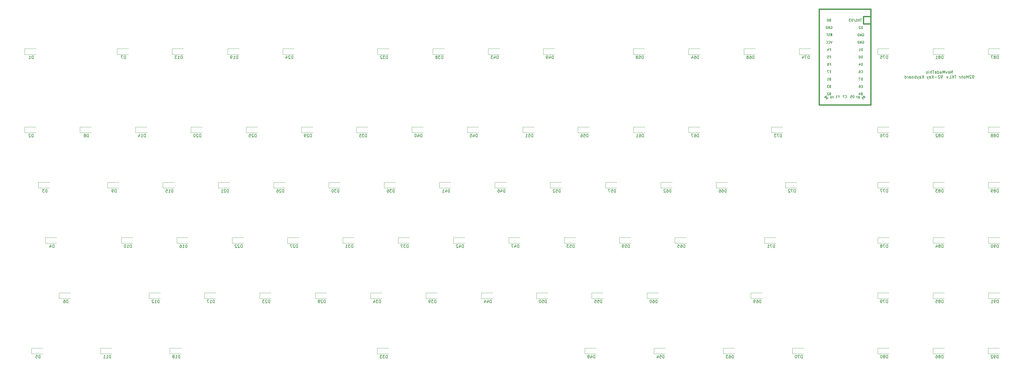
<source format=gbo>
%TF.GenerationSoftware,KiCad,Pcbnew,(5.1.8)-1*%
%TF.CreationDate,2020-11-30T17:03:09-06:00*%
%TF.ProjectId,customKeyboardV2.5,63757374-6f6d-44b6-9579-626f61726456,rev?*%
%TF.SameCoordinates,Original*%
%TF.FileFunction,Legend,Bot*%
%TF.FilePolarity,Positive*%
%FSLAX46Y46*%
G04 Gerber Fmt 4.6, Leading zero omitted, Abs format (unit mm)*
G04 Created by KiCad (PCBNEW (5.1.8)-1) date 2020-11-30 17:03:09*
%MOMM*%
%LPD*%
G01*
G04 APERTURE LIST*
%ADD10C,0.150000*%
%ADD11C,0.381000*%
%ADD12C,0.120000*%
%ADD13C,1.852600*%
%ADD14C,2.350000*%
G04 APERTURE END LIST*
D10*
X369601190Y-44871130D02*
X369601190Y-43871130D01*
X369029761Y-44871130D01*
X369029761Y-43871130D01*
X368172619Y-44823511D02*
X368267857Y-44871130D01*
X368458333Y-44871130D01*
X368553571Y-44823511D01*
X368601190Y-44728273D01*
X368601190Y-44347321D01*
X368553571Y-44252083D01*
X368458333Y-44204464D01*
X368267857Y-44204464D01*
X368172619Y-44252083D01*
X368125000Y-44347321D01*
X368125000Y-44442559D01*
X368601190Y-44537797D01*
X367791666Y-44204464D02*
X367553571Y-44871130D01*
X367315476Y-44204464D01*
X366934523Y-44871130D02*
X366934523Y-43871130D01*
X366601190Y-44585416D01*
X366267857Y-43871130D01*
X366267857Y-44871130D01*
X365363095Y-44871130D02*
X365363095Y-44347321D01*
X365410714Y-44252083D01*
X365505952Y-44204464D01*
X365696428Y-44204464D01*
X365791666Y-44252083D01*
X365363095Y-44823511D02*
X365458333Y-44871130D01*
X365696428Y-44871130D01*
X365791666Y-44823511D01*
X365839285Y-44728273D01*
X365839285Y-44633035D01*
X365791666Y-44537797D01*
X365696428Y-44490178D01*
X365458333Y-44490178D01*
X365363095Y-44442559D01*
X364458333Y-44871130D02*
X364458333Y-43871130D01*
X364458333Y-44823511D02*
X364553571Y-44871130D01*
X364744047Y-44871130D01*
X364839285Y-44823511D01*
X364886904Y-44775892D01*
X364934523Y-44680654D01*
X364934523Y-44394940D01*
X364886904Y-44299702D01*
X364839285Y-44252083D01*
X364744047Y-44204464D01*
X364553571Y-44204464D01*
X364458333Y-44252083D01*
X363601190Y-44823511D02*
X363696428Y-44871130D01*
X363886904Y-44871130D01*
X363982142Y-44823511D01*
X364029761Y-44728273D01*
X364029761Y-44347321D01*
X363982142Y-44252083D01*
X363886904Y-44204464D01*
X363696428Y-44204464D01*
X363601190Y-44252083D01*
X363553571Y-44347321D01*
X363553571Y-44442559D01*
X364029761Y-44537797D01*
X363267857Y-43871130D02*
X362696428Y-43871130D01*
X362982142Y-44871130D02*
X362982142Y-43871130D01*
X362363095Y-44871130D02*
X362363095Y-43871130D01*
X361934523Y-44871130D02*
X361934523Y-44347321D01*
X361982142Y-44252083D01*
X362077380Y-44204464D01*
X362220238Y-44204464D01*
X362315476Y-44252083D01*
X362363095Y-44299702D01*
X361458333Y-44871130D02*
X361458333Y-44204464D01*
X361458333Y-43871130D02*
X361505952Y-43918750D01*
X361458333Y-43966369D01*
X361410714Y-43918750D01*
X361458333Y-43871130D01*
X361458333Y-43966369D01*
X361029761Y-44823511D02*
X360934523Y-44871130D01*
X360744047Y-44871130D01*
X360648809Y-44823511D01*
X360601190Y-44728273D01*
X360601190Y-44680654D01*
X360648809Y-44585416D01*
X360744047Y-44537797D01*
X360886904Y-44537797D01*
X360982142Y-44490178D01*
X361029761Y-44394940D01*
X361029761Y-44347321D01*
X360982142Y-44252083D01*
X360886904Y-44204464D01*
X360744047Y-44204464D01*
X360648809Y-44252083D01*
X376934523Y-46521130D02*
X376744047Y-46521130D01*
X376648809Y-46473511D01*
X376601190Y-46425892D01*
X376505952Y-46283035D01*
X376458333Y-46092559D01*
X376458333Y-45711607D01*
X376505952Y-45616369D01*
X376553571Y-45568750D01*
X376648809Y-45521130D01*
X376839285Y-45521130D01*
X376934523Y-45568750D01*
X376982142Y-45616369D01*
X377029761Y-45711607D01*
X377029761Y-45949702D01*
X376982142Y-46044940D01*
X376934523Y-46092559D01*
X376839285Y-46140178D01*
X376648809Y-46140178D01*
X376553571Y-46092559D01*
X376505952Y-46044940D01*
X376458333Y-45949702D01*
X376077380Y-45616369D02*
X376029761Y-45568750D01*
X375934523Y-45521130D01*
X375696428Y-45521130D01*
X375601190Y-45568750D01*
X375553571Y-45616369D01*
X375505952Y-45711607D01*
X375505952Y-45806845D01*
X375553571Y-45949702D01*
X376125000Y-46521130D01*
X375505952Y-46521130D01*
X375077380Y-46521130D02*
X375077380Y-45521130D01*
X374744047Y-46235416D01*
X374410714Y-45521130D01*
X374410714Y-46521130D01*
X373791666Y-46521130D02*
X373886904Y-46473511D01*
X373934523Y-46425892D01*
X373982142Y-46330654D01*
X373982142Y-46044940D01*
X373934523Y-45949702D01*
X373886904Y-45902083D01*
X373791666Y-45854464D01*
X373648809Y-45854464D01*
X373553571Y-45902083D01*
X373505952Y-45949702D01*
X373458333Y-46044940D01*
X373458333Y-46330654D01*
X373505952Y-46425892D01*
X373553571Y-46473511D01*
X373648809Y-46521130D01*
X373791666Y-46521130D01*
X373029761Y-46521130D02*
X373029761Y-45521130D01*
X372601190Y-46521130D02*
X372601190Y-45997321D01*
X372648809Y-45902083D01*
X372744047Y-45854464D01*
X372886904Y-45854464D01*
X372982142Y-45902083D01*
X373029761Y-45949702D01*
X372125000Y-46521130D02*
X372125000Y-45854464D01*
X372125000Y-46044940D02*
X372077380Y-45949702D01*
X372029761Y-45902083D01*
X371934523Y-45854464D01*
X371839285Y-45854464D01*
X370886904Y-45521130D02*
X370315476Y-45521130D01*
X370601190Y-46521130D02*
X370601190Y-45521130D01*
X369982142Y-46521130D02*
X369982142Y-45521130D01*
X369410714Y-46521130D02*
X369839285Y-45949702D01*
X369410714Y-45521130D02*
X369982142Y-46092559D01*
X368505952Y-46521130D02*
X368982142Y-46521130D01*
X368982142Y-45521130D01*
X368172619Y-46140178D02*
X367410714Y-46140178D01*
X367791666Y-46521130D02*
X367791666Y-45759226D01*
X366125000Y-46521130D02*
X365934523Y-46521130D01*
X365839285Y-46473511D01*
X365791666Y-46425892D01*
X365696428Y-46283035D01*
X365648809Y-46092559D01*
X365648809Y-45711607D01*
X365696428Y-45616369D01*
X365744047Y-45568750D01*
X365839285Y-45521130D01*
X366029761Y-45521130D01*
X366125000Y-45568750D01*
X366172619Y-45616369D01*
X366220238Y-45711607D01*
X366220238Y-45949702D01*
X366172619Y-46044940D01*
X366125000Y-46092559D01*
X366029761Y-46140178D01*
X365839285Y-46140178D01*
X365744047Y-46092559D01*
X365696428Y-46044940D01*
X365648809Y-45949702D01*
X365267857Y-45616369D02*
X365220238Y-45568750D01*
X365125000Y-45521130D01*
X364886904Y-45521130D01*
X364791666Y-45568750D01*
X364744047Y-45616369D01*
X364696428Y-45711607D01*
X364696428Y-45806845D01*
X364744047Y-45949702D01*
X365315476Y-46521130D01*
X364696428Y-46521130D01*
X364267857Y-46140178D02*
X363505952Y-46140178D01*
X363029761Y-46521130D02*
X363029761Y-45521130D01*
X362458333Y-46521130D02*
X362886904Y-45949702D01*
X362458333Y-45521130D02*
X363029761Y-46092559D01*
X361648809Y-46473511D02*
X361744047Y-46521130D01*
X361934523Y-46521130D01*
X362029761Y-46473511D01*
X362077380Y-46378273D01*
X362077380Y-45997321D01*
X362029761Y-45902083D01*
X361934523Y-45854464D01*
X361744047Y-45854464D01*
X361648809Y-45902083D01*
X361601190Y-45997321D01*
X361601190Y-46092559D01*
X362077380Y-46187797D01*
X361267857Y-45854464D02*
X361029761Y-46521130D01*
X360791666Y-45854464D02*
X361029761Y-46521130D01*
X361125000Y-46759226D01*
X361172619Y-46806845D01*
X361267857Y-46854464D01*
X359648809Y-46521130D02*
X359648809Y-45521130D01*
X359077380Y-46521130D02*
X359505952Y-45949702D01*
X359077380Y-45521130D02*
X359648809Y-46092559D01*
X358267857Y-46473511D02*
X358363095Y-46521130D01*
X358553571Y-46521130D01*
X358648809Y-46473511D01*
X358696428Y-46378273D01*
X358696428Y-45997321D01*
X358648809Y-45902083D01*
X358553571Y-45854464D01*
X358363095Y-45854464D01*
X358267857Y-45902083D01*
X358220238Y-45997321D01*
X358220238Y-46092559D01*
X358696428Y-46187797D01*
X357886904Y-45854464D02*
X357648809Y-46521130D01*
X357410714Y-45854464D02*
X357648809Y-46521130D01*
X357744047Y-46759226D01*
X357791666Y-46806845D01*
X357886904Y-46854464D01*
X357029761Y-46521130D02*
X357029761Y-45521130D01*
X357029761Y-45902083D02*
X356934523Y-45854464D01*
X356744047Y-45854464D01*
X356648809Y-45902083D01*
X356601190Y-45949702D01*
X356553571Y-46044940D01*
X356553571Y-46330654D01*
X356601190Y-46425892D01*
X356648809Y-46473511D01*
X356744047Y-46521130D01*
X356934523Y-46521130D01*
X357029761Y-46473511D01*
X355982142Y-46521130D02*
X356077380Y-46473511D01*
X356125000Y-46425892D01*
X356172619Y-46330654D01*
X356172619Y-46044940D01*
X356125000Y-45949702D01*
X356077380Y-45902083D01*
X355982142Y-45854464D01*
X355839285Y-45854464D01*
X355744047Y-45902083D01*
X355696428Y-45949702D01*
X355648809Y-46044940D01*
X355648809Y-46330654D01*
X355696428Y-46425892D01*
X355744047Y-46473511D01*
X355839285Y-46521130D01*
X355982142Y-46521130D01*
X354791666Y-46521130D02*
X354791666Y-45997321D01*
X354839285Y-45902083D01*
X354934523Y-45854464D01*
X355125000Y-45854464D01*
X355220238Y-45902083D01*
X354791666Y-46473511D02*
X354886904Y-46521130D01*
X355125000Y-46521130D01*
X355220238Y-46473511D01*
X355267857Y-46378273D01*
X355267857Y-46283035D01*
X355220238Y-46187797D01*
X355125000Y-46140178D01*
X354886904Y-46140178D01*
X354791666Y-46092559D01*
X354315476Y-46521130D02*
X354315476Y-45854464D01*
X354315476Y-46044940D02*
X354267857Y-45949702D01*
X354220238Y-45902083D01*
X354125000Y-45854464D01*
X354029761Y-45854464D01*
X353267857Y-46521130D02*
X353267857Y-45521130D01*
X353267857Y-46473511D02*
X353363095Y-46521130D01*
X353553571Y-46521130D01*
X353648809Y-46473511D01*
X353696428Y-46425892D01*
X353744047Y-46330654D01*
X353744047Y-46044940D01*
X353696428Y-45949702D01*
X353648809Y-45902083D01*
X353553571Y-45854464D01*
X353363095Y-45854464D01*
X353267857Y-45902083D01*
D11*
%TO.C,U1*%
X338931250Y-25241250D02*
X341471250Y-25241250D01*
X341471250Y-22701250D02*
X341471250Y-25241250D01*
X323691250Y-22701250D02*
X341471250Y-22701250D01*
X323691250Y-25241250D02*
X323691250Y-22701250D01*
D10*
G36*
X327649682Y-31720610D02*
G01*
X327649682Y-31920610D01*
X327749682Y-31920610D01*
X327749682Y-31720610D01*
X327649682Y-31720610D01*
G37*
X327649682Y-31720610D02*
X327649682Y-31920610D01*
X327749682Y-31920610D01*
X327749682Y-31720610D01*
X327649682Y-31720610D01*
G36*
X328049682Y-31120610D02*
G01*
X328049682Y-31920610D01*
X328149682Y-31920610D01*
X328149682Y-31120610D01*
X328049682Y-31120610D01*
G37*
X328049682Y-31120610D02*
X328049682Y-31920610D01*
X328149682Y-31920610D01*
X328149682Y-31120610D01*
X328049682Y-31120610D01*
G36*
X327649682Y-31120610D02*
G01*
X327649682Y-31220610D01*
X328149682Y-31220610D01*
X328149682Y-31120610D01*
X327649682Y-31120610D01*
G37*
X327649682Y-31120610D02*
X327649682Y-31220610D01*
X328149682Y-31220610D01*
X328149682Y-31120610D01*
X327649682Y-31120610D01*
G36*
X327849682Y-31520610D02*
G01*
X327849682Y-31620610D01*
X327949682Y-31620610D01*
X327949682Y-31520610D01*
X327849682Y-31520610D01*
G37*
X327849682Y-31520610D02*
X327849682Y-31620610D01*
X327949682Y-31620610D01*
X327949682Y-31520610D01*
X327849682Y-31520610D01*
G36*
X327649682Y-31120610D02*
G01*
X327649682Y-31420610D01*
X327749682Y-31420610D01*
X327749682Y-31120610D01*
X327649682Y-31120610D01*
G37*
X327649682Y-31120610D02*
X327649682Y-31420610D01*
X327749682Y-31420610D01*
X327749682Y-31120610D01*
X327649682Y-31120610D01*
D11*
X338931250Y-27781250D02*
X341471250Y-27781250D01*
X338931250Y-25241250D02*
X338931250Y-27781250D01*
X323691250Y-55721250D02*
X323691250Y-25241250D01*
X341471250Y-55721250D02*
X323691250Y-55721250D01*
X341471250Y-25241250D02*
X341471250Y-55721250D01*
D12*
%TO.C,D66*%
X288262500Y-84343750D02*
X288262500Y-82343750D01*
X288262500Y-82343750D02*
X292162500Y-82343750D01*
X288262500Y-84343750D02*
X292162500Y-84343750D01*
%TO.C,D92*%
X381882500Y-141493750D02*
X381882500Y-139493750D01*
X381882500Y-139493750D02*
X385782500Y-139493750D01*
X381882500Y-141493750D02*
X385782500Y-141493750D01*
%TO.C,D91*%
X381925000Y-122443750D02*
X381925000Y-120443750D01*
X381925000Y-120443750D02*
X385825000Y-120443750D01*
X381925000Y-122443750D02*
X385825000Y-122443750D01*
%TO.C,D90*%
X381925000Y-103393750D02*
X381925000Y-101393750D01*
X381925000Y-101393750D02*
X385825000Y-101393750D01*
X381925000Y-103393750D02*
X385825000Y-103393750D01*
%TO.C,D89*%
X381925000Y-84343750D02*
X381925000Y-82343750D01*
X381925000Y-82343750D02*
X385825000Y-82343750D01*
X381925000Y-84343750D02*
X385825000Y-84343750D01*
%TO.C,D88*%
X381925000Y-65293750D02*
X381925000Y-63293750D01*
X381925000Y-63293750D02*
X385825000Y-63293750D01*
X381925000Y-65293750D02*
X385825000Y-65293750D01*
%TO.C,D87*%
X381925000Y-38306250D02*
X381925000Y-36306250D01*
X381925000Y-36306250D02*
X385825000Y-36306250D01*
X381925000Y-38306250D02*
X385825000Y-38306250D01*
%TO.C,D86*%
X362875000Y-141493750D02*
X362875000Y-139493750D01*
X362875000Y-139493750D02*
X366775000Y-139493750D01*
X362875000Y-141493750D02*
X366775000Y-141493750D01*
%TO.C,D85*%
X362875000Y-122443750D02*
X362875000Y-120443750D01*
X362875000Y-120443750D02*
X366775000Y-120443750D01*
X362875000Y-122443750D02*
X366775000Y-122443750D01*
%TO.C,D84*%
X362875000Y-103393750D02*
X362875000Y-101393750D01*
X362875000Y-101393750D02*
X366775000Y-101393750D01*
X362875000Y-103393750D02*
X366775000Y-103393750D01*
%TO.C,D83*%
X362875000Y-84343750D02*
X362875000Y-82343750D01*
X362875000Y-82343750D02*
X366775000Y-82343750D01*
X362875000Y-84343750D02*
X366775000Y-84343750D01*
%TO.C,D82*%
X362875000Y-65293750D02*
X362875000Y-63293750D01*
X362875000Y-63293750D02*
X366775000Y-63293750D01*
X362875000Y-65293750D02*
X366775000Y-65293750D01*
%TO.C,D81*%
X362875000Y-38306250D02*
X362875000Y-36306250D01*
X362875000Y-36306250D02*
X366775000Y-36306250D01*
X362875000Y-38306250D02*
X366775000Y-38306250D01*
%TO.C,D80*%
X343825000Y-141493750D02*
X343825000Y-139493750D01*
X343825000Y-139493750D02*
X347725000Y-139493750D01*
X343825000Y-141493750D02*
X347725000Y-141493750D01*
%TO.C,D79*%
X343825000Y-122443750D02*
X343825000Y-120443750D01*
X343825000Y-120443750D02*
X347725000Y-120443750D01*
X343825000Y-122443750D02*
X347725000Y-122443750D01*
%TO.C,D78*%
X343825000Y-103393750D02*
X343825000Y-101393750D01*
X343825000Y-101393750D02*
X347725000Y-101393750D01*
X343825000Y-103393750D02*
X347725000Y-103393750D01*
%TO.C,D77*%
X343825000Y-84343750D02*
X343825000Y-82343750D01*
X343825000Y-82343750D02*
X347725000Y-82343750D01*
X343825000Y-84343750D02*
X347725000Y-84343750D01*
%TO.C,D76*%
X343825000Y-65293750D02*
X343825000Y-63293750D01*
X343825000Y-63293750D02*
X347725000Y-63293750D01*
X343825000Y-65293750D02*
X347725000Y-65293750D01*
%TO.C,D75*%
X343825000Y-38306250D02*
X343825000Y-36306250D01*
X343825000Y-36306250D02*
X347725000Y-36306250D01*
X343825000Y-38306250D02*
X347725000Y-38306250D01*
%TO.C,D73*%
X307312500Y-65293750D02*
X307312500Y-63293750D01*
X307312500Y-63293750D02*
X311212500Y-63293750D01*
X307312500Y-65293750D02*
X311212500Y-65293750D01*
%TO.C,D74*%
X316837500Y-38306250D02*
X316837500Y-36306250D01*
X316837500Y-36306250D02*
X320737500Y-36306250D01*
X316837500Y-38306250D02*
X320737500Y-38306250D01*
%TO.C,D72*%
X312075000Y-84343750D02*
X312075000Y-82343750D01*
X312075000Y-82343750D02*
X315975000Y-82343750D01*
X312075000Y-84343750D02*
X315975000Y-84343750D01*
%TO.C,D71*%
X304931250Y-103393750D02*
X304931250Y-101393750D01*
X304931250Y-101393750D02*
X308831250Y-101393750D01*
X304931250Y-103393750D02*
X308831250Y-103393750D01*
%TO.C,D70*%
X314456250Y-141493750D02*
X314456250Y-139493750D01*
X314456250Y-139493750D02*
X318356250Y-139493750D01*
X314456250Y-141493750D02*
X318356250Y-141493750D01*
%TO.C,D69*%
X300168750Y-122443750D02*
X300168750Y-120443750D01*
X300168750Y-120443750D02*
X304068750Y-120443750D01*
X300168750Y-122443750D02*
X304068750Y-122443750D01*
%TO.C,D67*%
X278737500Y-65293750D02*
X278737500Y-63293750D01*
X278737500Y-63293750D02*
X282637500Y-63293750D01*
X278737500Y-65293750D02*
X282637500Y-65293750D01*
%TO.C,D68*%
X297787500Y-38306250D02*
X297787500Y-36306250D01*
X297787500Y-36306250D02*
X301687500Y-36306250D01*
X297787500Y-38306250D02*
X301687500Y-38306250D01*
%TO.C,D65*%
X273975000Y-103393750D02*
X273975000Y-101393750D01*
X273975000Y-101393750D02*
X277875000Y-101393750D01*
X273975000Y-103393750D02*
X277875000Y-103393750D01*
%TO.C,D62*%
X269212500Y-84343750D02*
X269212500Y-82343750D01*
X269212500Y-82343750D02*
X273112500Y-82343750D01*
X269212500Y-84343750D02*
X273112500Y-84343750D01*
%TO.C,D63*%
X290706250Y-141493750D02*
X290706250Y-139493750D01*
X290706250Y-139493750D02*
X294606250Y-139493750D01*
X290706250Y-141493750D02*
X294606250Y-141493750D01*
%TO.C,D61*%
X259750000Y-65293750D02*
X259750000Y-63293750D01*
X259750000Y-63293750D02*
X263650000Y-63293750D01*
X259750000Y-65293750D02*
X263650000Y-65293750D01*
%TO.C,D64*%
X278737500Y-38306250D02*
X278737500Y-36306250D01*
X278737500Y-36306250D02*
X282637500Y-36306250D01*
X278737500Y-38306250D02*
X282637500Y-38306250D01*
%TO.C,D60*%
X264450000Y-122443750D02*
X264450000Y-120443750D01*
X264450000Y-120443750D02*
X268350000Y-120443750D01*
X264450000Y-122443750D02*
X268350000Y-122443750D01*
%TO.C,D59*%
X254925000Y-103393750D02*
X254925000Y-101393750D01*
X254925000Y-101393750D02*
X258825000Y-101393750D01*
X254925000Y-103393750D02*
X258825000Y-103393750D01*
%TO.C,D57*%
X250162500Y-84343750D02*
X250162500Y-82343750D01*
X250162500Y-82343750D02*
X254062500Y-82343750D01*
X250162500Y-84343750D02*
X254062500Y-84343750D01*
%TO.C,D56*%
X240637500Y-65293750D02*
X240637500Y-63293750D01*
X240637500Y-63293750D02*
X244537500Y-63293750D01*
X240637500Y-65293750D02*
X244537500Y-65293750D01*
%TO.C,D58*%
X259687500Y-38306250D02*
X259687500Y-36306250D01*
X259687500Y-36306250D02*
X263587500Y-36306250D01*
X259687500Y-38306250D02*
X263587500Y-38306250D01*
%TO.C,D55*%
X245400000Y-122443750D02*
X245400000Y-120443750D01*
X245400000Y-120443750D02*
X249300000Y-120443750D01*
X245400000Y-122443750D02*
X249300000Y-122443750D01*
%TO.C,D54*%
X266831250Y-141493750D02*
X266831250Y-139493750D01*
X266831250Y-139493750D02*
X270731250Y-139493750D01*
X266831250Y-141493750D02*
X270731250Y-141493750D01*
%TO.C,D53*%
X235875000Y-103393750D02*
X235875000Y-101393750D01*
X235875000Y-101393750D02*
X239775000Y-101393750D01*
X235875000Y-103393750D02*
X239775000Y-103393750D01*
%TO.C,D52*%
X231112500Y-84343750D02*
X231112500Y-82343750D01*
X231112500Y-82343750D02*
X235012500Y-82343750D01*
X231112500Y-84343750D02*
X235012500Y-84343750D01*
%TO.C,D51*%
X221650000Y-65293750D02*
X221650000Y-63293750D01*
X221650000Y-63293750D02*
X225550000Y-63293750D01*
X221650000Y-65293750D02*
X225550000Y-65293750D01*
%TO.C,D50*%
X226350000Y-122443750D02*
X226350000Y-120443750D01*
X226350000Y-120443750D02*
X230250000Y-120443750D01*
X226350000Y-122443750D02*
X230250000Y-122443750D01*
%TO.C,D49*%
X228731250Y-38306250D02*
X228731250Y-36306250D01*
X228731250Y-36306250D02*
X232631250Y-36306250D01*
X228731250Y-38306250D02*
X232631250Y-38306250D01*
%TO.C,D48*%
X243018750Y-141493750D02*
X243018750Y-139493750D01*
X243018750Y-139493750D02*
X246918750Y-139493750D01*
X243018750Y-141493750D02*
X246918750Y-141493750D01*
%TO.C,D47*%
X216825000Y-103393750D02*
X216825000Y-101393750D01*
X216825000Y-101393750D02*
X220725000Y-101393750D01*
X216825000Y-103393750D02*
X220725000Y-103393750D01*
%TO.C,D46*%
X212062500Y-84343750D02*
X212062500Y-82343750D01*
X212062500Y-82343750D02*
X215962500Y-82343750D01*
X212062500Y-84343750D02*
X215962500Y-84343750D01*
%TO.C,D45*%
X202537500Y-65293750D02*
X202537500Y-63293750D01*
X202537500Y-63293750D02*
X206437500Y-63293750D01*
X202537500Y-65293750D02*
X206437500Y-65293750D01*
%TO.C,D44*%
X207362500Y-122443750D02*
X207362500Y-120443750D01*
X207362500Y-120443750D02*
X211262500Y-120443750D01*
X207362500Y-122443750D02*
X211262500Y-122443750D01*
%TO.C,D43*%
X209743750Y-38306250D02*
X209743750Y-36306250D01*
X209743750Y-36306250D02*
X213643750Y-36306250D01*
X209743750Y-38306250D02*
X213643750Y-38306250D01*
%TO.C,D42*%
X197775000Y-103393750D02*
X197775000Y-101393750D01*
X197775000Y-101393750D02*
X201675000Y-101393750D01*
X197775000Y-103393750D02*
X201675000Y-103393750D01*
%TO.C,D41*%
X193012500Y-84343750D02*
X193012500Y-82343750D01*
X193012500Y-82343750D02*
X196912500Y-82343750D01*
X193012500Y-84343750D02*
X196912500Y-84343750D01*
%TO.C,D40*%
X183487500Y-65293750D02*
X183487500Y-63293750D01*
X183487500Y-63293750D02*
X187387500Y-63293750D01*
X183487500Y-65293750D02*
X187387500Y-65293750D01*
%TO.C,D39*%
X188312500Y-122443750D02*
X188312500Y-120443750D01*
X188312500Y-120443750D02*
X192212500Y-120443750D01*
X188312500Y-122443750D02*
X192212500Y-122443750D01*
%TO.C,D38*%
X190693750Y-38306250D02*
X190693750Y-36306250D01*
X190693750Y-36306250D02*
X194593750Y-36306250D01*
X190693750Y-38306250D02*
X194593750Y-38306250D01*
%TO.C,D37*%
X178725000Y-103393750D02*
X178725000Y-101393750D01*
X178725000Y-101393750D02*
X182625000Y-101393750D01*
X178725000Y-103393750D02*
X182625000Y-103393750D01*
%TO.C,D36*%
X173962500Y-84343750D02*
X173962500Y-82343750D01*
X173962500Y-82343750D02*
X177862500Y-82343750D01*
X173962500Y-84343750D02*
X177862500Y-84343750D01*
%TO.C,D35*%
X164437500Y-65293750D02*
X164437500Y-63293750D01*
X164437500Y-63293750D02*
X168337500Y-63293750D01*
X164437500Y-65293750D02*
X168337500Y-65293750D01*
%TO.C,D34*%
X169262500Y-122443750D02*
X169262500Y-120443750D01*
X169262500Y-120443750D02*
X173162500Y-120443750D01*
X169262500Y-122443750D02*
X173162500Y-122443750D01*
%TO.C,D33*%
X171581250Y-141493750D02*
X171581250Y-139493750D01*
X171581250Y-139493750D02*
X175481250Y-139493750D01*
X171581250Y-141493750D02*
X175481250Y-141493750D01*
%TO.C,D32*%
X171643750Y-38306250D02*
X171643750Y-36306250D01*
X171643750Y-36306250D02*
X175543750Y-36306250D01*
X171643750Y-38306250D02*
X175543750Y-38306250D01*
%TO.C,D31*%
X159675000Y-103393750D02*
X159675000Y-101393750D01*
X159675000Y-101393750D02*
X163575000Y-101393750D01*
X159675000Y-103393750D02*
X163575000Y-103393750D01*
%TO.C,D30*%
X154912500Y-84343750D02*
X154912500Y-82343750D01*
X154912500Y-82343750D02*
X158812500Y-82343750D01*
X154912500Y-84343750D02*
X158812500Y-84343750D01*
%TO.C,D29*%
X145450000Y-65293750D02*
X145450000Y-63293750D01*
X145450000Y-63293750D02*
X149350000Y-63293750D01*
X145450000Y-65293750D02*
X149350000Y-65293750D01*
%TO.C,D28*%
X150212500Y-122443750D02*
X150212500Y-120443750D01*
X150212500Y-120443750D02*
X154112500Y-120443750D01*
X150212500Y-122443750D02*
X154112500Y-122443750D01*
%TO.C,D27*%
X140625000Y-103393750D02*
X140625000Y-101393750D01*
X140625000Y-101393750D02*
X144525000Y-101393750D01*
X140625000Y-103393750D02*
X144525000Y-103393750D01*
%TO.C,D26*%
X135925000Y-84343750D02*
X135925000Y-82343750D01*
X135925000Y-82343750D02*
X139825000Y-82343750D01*
X135925000Y-84343750D02*
X139825000Y-84343750D01*
%TO.C,D24*%
X139037500Y-38306250D02*
X139037500Y-36306250D01*
X139037500Y-36306250D02*
X142937500Y-36306250D01*
X139037500Y-38306250D02*
X142937500Y-38306250D01*
%TO.C,D25*%
X126400000Y-65293750D02*
X126400000Y-63293750D01*
X126400000Y-63293750D02*
X130300000Y-63293750D01*
X126400000Y-65293750D02*
X130300000Y-65293750D01*
%TO.C,D23*%
X131100000Y-122443750D02*
X131100000Y-120443750D01*
X131100000Y-120443750D02*
X135000000Y-120443750D01*
X131100000Y-122443750D02*
X135000000Y-122443750D01*
%TO.C,D22*%
X121575000Y-103393750D02*
X121575000Y-101393750D01*
X121575000Y-101393750D02*
X125475000Y-101393750D01*
X121575000Y-103393750D02*
X125475000Y-103393750D01*
%TO.C,D21*%
X116875000Y-84343750D02*
X116875000Y-82343750D01*
X116875000Y-82343750D02*
X120775000Y-82343750D01*
X116875000Y-84343750D02*
X120775000Y-84343750D01*
%TO.C,D19*%
X120050000Y-38306250D02*
X120050000Y-36306250D01*
X120050000Y-36306250D02*
X123950000Y-36306250D01*
X120050000Y-38306250D02*
X123950000Y-38306250D01*
%TO.C,D20*%
X107350000Y-65293750D02*
X107350000Y-63293750D01*
X107350000Y-63293750D02*
X111250000Y-63293750D01*
X107350000Y-65293750D02*
X111250000Y-65293750D01*
%TO.C,D18*%
X100143750Y-141493750D02*
X100143750Y-139493750D01*
X100143750Y-139493750D02*
X104043750Y-139493750D01*
X100143750Y-141493750D02*
X104043750Y-141493750D01*
%TO.C,D17*%
X112050000Y-122443750D02*
X112050000Y-120443750D01*
X112050000Y-120443750D02*
X115950000Y-120443750D01*
X112050000Y-122443750D02*
X115950000Y-122443750D01*
%TO.C,D16*%
X102587500Y-103393750D02*
X102587500Y-101393750D01*
X102587500Y-101393750D02*
X106487500Y-101393750D01*
X102587500Y-103393750D02*
X106487500Y-103393750D01*
%TO.C,D15*%
X97762500Y-84343750D02*
X97762500Y-82343750D01*
X97762500Y-82343750D02*
X101662500Y-82343750D01*
X97762500Y-84343750D02*
X101662500Y-84343750D01*
%TO.C,D13*%
X100937500Y-38306250D02*
X100937500Y-36306250D01*
X100937500Y-36306250D02*
X104837500Y-36306250D01*
X100937500Y-38306250D02*
X104837500Y-38306250D01*
%TO.C,D14*%
X88300000Y-65293750D02*
X88300000Y-63293750D01*
X88300000Y-63293750D02*
X92200000Y-63293750D01*
X88300000Y-65293750D02*
X92200000Y-65293750D01*
%TO.C,D12*%
X93000000Y-122443750D02*
X93000000Y-120443750D01*
X93000000Y-120443750D02*
X96900000Y-120443750D01*
X93000000Y-122443750D02*
X96900000Y-122443750D01*
%TO.C,D11*%
X76331250Y-141493750D02*
X76331250Y-139493750D01*
X76331250Y-139493750D02*
X80231250Y-139493750D01*
X76331250Y-141493750D02*
X80231250Y-141493750D01*
%TO.C,D10*%
X83475000Y-103393750D02*
X83475000Y-101393750D01*
X83475000Y-101393750D02*
X87375000Y-101393750D01*
X83475000Y-103393750D02*
X87375000Y-103393750D01*
%TO.C,D9*%
X78712500Y-84343750D02*
X78712500Y-82343750D01*
X78712500Y-82343750D02*
X82612500Y-82343750D01*
X78712500Y-84343750D02*
X82612500Y-84343750D01*
%TO.C,D7*%
X81950000Y-38306250D02*
X81950000Y-36306250D01*
X81950000Y-36306250D02*
X85850000Y-36306250D01*
X81950000Y-38306250D02*
X85850000Y-38306250D01*
%TO.C,D8*%
X69187500Y-65293750D02*
X69187500Y-63293750D01*
X69187500Y-63293750D02*
X73087500Y-63293750D01*
X69187500Y-65293750D02*
X73087500Y-65293750D01*
%TO.C,D6*%
X62043750Y-122443750D02*
X62043750Y-120443750D01*
X62043750Y-120443750D02*
X65943750Y-120443750D01*
X62043750Y-122443750D02*
X65943750Y-122443750D01*
%TO.C,D5*%
X52518750Y-141493750D02*
X52518750Y-139493750D01*
X52518750Y-139493750D02*
X56418750Y-139493750D01*
X52518750Y-141493750D02*
X56418750Y-141493750D01*
%TO.C,D4*%
X57281250Y-103393750D02*
X57281250Y-101393750D01*
X57281250Y-101393750D02*
X61181250Y-101393750D01*
X57281250Y-103393750D02*
X61181250Y-103393750D01*
%TO.C,D3*%
X54900000Y-84343750D02*
X54900000Y-82343750D01*
X54900000Y-82343750D02*
X58800000Y-82343750D01*
X54900000Y-84343750D02*
X58800000Y-84343750D01*
%TO.C,D2*%
X50137500Y-65293750D02*
X50137500Y-63293750D01*
X50137500Y-63293750D02*
X54037500Y-63293750D01*
X50137500Y-65293750D02*
X54037500Y-65293750D01*
%TO.C,D1*%
X50137500Y-38306250D02*
X50137500Y-36306250D01*
X50137500Y-36306250D02*
X54037500Y-36306250D01*
X50137500Y-38306250D02*
X54037500Y-38306250D01*
%TO.C,U1*%
D10*
X327444059Y-51854107D02*
X327329773Y-51892202D01*
X327291678Y-51930297D01*
X327253583Y-52006488D01*
X327253583Y-52120773D01*
X327291678Y-52196964D01*
X327329773Y-52235059D01*
X327405964Y-52273154D01*
X327710726Y-52273154D01*
X327710726Y-51473154D01*
X327444059Y-51473154D01*
X327367869Y-51511250D01*
X327329773Y-51549345D01*
X327291678Y-51625535D01*
X327291678Y-51701726D01*
X327329773Y-51777916D01*
X327367869Y-51816011D01*
X327444059Y-51854107D01*
X327710726Y-51854107D01*
X326948821Y-51549345D02*
X326910726Y-51511250D01*
X326834535Y-51473154D01*
X326644059Y-51473154D01*
X326567869Y-51511250D01*
X326529773Y-51549345D01*
X326491678Y-51625535D01*
X326491678Y-51701726D01*
X326529773Y-51816011D01*
X326986916Y-52273154D01*
X326491678Y-52273154D01*
X327386916Y-44234107D02*
X327653583Y-44234107D01*
X327653583Y-44653154D02*
X327653583Y-43853154D01*
X327272630Y-43853154D01*
X327044059Y-43853154D02*
X326510726Y-43853154D01*
X326853583Y-44653154D01*
X327386916Y-41694107D02*
X327653583Y-41694107D01*
X327653583Y-42113154D02*
X327653583Y-41313154D01*
X327272630Y-41313154D01*
X326625011Y-41313154D02*
X326777392Y-41313154D01*
X326853583Y-41351250D01*
X326891678Y-41389345D01*
X326967869Y-41503630D01*
X327005964Y-41656011D01*
X327005964Y-41960773D01*
X326967869Y-42036964D01*
X326929773Y-42075059D01*
X326853583Y-42113154D01*
X326701202Y-42113154D01*
X326625011Y-42075059D01*
X326586916Y-42036964D01*
X326548821Y-41960773D01*
X326548821Y-41770297D01*
X326586916Y-41694107D01*
X326625011Y-41656011D01*
X326701202Y-41617916D01*
X326853583Y-41617916D01*
X326929773Y-41656011D01*
X326967869Y-41694107D01*
X327005964Y-41770297D01*
X327386916Y-39154107D02*
X327653583Y-39154107D01*
X327653583Y-39573154D02*
X327653583Y-38773154D01*
X327272630Y-38773154D01*
X326586916Y-38773154D02*
X326967869Y-38773154D01*
X327005964Y-39154107D01*
X326967869Y-39116011D01*
X326891678Y-39077916D01*
X326701202Y-39077916D01*
X326625011Y-39116011D01*
X326586916Y-39154107D01*
X326548821Y-39230297D01*
X326548821Y-39420773D01*
X326586916Y-39496964D01*
X326625011Y-39535059D01*
X326701202Y-39573154D01*
X326891678Y-39573154D01*
X326967869Y-39535059D01*
X327005964Y-39496964D01*
X327444059Y-26454107D02*
X327329773Y-26492202D01*
X327291678Y-26530297D01*
X327253583Y-26606488D01*
X327253583Y-26720773D01*
X327291678Y-26796964D01*
X327329773Y-26835059D01*
X327405964Y-26873154D01*
X327710726Y-26873154D01*
X327710726Y-26073154D01*
X327444059Y-26073154D01*
X327367869Y-26111250D01*
X327329773Y-26149345D01*
X327291678Y-26225535D01*
X327291678Y-26301726D01*
X327329773Y-26377916D01*
X327367869Y-26416011D01*
X327444059Y-26454107D01*
X327710726Y-26454107D01*
X326758345Y-26073154D02*
X326682154Y-26073154D01*
X326605964Y-26111250D01*
X326567869Y-26149345D01*
X326529773Y-26225535D01*
X326491678Y-26377916D01*
X326491678Y-26568392D01*
X326529773Y-26720773D01*
X326567869Y-26796964D01*
X326605964Y-26835059D01*
X326682154Y-26873154D01*
X326758345Y-26873154D01*
X326834535Y-26835059D01*
X326872630Y-26796964D01*
X326910726Y-26720773D01*
X326948821Y-26568392D01*
X326948821Y-26377916D01*
X326910726Y-26225535D01*
X326872630Y-26149345D01*
X326834535Y-26111250D01*
X326758345Y-26073154D01*
X327729773Y-28651250D02*
X327805964Y-28613154D01*
X327920250Y-28613154D01*
X328034535Y-28651250D01*
X328110726Y-28727440D01*
X328148821Y-28803630D01*
X328186916Y-28956011D01*
X328186916Y-29070297D01*
X328148821Y-29222678D01*
X328110726Y-29298869D01*
X328034535Y-29375059D01*
X327920250Y-29413154D01*
X327844059Y-29413154D01*
X327729773Y-29375059D01*
X327691678Y-29336964D01*
X327691678Y-29070297D01*
X327844059Y-29070297D01*
X327348821Y-29413154D02*
X327348821Y-28613154D01*
X326891678Y-29413154D01*
X326891678Y-28613154D01*
X326510726Y-29413154D02*
X326510726Y-28613154D01*
X326320250Y-28613154D01*
X326205964Y-28651250D01*
X326129773Y-28727440D01*
X326091678Y-28803630D01*
X326053583Y-28956011D01*
X326053583Y-29070297D01*
X326091678Y-29222678D01*
X326129773Y-29298869D01*
X326205964Y-29375059D01*
X326320250Y-29413154D01*
X326510726Y-29413154D01*
X327381463Y-31885059D02*
X327267177Y-31923154D01*
X327076701Y-31923154D01*
X327000510Y-31885059D01*
X326962415Y-31846964D01*
X326924320Y-31770773D01*
X326924320Y-31694583D01*
X326962415Y-31618392D01*
X327000510Y-31580297D01*
X327076701Y-31542202D01*
X327229082Y-31504107D01*
X327305272Y-31466011D01*
X327343368Y-31427916D01*
X327381463Y-31351726D01*
X327381463Y-31275535D01*
X327343368Y-31199345D01*
X327305272Y-31161250D01*
X327229082Y-31123154D01*
X327038606Y-31123154D01*
X326924320Y-31161250D01*
X326695749Y-31123154D02*
X326238606Y-31123154D01*
X326467177Y-31923154D02*
X326467177Y-31123154D01*
X328186916Y-33693154D02*
X327920250Y-34493154D01*
X327653583Y-33693154D01*
X326929773Y-34416964D02*
X326967869Y-34455059D01*
X327082154Y-34493154D01*
X327158345Y-34493154D01*
X327272630Y-34455059D01*
X327348821Y-34378869D01*
X327386916Y-34302678D01*
X327425011Y-34150297D01*
X327425011Y-34036011D01*
X327386916Y-33883630D01*
X327348821Y-33807440D01*
X327272630Y-33731250D01*
X327158345Y-33693154D01*
X327082154Y-33693154D01*
X326967869Y-33731250D01*
X326929773Y-33769345D01*
X326129773Y-34416964D02*
X326167869Y-34455059D01*
X326282154Y-34493154D01*
X326358345Y-34493154D01*
X326472630Y-34455059D01*
X326548821Y-34378869D01*
X326586916Y-34302678D01*
X326625011Y-34150297D01*
X326625011Y-34036011D01*
X326586916Y-33883630D01*
X326548821Y-33807440D01*
X326472630Y-33731250D01*
X326358345Y-33693154D01*
X326282154Y-33693154D01*
X326167869Y-33731250D01*
X326129773Y-33769345D01*
X327386916Y-36614107D02*
X327653583Y-36614107D01*
X327653583Y-37033154D02*
X327653583Y-36233154D01*
X327272630Y-36233154D01*
X326625011Y-36499821D02*
X326625011Y-37033154D01*
X326815488Y-36195059D02*
X327005964Y-36766488D01*
X326510726Y-36766488D01*
X327444059Y-46774107D02*
X327329773Y-46812202D01*
X327291678Y-46850297D01*
X327253583Y-46926488D01*
X327253583Y-47040773D01*
X327291678Y-47116964D01*
X327329773Y-47155059D01*
X327405964Y-47193154D01*
X327710726Y-47193154D01*
X327710726Y-46393154D01*
X327444059Y-46393154D01*
X327367869Y-46431250D01*
X327329773Y-46469345D01*
X327291678Y-46545535D01*
X327291678Y-46621726D01*
X327329773Y-46697916D01*
X327367869Y-46736011D01*
X327444059Y-46774107D01*
X327710726Y-46774107D01*
X326491678Y-47193154D02*
X326948821Y-47193154D01*
X326720250Y-47193154D02*
X326720250Y-46393154D01*
X326796440Y-46507440D01*
X326872630Y-46583630D01*
X326948821Y-46621726D01*
X327444059Y-49314107D02*
X327329773Y-49352202D01*
X327291678Y-49390297D01*
X327253583Y-49466488D01*
X327253583Y-49580773D01*
X327291678Y-49656964D01*
X327329773Y-49695059D01*
X327405964Y-49733154D01*
X327710726Y-49733154D01*
X327710726Y-48933154D01*
X327444059Y-48933154D01*
X327367869Y-48971250D01*
X327329773Y-49009345D01*
X327291678Y-49085535D01*
X327291678Y-49161726D01*
X327329773Y-49237916D01*
X327367869Y-49276011D01*
X327444059Y-49314107D01*
X327710726Y-49314107D01*
X326986916Y-48933154D02*
X326491678Y-48933154D01*
X326758345Y-49237916D01*
X326644059Y-49237916D01*
X326567869Y-49276011D01*
X326529773Y-49314107D01*
X326491678Y-49390297D01*
X326491678Y-49580773D01*
X326529773Y-49656964D01*
X326567869Y-49695059D01*
X326644059Y-49733154D01*
X326872630Y-49733154D01*
X326948821Y-49695059D01*
X326986916Y-49656964D01*
X339146241Y-52945547D02*
X339099101Y-53039828D01*
X339099101Y-53086969D01*
X339122671Y-53157679D01*
X339193382Y-53228390D01*
X339264092Y-53251960D01*
X339311233Y-53251960D01*
X339381943Y-53228390D01*
X339570505Y-53039828D01*
X339075530Y-52544853D01*
X338910539Y-52709845D01*
X338886969Y-52780556D01*
X338886969Y-52827696D01*
X338910539Y-52898407D01*
X338957679Y-52945547D01*
X339028390Y-52969117D01*
X339075530Y-52969117D01*
X339146241Y-52945547D01*
X339311233Y-52780556D01*
X338344853Y-53275530D02*
X338580556Y-53039828D01*
X338839828Y-53251960D01*
X338792688Y-53251960D01*
X338721977Y-53275530D01*
X338604126Y-53393382D01*
X338580556Y-53464092D01*
X338580556Y-53511233D01*
X338604126Y-53581943D01*
X338721977Y-53699794D01*
X338792688Y-53723365D01*
X338839828Y-53723365D01*
X338910539Y-53699794D01*
X339028390Y-53581943D01*
X339051960Y-53511233D01*
X339051960Y-53464092D01*
X338366059Y-51854107D02*
X338251773Y-51892202D01*
X338213678Y-51930297D01*
X338175583Y-52006488D01*
X338175583Y-52120773D01*
X338213678Y-52196964D01*
X338251773Y-52235059D01*
X338327964Y-52273154D01*
X338632726Y-52273154D01*
X338632726Y-51473154D01*
X338366059Y-51473154D01*
X338289869Y-51511250D01*
X338251773Y-51549345D01*
X338213678Y-51625535D01*
X338213678Y-51701726D01*
X338251773Y-51777916D01*
X338289869Y-51816011D01*
X338366059Y-51854107D01*
X338632726Y-51854107D01*
X337489869Y-51739821D02*
X337489869Y-52273154D01*
X337680345Y-51435059D02*
X337870821Y-52006488D01*
X337375583Y-52006488D01*
X338594630Y-49314107D02*
X338327964Y-49314107D01*
X338213678Y-49733154D02*
X338594630Y-49733154D01*
X338594630Y-48933154D01*
X338213678Y-48933154D01*
X337527964Y-48933154D02*
X337680345Y-48933154D01*
X337756535Y-48971250D01*
X337794630Y-49009345D01*
X337870821Y-49123630D01*
X337908916Y-49276011D01*
X337908916Y-49580773D01*
X337870821Y-49656964D01*
X337832726Y-49695059D01*
X337756535Y-49733154D01*
X337604154Y-49733154D01*
X337527964Y-49695059D01*
X337489869Y-49656964D01*
X337451773Y-49580773D01*
X337451773Y-49390297D01*
X337489869Y-49314107D01*
X337527964Y-49276011D01*
X337604154Y-49237916D01*
X337756535Y-49237916D01*
X337832726Y-49276011D01*
X337870821Y-49314107D01*
X337908916Y-49390297D01*
X338632726Y-47193154D02*
X338632726Y-46393154D01*
X338442250Y-46393154D01*
X338327964Y-46431250D01*
X338251773Y-46507440D01*
X338213678Y-46583630D01*
X338175583Y-46736011D01*
X338175583Y-46850297D01*
X338213678Y-47002678D01*
X338251773Y-47078869D01*
X338327964Y-47155059D01*
X338442250Y-47193154D01*
X338632726Y-47193154D01*
X337908916Y-46393154D02*
X337375583Y-46393154D01*
X337718440Y-47193154D01*
X338175583Y-44576964D02*
X338213678Y-44615059D01*
X338327964Y-44653154D01*
X338404154Y-44653154D01*
X338518440Y-44615059D01*
X338594630Y-44538869D01*
X338632726Y-44462678D01*
X338670821Y-44310297D01*
X338670821Y-44196011D01*
X338632726Y-44043630D01*
X338594630Y-43967440D01*
X338518440Y-43891250D01*
X338404154Y-43853154D01*
X338327964Y-43853154D01*
X338213678Y-43891250D01*
X338175583Y-43929345D01*
X337489869Y-43853154D02*
X337642250Y-43853154D01*
X337718440Y-43891250D01*
X337756535Y-43929345D01*
X337832726Y-44043630D01*
X337870821Y-44196011D01*
X337870821Y-44500773D01*
X337832726Y-44576964D01*
X337794630Y-44615059D01*
X337718440Y-44653154D01*
X337566059Y-44653154D01*
X337489869Y-44615059D01*
X337451773Y-44576964D01*
X337413678Y-44500773D01*
X337413678Y-44310297D01*
X337451773Y-44234107D01*
X337489869Y-44196011D01*
X337566059Y-44157916D01*
X337718440Y-44157916D01*
X337794630Y-44196011D01*
X337832726Y-44234107D01*
X337870821Y-44310297D01*
X338632726Y-42113154D02*
X338632726Y-41313154D01*
X338442250Y-41313154D01*
X338327964Y-41351250D01*
X338251773Y-41427440D01*
X338213678Y-41503630D01*
X338175583Y-41656011D01*
X338175583Y-41770297D01*
X338213678Y-41922678D01*
X338251773Y-41998869D01*
X338327964Y-42075059D01*
X338442250Y-42113154D01*
X338632726Y-42113154D01*
X337489869Y-41579821D02*
X337489869Y-42113154D01*
X337680345Y-41275059D02*
X337870821Y-41846488D01*
X337375583Y-41846488D01*
X338651773Y-31191250D02*
X338727964Y-31153154D01*
X338842250Y-31153154D01*
X338956535Y-31191250D01*
X339032726Y-31267440D01*
X339070821Y-31343630D01*
X339108916Y-31496011D01*
X339108916Y-31610297D01*
X339070821Y-31762678D01*
X339032726Y-31838869D01*
X338956535Y-31915059D01*
X338842250Y-31953154D01*
X338766059Y-31953154D01*
X338651773Y-31915059D01*
X338613678Y-31876964D01*
X338613678Y-31610297D01*
X338766059Y-31610297D01*
X338270821Y-31953154D02*
X338270821Y-31153154D01*
X337813678Y-31953154D01*
X337813678Y-31153154D01*
X337432726Y-31953154D02*
X337432726Y-31153154D01*
X337242250Y-31153154D01*
X337127964Y-31191250D01*
X337051773Y-31267440D01*
X337013678Y-31343630D01*
X336975583Y-31496011D01*
X336975583Y-31610297D01*
X337013678Y-31762678D01*
X337051773Y-31838869D01*
X337127964Y-31915059D01*
X337242250Y-31953154D01*
X337432726Y-31953154D01*
X338651773Y-33731250D02*
X338727964Y-33693154D01*
X338842250Y-33693154D01*
X338956535Y-33731250D01*
X339032726Y-33807440D01*
X339070821Y-33883630D01*
X339108916Y-34036011D01*
X339108916Y-34150297D01*
X339070821Y-34302678D01*
X339032726Y-34378869D01*
X338956535Y-34455059D01*
X338842250Y-34493154D01*
X338766059Y-34493154D01*
X338651773Y-34455059D01*
X338613678Y-34416964D01*
X338613678Y-34150297D01*
X338766059Y-34150297D01*
X338270821Y-34493154D02*
X338270821Y-33693154D01*
X337813678Y-34493154D01*
X337813678Y-33693154D01*
X337432726Y-34493154D02*
X337432726Y-33693154D01*
X337242250Y-33693154D01*
X337127964Y-33731250D01*
X337051773Y-33807440D01*
X337013678Y-33883630D01*
X336975583Y-34036011D01*
X336975583Y-34150297D01*
X337013678Y-34302678D01*
X337051773Y-34378869D01*
X337127964Y-34455059D01*
X337242250Y-34493154D01*
X337432726Y-34493154D01*
X338632726Y-37033154D02*
X338632726Y-36233154D01*
X338442250Y-36233154D01*
X338327964Y-36271250D01*
X338251773Y-36347440D01*
X338213678Y-36423630D01*
X338175583Y-36576011D01*
X338175583Y-36690297D01*
X338213678Y-36842678D01*
X338251773Y-36918869D01*
X338327964Y-36995059D01*
X338442250Y-37033154D01*
X338632726Y-37033154D01*
X337413678Y-37033154D02*
X337870821Y-37033154D01*
X337642250Y-37033154D02*
X337642250Y-36233154D01*
X337718440Y-36347440D01*
X337794630Y-36423630D01*
X337870821Y-36461726D01*
X338632726Y-39573154D02*
X338632726Y-38773154D01*
X338442250Y-38773154D01*
X338327964Y-38811250D01*
X338251773Y-38887440D01*
X338213678Y-38963630D01*
X338175583Y-39116011D01*
X338175583Y-39230297D01*
X338213678Y-39382678D01*
X338251773Y-39458869D01*
X338327964Y-39535059D01*
X338442250Y-39573154D01*
X338632726Y-39573154D01*
X337680345Y-38773154D02*
X337604154Y-38773154D01*
X337527964Y-38811250D01*
X337489869Y-38849345D01*
X337451773Y-38925535D01*
X337413678Y-39077916D01*
X337413678Y-39268392D01*
X337451773Y-39420773D01*
X337489869Y-39496964D01*
X337527964Y-39535059D01*
X337604154Y-39573154D01*
X337680345Y-39573154D01*
X337756535Y-39535059D01*
X337794630Y-39496964D01*
X337832726Y-39420773D01*
X337870821Y-39268392D01*
X337870821Y-39077916D01*
X337832726Y-38925535D01*
X337794630Y-38849345D01*
X337756535Y-38811250D01*
X337680345Y-38773154D01*
X338632726Y-29413154D02*
X338632726Y-28613154D01*
X338442250Y-28613154D01*
X338327964Y-28651250D01*
X338251773Y-28727440D01*
X338213678Y-28803630D01*
X338175583Y-28956011D01*
X338175583Y-29070297D01*
X338213678Y-29222678D01*
X338251773Y-29298869D01*
X338327964Y-29375059D01*
X338442250Y-29413154D01*
X338632726Y-29413154D01*
X337870821Y-28689345D02*
X337832726Y-28651250D01*
X337756535Y-28613154D01*
X337566059Y-28613154D01*
X337489869Y-28651250D01*
X337451773Y-28689345D01*
X337413678Y-28765535D01*
X337413678Y-28841726D01*
X337451773Y-28956011D01*
X337908916Y-29413154D01*
X337413678Y-29413154D01*
X338343598Y-26073154D02*
X337886455Y-26073154D01*
X338115026Y-26873154D02*
X338115026Y-26073154D01*
X337695979Y-26073154D02*
X337162645Y-26873154D01*
X337162645Y-26073154D02*
X337695979Y-26873154D01*
X336705502Y-26073154D02*
X336629312Y-26073154D01*
X336553122Y-26111250D01*
X336515026Y-26149345D01*
X336476931Y-26225535D01*
X336438836Y-26377916D01*
X336438836Y-26568392D01*
X336476931Y-26720773D01*
X336515026Y-26796964D01*
X336553122Y-26835059D01*
X336629312Y-26873154D01*
X336705502Y-26873154D01*
X336781693Y-26835059D01*
X336819788Y-26796964D01*
X336857883Y-26720773D01*
X336895979Y-26568392D01*
X336895979Y-26377916D01*
X336857883Y-26225535D01*
X336819788Y-26149345D01*
X336781693Y-26111250D01*
X336705502Y-26073154D01*
X335524550Y-26035059D02*
X336210264Y-27063630D01*
X335257883Y-26873154D02*
X335257883Y-26073154D01*
X335067407Y-26073154D01*
X334953122Y-26111250D01*
X334876931Y-26187440D01*
X334838836Y-26263630D01*
X334800741Y-26416011D01*
X334800741Y-26530297D01*
X334838836Y-26682678D01*
X334876931Y-26758869D01*
X334953122Y-26835059D01*
X335067407Y-26873154D01*
X335257883Y-26873154D01*
X334534074Y-26073154D02*
X334038836Y-26073154D01*
X334305502Y-26377916D01*
X334191217Y-26377916D01*
X334115026Y-26416011D01*
X334076931Y-26454107D01*
X334038836Y-26530297D01*
X334038836Y-26720773D01*
X334076931Y-26796964D01*
X334115026Y-26835059D01*
X334191217Y-26873154D01*
X334419788Y-26873154D01*
X334495979Y-26835059D01*
X334534074Y-26796964D01*
X337364583Y-53031250D02*
X337264583Y-53064583D01*
X337231250Y-53097916D01*
X337197916Y-53164583D01*
X337197916Y-53264583D01*
X337231250Y-53331250D01*
X337264583Y-53364583D01*
X337331250Y-53397916D01*
X337597916Y-53397916D01*
X337597916Y-52697916D01*
X337364583Y-52697916D01*
X337297916Y-52731250D01*
X337264583Y-52764583D01*
X337231250Y-52831250D01*
X337231250Y-52897916D01*
X337264583Y-52964583D01*
X337297916Y-52997916D01*
X337364583Y-53031250D01*
X337597916Y-53031250D01*
X336964583Y-52697916D02*
X336497916Y-52697916D01*
X336797916Y-53397916D01*
X328314583Y-53031250D02*
X328547916Y-53031250D01*
X328547916Y-53397916D02*
X328547916Y-52697916D01*
X328214583Y-52697916D01*
X327814583Y-52697916D02*
X327747916Y-52697916D01*
X327681250Y-52731250D01*
X327647916Y-52764583D01*
X327614583Y-52831250D01*
X327581250Y-52964583D01*
X327581250Y-53131250D01*
X327614583Y-53264583D01*
X327647916Y-53331250D01*
X327681250Y-53364583D01*
X327747916Y-53397916D01*
X327814583Y-53397916D01*
X327881250Y-53364583D01*
X327914583Y-53331250D01*
X327947916Y-53264583D01*
X327981250Y-53131250D01*
X327981250Y-52964583D01*
X327947916Y-52831250D01*
X327914583Y-52764583D01*
X327881250Y-52731250D01*
X327814583Y-52697916D01*
X325945547Y-53016258D02*
X326039828Y-53063398D01*
X326086969Y-53063398D01*
X326157679Y-53039828D01*
X326228390Y-52969117D01*
X326251960Y-52898407D01*
X326251960Y-52851266D01*
X326228390Y-52780556D01*
X326039828Y-52591994D01*
X325544853Y-53086969D01*
X325709845Y-53251960D01*
X325780556Y-53275530D01*
X325827696Y-53275530D01*
X325898407Y-53251960D01*
X325945547Y-53204820D01*
X325969117Y-53134109D01*
X325969117Y-53086969D01*
X325945547Y-53016258D01*
X325780556Y-52851266D01*
X326251960Y-53794075D02*
X326157679Y-53699794D01*
X326134109Y-53629084D01*
X326134109Y-53581943D01*
X326157679Y-53464092D01*
X326228390Y-53346241D01*
X326416952Y-53157679D01*
X326487662Y-53134109D01*
X326534803Y-53134109D01*
X326605514Y-53157679D01*
X326699794Y-53251960D01*
X326723365Y-53322671D01*
X326723365Y-53369811D01*
X326699794Y-53440522D01*
X326581943Y-53558373D01*
X326511233Y-53581943D01*
X326464092Y-53581943D01*
X326393382Y-53558373D01*
X326299101Y-53464092D01*
X326275530Y-53393382D01*
X326275530Y-53346241D01*
X326299101Y-53275530D01*
X332714583Y-53166964D02*
X332752678Y-53205059D01*
X332866964Y-53243154D01*
X332943154Y-53243154D01*
X333057440Y-53205059D01*
X333133630Y-53128869D01*
X333171726Y-53052678D01*
X333209821Y-52900297D01*
X333209821Y-52786011D01*
X333171726Y-52633630D01*
X333133630Y-52557440D01*
X333057440Y-52481250D01*
X332943154Y-52443154D01*
X332866964Y-52443154D01*
X332752678Y-52481250D01*
X332714583Y-52519345D01*
X332447916Y-52443154D02*
X331914583Y-52443154D01*
X332257440Y-53243154D01*
X330307916Y-52824107D02*
X330574583Y-52824107D01*
X330574583Y-53243154D02*
X330574583Y-52443154D01*
X330193630Y-52443154D01*
X329469821Y-53243154D02*
X329926964Y-53243154D01*
X329698392Y-53243154D02*
X329698392Y-52443154D01*
X329774583Y-52557440D01*
X329850773Y-52633630D01*
X329926964Y-52671726D01*
X335711726Y-53243154D02*
X335711726Y-52443154D01*
X335521250Y-52443154D01*
X335406964Y-52481250D01*
X335330773Y-52557440D01*
X335292678Y-52633630D01*
X335254583Y-52786011D01*
X335254583Y-52900297D01*
X335292678Y-53052678D01*
X335330773Y-53128869D01*
X335406964Y-53205059D01*
X335521250Y-53243154D01*
X335711726Y-53243154D01*
X334530773Y-52443154D02*
X334911726Y-52443154D01*
X334949821Y-52824107D01*
X334911726Y-52786011D01*
X334835535Y-52747916D01*
X334645059Y-52747916D01*
X334568869Y-52786011D01*
X334530773Y-52824107D01*
X334492678Y-52900297D01*
X334492678Y-53090773D01*
X334530773Y-53166964D01*
X334568869Y-53205059D01*
X334645059Y-53243154D01*
X334835535Y-53243154D01*
X334911726Y-53205059D01*
X334949821Y-53166964D01*
%TO.C,D66*%
X291726785Y-85796130D02*
X291726785Y-84796130D01*
X291488690Y-84796130D01*
X291345833Y-84843750D01*
X291250595Y-84938988D01*
X291202976Y-85034226D01*
X291155357Y-85224702D01*
X291155357Y-85367559D01*
X291202976Y-85558035D01*
X291250595Y-85653273D01*
X291345833Y-85748511D01*
X291488690Y-85796130D01*
X291726785Y-85796130D01*
X290298214Y-84796130D02*
X290488690Y-84796130D01*
X290583928Y-84843750D01*
X290631547Y-84891369D01*
X290726785Y-85034226D01*
X290774404Y-85224702D01*
X290774404Y-85605654D01*
X290726785Y-85700892D01*
X290679166Y-85748511D01*
X290583928Y-85796130D01*
X290393452Y-85796130D01*
X290298214Y-85748511D01*
X290250595Y-85700892D01*
X290202976Y-85605654D01*
X290202976Y-85367559D01*
X290250595Y-85272321D01*
X290298214Y-85224702D01*
X290393452Y-85177083D01*
X290583928Y-85177083D01*
X290679166Y-85224702D01*
X290726785Y-85272321D01*
X290774404Y-85367559D01*
X289345833Y-84796130D02*
X289536309Y-84796130D01*
X289631547Y-84843750D01*
X289679166Y-84891369D01*
X289774404Y-85034226D01*
X289822023Y-85224702D01*
X289822023Y-85605654D01*
X289774404Y-85700892D01*
X289726785Y-85748511D01*
X289631547Y-85796130D01*
X289441071Y-85796130D01*
X289345833Y-85748511D01*
X289298214Y-85700892D01*
X289250595Y-85605654D01*
X289250595Y-85367559D01*
X289298214Y-85272321D01*
X289345833Y-85224702D01*
X289441071Y-85177083D01*
X289631547Y-85177083D01*
X289726785Y-85224702D01*
X289774404Y-85272321D01*
X289822023Y-85367559D01*
%TO.C,D92*%
X385346785Y-142946130D02*
X385346785Y-141946130D01*
X385108690Y-141946130D01*
X384965833Y-141993750D01*
X384870595Y-142088988D01*
X384822976Y-142184226D01*
X384775357Y-142374702D01*
X384775357Y-142517559D01*
X384822976Y-142708035D01*
X384870595Y-142803273D01*
X384965833Y-142898511D01*
X385108690Y-142946130D01*
X385346785Y-142946130D01*
X384299166Y-142946130D02*
X384108690Y-142946130D01*
X384013452Y-142898511D01*
X383965833Y-142850892D01*
X383870595Y-142708035D01*
X383822976Y-142517559D01*
X383822976Y-142136607D01*
X383870595Y-142041369D01*
X383918214Y-141993750D01*
X384013452Y-141946130D01*
X384203928Y-141946130D01*
X384299166Y-141993750D01*
X384346785Y-142041369D01*
X384394404Y-142136607D01*
X384394404Y-142374702D01*
X384346785Y-142469940D01*
X384299166Y-142517559D01*
X384203928Y-142565178D01*
X384013452Y-142565178D01*
X383918214Y-142517559D01*
X383870595Y-142469940D01*
X383822976Y-142374702D01*
X383442023Y-142041369D02*
X383394404Y-141993750D01*
X383299166Y-141946130D01*
X383061071Y-141946130D01*
X382965833Y-141993750D01*
X382918214Y-142041369D01*
X382870595Y-142136607D01*
X382870595Y-142231845D01*
X382918214Y-142374702D01*
X383489642Y-142946130D01*
X382870595Y-142946130D01*
%TO.C,D91*%
X385389285Y-123896130D02*
X385389285Y-122896130D01*
X385151190Y-122896130D01*
X385008333Y-122943750D01*
X384913095Y-123038988D01*
X384865476Y-123134226D01*
X384817857Y-123324702D01*
X384817857Y-123467559D01*
X384865476Y-123658035D01*
X384913095Y-123753273D01*
X385008333Y-123848511D01*
X385151190Y-123896130D01*
X385389285Y-123896130D01*
X384341666Y-123896130D02*
X384151190Y-123896130D01*
X384055952Y-123848511D01*
X384008333Y-123800892D01*
X383913095Y-123658035D01*
X383865476Y-123467559D01*
X383865476Y-123086607D01*
X383913095Y-122991369D01*
X383960714Y-122943750D01*
X384055952Y-122896130D01*
X384246428Y-122896130D01*
X384341666Y-122943750D01*
X384389285Y-122991369D01*
X384436904Y-123086607D01*
X384436904Y-123324702D01*
X384389285Y-123419940D01*
X384341666Y-123467559D01*
X384246428Y-123515178D01*
X384055952Y-123515178D01*
X383960714Y-123467559D01*
X383913095Y-123419940D01*
X383865476Y-123324702D01*
X382913095Y-123896130D02*
X383484523Y-123896130D01*
X383198809Y-123896130D02*
X383198809Y-122896130D01*
X383294047Y-123038988D01*
X383389285Y-123134226D01*
X383484523Y-123181845D01*
%TO.C,D90*%
X385389285Y-104846130D02*
X385389285Y-103846130D01*
X385151190Y-103846130D01*
X385008333Y-103893750D01*
X384913095Y-103988988D01*
X384865476Y-104084226D01*
X384817857Y-104274702D01*
X384817857Y-104417559D01*
X384865476Y-104608035D01*
X384913095Y-104703273D01*
X385008333Y-104798511D01*
X385151190Y-104846130D01*
X385389285Y-104846130D01*
X384341666Y-104846130D02*
X384151190Y-104846130D01*
X384055952Y-104798511D01*
X384008333Y-104750892D01*
X383913095Y-104608035D01*
X383865476Y-104417559D01*
X383865476Y-104036607D01*
X383913095Y-103941369D01*
X383960714Y-103893750D01*
X384055952Y-103846130D01*
X384246428Y-103846130D01*
X384341666Y-103893750D01*
X384389285Y-103941369D01*
X384436904Y-104036607D01*
X384436904Y-104274702D01*
X384389285Y-104369940D01*
X384341666Y-104417559D01*
X384246428Y-104465178D01*
X384055952Y-104465178D01*
X383960714Y-104417559D01*
X383913095Y-104369940D01*
X383865476Y-104274702D01*
X383246428Y-103846130D02*
X383151190Y-103846130D01*
X383055952Y-103893750D01*
X383008333Y-103941369D01*
X382960714Y-104036607D01*
X382913095Y-104227083D01*
X382913095Y-104465178D01*
X382960714Y-104655654D01*
X383008333Y-104750892D01*
X383055952Y-104798511D01*
X383151190Y-104846130D01*
X383246428Y-104846130D01*
X383341666Y-104798511D01*
X383389285Y-104750892D01*
X383436904Y-104655654D01*
X383484523Y-104465178D01*
X383484523Y-104227083D01*
X383436904Y-104036607D01*
X383389285Y-103941369D01*
X383341666Y-103893750D01*
X383246428Y-103846130D01*
%TO.C,D89*%
X385389285Y-85796130D02*
X385389285Y-84796130D01*
X385151190Y-84796130D01*
X385008333Y-84843750D01*
X384913095Y-84938988D01*
X384865476Y-85034226D01*
X384817857Y-85224702D01*
X384817857Y-85367559D01*
X384865476Y-85558035D01*
X384913095Y-85653273D01*
X385008333Y-85748511D01*
X385151190Y-85796130D01*
X385389285Y-85796130D01*
X384246428Y-85224702D02*
X384341666Y-85177083D01*
X384389285Y-85129464D01*
X384436904Y-85034226D01*
X384436904Y-84986607D01*
X384389285Y-84891369D01*
X384341666Y-84843750D01*
X384246428Y-84796130D01*
X384055952Y-84796130D01*
X383960714Y-84843750D01*
X383913095Y-84891369D01*
X383865476Y-84986607D01*
X383865476Y-85034226D01*
X383913095Y-85129464D01*
X383960714Y-85177083D01*
X384055952Y-85224702D01*
X384246428Y-85224702D01*
X384341666Y-85272321D01*
X384389285Y-85319940D01*
X384436904Y-85415178D01*
X384436904Y-85605654D01*
X384389285Y-85700892D01*
X384341666Y-85748511D01*
X384246428Y-85796130D01*
X384055952Y-85796130D01*
X383960714Y-85748511D01*
X383913095Y-85700892D01*
X383865476Y-85605654D01*
X383865476Y-85415178D01*
X383913095Y-85319940D01*
X383960714Y-85272321D01*
X384055952Y-85224702D01*
X383389285Y-85796130D02*
X383198809Y-85796130D01*
X383103571Y-85748511D01*
X383055952Y-85700892D01*
X382960714Y-85558035D01*
X382913095Y-85367559D01*
X382913095Y-84986607D01*
X382960714Y-84891369D01*
X383008333Y-84843750D01*
X383103571Y-84796130D01*
X383294047Y-84796130D01*
X383389285Y-84843750D01*
X383436904Y-84891369D01*
X383484523Y-84986607D01*
X383484523Y-85224702D01*
X383436904Y-85319940D01*
X383389285Y-85367559D01*
X383294047Y-85415178D01*
X383103571Y-85415178D01*
X383008333Y-85367559D01*
X382960714Y-85319940D01*
X382913095Y-85224702D01*
%TO.C,D88*%
X385389285Y-66746130D02*
X385389285Y-65746130D01*
X385151190Y-65746130D01*
X385008333Y-65793750D01*
X384913095Y-65888988D01*
X384865476Y-65984226D01*
X384817857Y-66174702D01*
X384817857Y-66317559D01*
X384865476Y-66508035D01*
X384913095Y-66603273D01*
X385008333Y-66698511D01*
X385151190Y-66746130D01*
X385389285Y-66746130D01*
X384246428Y-66174702D02*
X384341666Y-66127083D01*
X384389285Y-66079464D01*
X384436904Y-65984226D01*
X384436904Y-65936607D01*
X384389285Y-65841369D01*
X384341666Y-65793750D01*
X384246428Y-65746130D01*
X384055952Y-65746130D01*
X383960714Y-65793750D01*
X383913095Y-65841369D01*
X383865476Y-65936607D01*
X383865476Y-65984226D01*
X383913095Y-66079464D01*
X383960714Y-66127083D01*
X384055952Y-66174702D01*
X384246428Y-66174702D01*
X384341666Y-66222321D01*
X384389285Y-66269940D01*
X384436904Y-66365178D01*
X384436904Y-66555654D01*
X384389285Y-66650892D01*
X384341666Y-66698511D01*
X384246428Y-66746130D01*
X384055952Y-66746130D01*
X383960714Y-66698511D01*
X383913095Y-66650892D01*
X383865476Y-66555654D01*
X383865476Y-66365178D01*
X383913095Y-66269940D01*
X383960714Y-66222321D01*
X384055952Y-66174702D01*
X383294047Y-66174702D02*
X383389285Y-66127083D01*
X383436904Y-66079464D01*
X383484523Y-65984226D01*
X383484523Y-65936607D01*
X383436904Y-65841369D01*
X383389285Y-65793750D01*
X383294047Y-65746130D01*
X383103571Y-65746130D01*
X383008333Y-65793750D01*
X382960714Y-65841369D01*
X382913095Y-65936607D01*
X382913095Y-65984226D01*
X382960714Y-66079464D01*
X383008333Y-66127083D01*
X383103571Y-66174702D01*
X383294047Y-66174702D01*
X383389285Y-66222321D01*
X383436904Y-66269940D01*
X383484523Y-66365178D01*
X383484523Y-66555654D01*
X383436904Y-66650892D01*
X383389285Y-66698511D01*
X383294047Y-66746130D01*
X383103571Y-66746130D01*
X383008333Y-66698511D01*
X382960714Y-66650892D01*
X382913095Y-66555654D01*
X382913095Y-66365178D01*
X382960714Y-66269940D01*
X383008333Y-66222321D01*
X383103571Y-66174702D01*
%TO.C,D87*%
X385389285Y-39758630D02*
X385389285Y-38758630D01*
X385151190Y-38758630D01*
X385008333Y-38806250D01*
X384913095Y-38901488D01*
X384865476Y-38996726D01*
X384817857Y-39187202D01*
X384817857Y-39330059D01*
X384865476Y-39520535D01*
X384913095Y-39615773D01*
X385008333Y-39711011D01*
X385151190Y-39758630D01*
X385389285Y-39758630D01*
X384246428Y-39187202D02*
X384341666Y-39139583D01*
X384389285Y-39091964D01*
X384436904Y-38996726D01*
X384436904Y-38949107D01*
X384389285Y-38853869D01*
X384341666Y-38806250D01*
X384246428Y-38758630D01*
X384055952Y-38758630D01*
X383960714Y-38806250D01*
X383913095Y-38853869D01*
X383865476Y-38949107D01*
X383865476Y-38996726D01*
X383913095Y-39091964D01*
X383960714Y-39139583D01*
X384055952Y-39187202D01*
X384246428Y-39187202D01*
X384341666Y-39234821D01*
X384389285Y-39282440D01*
X384436904Y-39377678D01*
X384436904Y-39568154D01*
X384389285Y-39663392D01*
X384341666Y-39711011D01*
X384246428Y-39758630D01*
X384055952Y-39758630D01*
X383960714Y-39711011D01*
X383913095Y-39663392D01*
X383865476Y-39568154D01*
X383865476Y-39377678D01*
X383913095Y-39282440D01*
X383960714Y-39234821D01*
X384055952Y-39187202D01*
X383532142Y-38758630D02*
X382865476Y-38758630D01*
X383294047Y-39758630D01*
%TO.C,D86*%
X366339285Y-142946130D02*
X366339285Y-141946130D01*
X366101190Y-141946130D01*
X365958333Y-141993750D01*
X365863095Y-142088988D01*
X365815476Y-142184226D01*
X365767857Y-142374702D01*
X365767857Y-142517559D01*
X365815476Y-142708035D01*
X365863095Y-142803273D01*
X365958333Y-142898511D01*
X366101190Y-142946130D01*
X366339285Y-142946130D01*
X365196428Y-142374702D02*
X365291666Y-142327083D01*
X365339285Y-142279464D01*
X365386904Y-142184226D01*
X365386904Y-142136607D01*
X365339285Y-142041369D01*
X365291666Y-141993750D01*
X365196428Y-141946130D01*
X365005952Y-141946130D01*
X364910714Y-141993750D01*
X364863095Y-142041369D01*
X364815476Y-142136607D01*
X364815476Y-142184226D01*
X364863095Y-142279464D01*
X364910714Y-142327083D01*
X365005952Y-142374702D01*
X365196428Y-142374702D01*
X365291666Y-142422321D01*
X365339285Y-142469940D01*
X365386904Y-142565178D01*
X365386904Y-142755654D01*
X365339285Y-142850892D01*
X365291666Y-142898511D01*
X365196428Y-142946130D01*
X365005952Y-142946130D01*
X364910714Y-142898511D01*
X364863095Y-142850892D01*
X364815476Y-142755654D01*
X364815476Y-142565178D01*
X364863095Y-142469940D01*
X364910714Y-142422321D01*
X365005952Y-142374702D01*
X363958333Y-141946130D02*
X364148809Y-141946130D01*
X364244047Y-141993750D01*
X364291666Y-142041369D01*
X364386904Y-142184226D01*
X364434523Y-142374702D01*
X364434523Y-142755654D01*
X364386904Y-142850892D01*
X364339285Y-142898511D01*
X364244047Y-142946130D01*
X364053571Y-142946130D01*
X363958333Y-142898511D01*
X363910714Y-142850892D01*
X363863095Y-142755654D01*
X363863095Y-142517559D01*
X363910714Y-142422321D01*
X363958333Y-142374702D01*
X364053571Y-142327083D01*
X364244047Y-142327083D01*
X364339285Y-142374702D01*
X364386904Y-142422321D01*
X364434523Y-142517559D01*
%TO.C,D85*%
X366339285Y-123896130D02*
X366339285Y-122896130D01*
X366101190Y-122896130D01*
X365958333Y-122943750D01*
X365863095Y-123038988D01*
X365815476Y-123134226D01*
X365767857Y-123324702D01*
X365767857Y-123467559D01*
X365815476Y-123658035D01*
X365863095Y-123753273D01*
X365958333Y-123848511D01*
X366101190Y-123896130D01*
X366339285Y-123896130D01*
X365196428Y-123324702D02*
X365291666Y-123277083D01*
X365339285Y-123229464D01*
X365386904Y-123134226D01*
X365386904Y-123086607D01*
X365339285Y-122991369D01*
X365291666Y-122943750D01*
X365196428Y-122896130D01*
X365005952Y-122896130D01*
X364910714Y-122943750D01*
X364863095Y-122991369D01*
X364815476Y-123086607D01*
X364815476Y-123134226D01*
X364863095Y-123229464D01*
X364910714Y-123277083D01*
X365005952Y-123324702D01*
X365196428Y-123324702D01*
X365291666Y-123372321D01*
X365339285Y-123419940D01*
X365386904Y-123515178D01*
X365386904Y-123705654D01*
X365339285Y-123800892D01*
X365291666Y-123848511D01*
X365196428Y-123896130D01*
X365005952Y-123896130D01*
X364910714Y-123848511D01*
X364863095Y-123800892D01*
X364815476Y-123705654D01*
X364815476Y-123515178D01*
X364863095Y-123419940D01*
X364910714Y-123372321D01*
X365005952Y-123324702D01*
X363910714Y-122896130D02*
X364386904Y-122896130D01*
X364434523Y-123372321D01*
X364386904Y-123324702D01*
X364291666Y-123277083D01*
X364053571Y-123277083D01*
X363958333Y-123324702D01*
X363910714Y-123372321D01*
X363863095Y-123467559D01*
X363863095Y-123705654D01*
X363910714Y-123800892D01*
X363958333Y-123848511D01*
X364053571Y-123896130D01*
X364291666Y-123896130D01*
X364386904Y-123848511D01*
X364434523Y-123800892D01*
%TO.C,D84*%
X366339285Y-104846130D02*
X366339285Y-103846130D01*
X366101190Y-103846130D01*
X365958333Y-103893750D01*
X365863095Y-103988988D01*
X365815476Y-104084226D01*
X365767857Y-104274702D01*
X365767857Y-104417559D01*
X365815476Y-104608035D01*
X365863095Y-104703273D01*
X365958333Y-104798511D01*
X366101190Y-104846130D01*
X366339285Y-104846130D01*
X365196428Y-104274702D02*
X365291666Y-104227083D01*
X365339285Y-104179464D01*
X365386904Y-104084226D01*
X365386904Y-104036607D01*
X365339285Y-103941369D01*
X365291666Y-103893750D01*
X365196428Y-103846130D01*
X365005952Y-103846130D01*
X364910714Y-103893750D01*
X364863095Y-103941369D01*
X364815476Y-104036607D01*
X364815476Y-104084226D01*
X364863095Y-104179464D01*
X364910714Y-104227083D01*
X365005952Y-104274702D01*
X365196428Y-104274702D01*
X365291666Y-104322321D01*
X365339285Y-104369940D01*
X365386904Y-104465178D01*
X365386904Y-104655654D01*
X365339285Y-104750892D01*
X365291666Y-104798511D01*
X365196428Y-104846130D01*
X365005952Y-104846130D01*
X364910714Y-104798511D01*
X364863095Y-104750892D01*
X364815476Y-104655654D01*
X364815476Y-104465178D01*
X364863095Y-104369940D01*
X364910714Y-104322321D01*
X365005952Y-104274702D01*
X363958333Y-104179464D02*
X363958333Y-104846130D01*
X364196428Y-103798511D02*
X364434523Y-104512797D01*
X363815476Y-104512797D01*
%TO.C,D83*%
X366339285Y-85796130D02*
X366339285Y-84796130D01*
X366101190Y-84796130D01*
X365958333Y-84843750D01*
X365863095Y-84938988D01*
X365815476Y-85034226D01*
X365767857Y-85224702D01*
X365767857Y-85367559D01*
X365815476Y-85558035D01*
X365863095Y-85653273D01*
X365958333Y-85748511D01*
X366101190Y-85796130D01*
X366339285Y-85796130D01*
X365196428Y-85224702D02*
X365291666Y-85177083D01*
X365339285Y-85129464D01*
X365386904Y-85034226D01*
X365386904Y-84986607D01*
X365339285Y-84891369D01*
X365291666Y-84843750D01*
X365196428Y-84796130D01*
X365005952Y-84796130D01*
X364910714Y-84843750D01*
X364863095Y-84891369D01*
X364815476Y-84986607D01*
X364815476Y-85034226D01*
X364863095Y-85129464D01*
X364910714Y-85177083D01*
X365005952Y-85224702D01*
X365196428Y-85224702D01*
X365291666Y-85272321D01*
X365339285Y-85319940D01*
X365386904Y-85415178D01*
X365386904Y-85605654D01*
X365339285Y-85700892D01*
X365291666Y-85748511D01*
X365196428Y-85796130D01*
X365005952Y-85796130D01*
X364910714Y-85748511D01*
X364863095Y-85700892D01*
X364815476Y-85605654D01*
X364815476Y-85415178D01*
X364863095Y-85319940D01*
X364910714Y-85272321D01*
X365005952Y-85224702D01*
X364482142Y-84796130D02*
X363863095Y-84796130D01*
X364196428Y-85177083D01*
X364053571Y-85177083D01*
X363958333Y-85224702D01*
X363910714Y-85272321D01*
X363863095Y-85367559D01*
X363863095Y-85605654D01*
X363910714Y-85700892D01*
X363958333Y-85748511D01*
X364053571Y-85796130D01*
X364339285Y-85796130D01*
X364434523Y-85748511D01*
X364482142Y-85700892D01*
%TO.C,D82*%
X366339285Y-66746130D02*
X366339285Y-65746130D01*
X366101190Y-65746130D01*
X365958333Y-65793750D01*
X365863095Y-65888988D01*
X365815476Y-65984226D01*
X365767857Y-66174702D01*
X365767857Y-66317559D01*
X365815476Y-66508035D01*
X365863095Y-66603273D01*
X365958333Y-66698511D01*
X366101190Y-66746130D01*
X366339285Y-66746130D01*
X365196428Y-66174702D02*
X365291666Y-66127083D01*
X365339285Y-66079464D01*
X365386904Y-65984226D01*
X365386904Y-65936607D01*
X365339285Y-65841369D01*
X365291666Y-65793750D01*
X365196428Y-65746130D01*
X365005952Y-65746130D01*
X364910714Y-65793750D01*
X364863095Y-65841369D01*
X364815476Y-65936607D01*
X364815476Y-65984226D01*
X364863095Y-66079464D01*
X364910714Y-66127083D01*
X365005952Y-66174702D01*
X365196428Y-66174702D01*
X365291666Y-66222321D01*
X365339285Y-66269940D01*
X365386904Y-66365178D01*
X365386904Y-66555654D01*
X365339285Y-66650892D01*
X365291666Y-66698511D01*
X365196428Y-66746130D01*
X365005952Y-66746130D01*
X364910714Y-66698511D01*
X364863095Y-66650892D01*
X364815476Y-66555654D01*
X364815476Y-66365178D01*
X364863095Y-66269940D01*
X364910714Y-66222321D01*
X365005952Y-66174702D01*
X364434523Y-65841369D02*
X364386904Y-65793750D01*
X364291666Y-65746130D01*
X364053571Y-65746130D01*
X363958333Y-65793750D01*
X363910714Y-65841369D01*
X363863095Y-65936607D01*
X363863095Y-66031845D01*
X363910714Y-66174702D01*
X364482142Y-66746130D01*
X363863095Y-66746130D01*
%TO.C,D81*%
X366339285Y-39758630D02*
X366339285Y-38758630D01*
X366101190Y-38758630D01*
X365958333Y-38806250D01*
X365863095Y-38901488D01*
X365815476Y-38996726D01*
X365767857Y-39187202D01*
X365767857Y-39330059D01*
X365815476Y-39520535D01*
X365863095Y-39615773D01*
X365958333Y-39711011D01*
X366101190Y-39758630D01*
X366339285Y-39758630D01*
X365196428Y-39187202D02*
X365291666Y-39139583D01*
X365339285Y-39091964D01*
X365386904Y-38996726D01*
X365386904Y-38949107D01*
X365339285Y-38853869D01*
X365291666Y-38806250D01*
X365196428Y-38758630D01*
X365005952Y-38758630D01*
X364910714Y-38806250D01*
X364863095Y-38853869D01*
X364815476Y-38949107D01*
X364815476Y-38996726D01*
X364863095Y-39091964D01*
X364910714Y-39139583D01*
X365005952Y-39187202D01*
X365196428Y-39187202D01*
X365291666Y-39234821D01*
X365339285Y-39282440D01*
X365386904Y-39377678D01*
X365386904Y-39568154D01*
X365339285Y-39663392D01*
X365291666Y-39711011D01*
X365196428Y-39758630D01*
X365005952Y-39758630D01*
X364910714Y-39711011D01*
X364863095Y-39663392D01*
X364815476Y-39568154D01*
X364815476Y-39377678D01*
X364863095Y-39282440D01*
X364910714Y-39234821D01*
X365005952Y-39187202D01*
X363863095Y-39758630D02*
X364434523Y-39758630D01*
X364148809Y-39758630D02*
X364148809Y-38758630D01*
X364244047Y-38901488D01*
X364339285Y-38996726D01*
X364434523Y-39044345D01*
%TO.C,D80*%
X347289285Y-142946130D02*
X347289285Y-141946130D01*
X347051190Y-141946130D01*
X346908333Y-141993750D01*
X346813095Y-142088988D01*
X346765476Y-142184226D01*
X346717857Y-142374702D01*
X346717857Y-142517559D01*
X346765476Y-142708035D01*
X346813095Y-142803273D01*
X346908333Y-142898511D01*
X347051190Y-142946130D01*
X347289285Y-142946130D01*
X346146428Y-142374702D02*
X346241666Y-142327083D01*
X346289285Y-142279464D01*
X346336904Y-142184226D01*
X346336904Y-142136607D01*
X346289285Y-142041369D01*
X346241666Y-141993750D01*
X346146428Y-141946130D01*
X345955952Y-141946130D01*
X345860714Y-141993750D01*
X345813095Y-142041369D01*
X345765476Y-142136607D01*
X345765476Y-142184226D01*
X345813095Y-142279464D01*
X345860714Y-142327083D01*
X345955952Y-142374702D01*
X346146428Y-142374702D01*
X346241666Y-142422321D01*
X346289285Y-142469940D01*
X346336904Y-142565178D01*
X346336904Y-142755654D01*
X346289285Y-142850892D01*
X346241666Y-142898511D01*
X346146428Y-142946130D01*
X345955952Y-142946130D01*
X345860714Y-142898511D01*
X345813095Y-142850892D01*
X345765476Y-142755654D01*
X345765476Y-142565178D01*
X345813095Y-142469940D01*
X345860714Y-142422321D01*
X345955952Y-142374702D01*
X345146428Y-141946130D02*
X345051190Y-141946130D01*
X344955952Y-141993750D01*
X344908333Y-142041369D01*
X344860714Y-142136607D01*
X344813095Y-142327083D01*
X344813095Y-142565178D01*
X344860714Y-142755654D01*
X344908333Y-142850892D01*
X344955952Y-142898511D01*
X345051190Y-142946130D01*
X345146428Y-142946130D01*
X345241666Y-142898511D01*
X345289285Y-142850892D01*
X345336904Y-142755654D01*
X345384523Y-142565178D01*
X345384523Y-142327083D01*
X345336904Y-142136607D01*
X345289285Y-142041369D01*
X345241666Y-141993750D01*
X345146428Y-141946130D01*
%TO.C,D79*%
X347289285Y-123896130D02*
X347289285Y-122896130D01*
X347051190Y-122896130D01*
X346908333Y-122943750D01*
X346813095Y-123038988D01*
X346765476Y-123134226D01*
X346717857Y-123324702D01*
X346717857Y-123467559D01*
X346765476Y-123658035D01*
X346813095Y-123753273D01*
X346908333Y-123848511D01*
X347051190Y-123896130D01*
X347289285Y-123896130D01*
X346384523Y-122896130D02*
X345717857Y-122896130D01*
X346146428Y-123896130D01*
X345289285Y-123896130D02*
X345098809Y-123896130D01*
X345003571Y-123848511D01*
X344955952Y-123800892D01*
X344860714Y-123658035D01*
X344813095Y-123467559D01*
X344813095Y-123086607D01*
X344860714Y-122991369D01*
X344908333Y-122943750D01*
X345003571Y-122896130D01*
X345194047Y-122896130D01*
X345289285Y-122943750D01*
X345336904Y-122991369D01*
X345384523Y-123086607D01*
X345384523Y-123324702D01*
X345336904Y-123419940D01*
X345289285Y-123467559D01*
X345194047Y-123515178D01*
X345003571Y-123515178D01*
X344908333Y-123467559D01*
X344860714Y-123419940D01*
X344813095Y-123324702D01*
%TO.C,D78*%
X347289285Y-104846130D02*
X347289285Y-103846130D01*
X347051190Y-103846130D01*
X346908333Y-103893750D01*
X346813095Y-103988988D01*
X346765476Y-104084226D01*
X346717857Y-104274702D01*
X346717857Y-104417559D01*
X346765476Y-104608035D01*
X346813095Y-104703273D01*
X346908333Y-104798511D01*
X347051190Y-104846130D01*
X347289285Y-104846130D01*
X346384523Y-103846130D02*
X345717857Y-103846130D01*
X346146428Y-104846130D01*
X345194047Y-104274702D02*
X345289285Y-104227083D01*
X345336904Y-104179464D01*
X345384523Y-104084226D01*
X345384523Y-104036607D01*
X345336904Y-103941369D01*
X345289285Y-103893750D01*
X345194047Y-103846130D01*
X345003571Y-103846130D01*
X344908333Y-103893750D01*
X344860714Y-103941369D01*
X344813095Y-104036607D01*
X344813095Y-104084226D01*
X344860714Y-104179464D01*
X344908333Y-104227083D01*
X345003571Y-104274702D01*
X345194047Y-104274702D01*
X345289285Y-104322321D01*
X345336904Y-104369940D01*
X345384523Y-104465178D01*
X345384523Y-104655654D01*
X345336904Y-104750892D01*
X345289285Y-104798511D01*
X345194047Y-104846130D01*
X345003571Y-104846130D01*
X344908333Y-104798511D01*
X344860714Y-104750892D01*
X344813095Y-104655654D01*
X344813095Y-104465178D01*
X344860714Y-104369940D01*
X344908333Y-104322321D01*
X345003571Y-104274702D01*
%TO.C,D77*%
X347289285Y-85796130D02*
X347289285Y-84796130D01*
X347051190Y-84796130D01*
X346908333Y-84843750D01*
X346813095Y-84938988D01*
X346765476Y-85034226D01*
X346717857Y-85224702D01*
X346717857Y-85367559D01*
X346765476Y-85558035D01*
X346813095Y-85653273D01*
X346908333Y-85748511D01*
X347051190Y-85796130D01*
X347289285Y-85796130D01*
X346384523Y-84796130D02*
X345717857Y-84796130D01*
X346146428Y-85796130D01*
X345432142Y-84796130D02*
X344765476Y-84796130D01*
X345194047Y-85796130D01*
%TO.C,D76*%
X347289285Y-66746130D02*
X347289285Y-65746130D01*
X347051190Y-65746130D01*
X346908333Y-65793750D01*
X346813095Y-65888988D01*
X346765476Y-65984226D01*
X346717857Y-66174702D01*
X346717857Y-66317559D01*
X346765476Y-66508035D01*
X346813095Y-66603273D01*
X346908333Y-66698511D01*
X347051190Y-66746130D01*
X347289285Y-66746130D01*
X346384523Y-65746130D02*
X345717857Y-65746130D01*
X346146428Y-66746130D01*
X344908333Y-65746130D02*
X345098809Y-65746130D01*
X345194047Y-65793750D01*
X345241666Y-65841369D01*
X345336904Y-65984226D01*
X345384523Y-66174702D01*
X345384523Y-66555654D01*
X345336904Y-66650892D01*
X345289285Y-66698511D01*
X345194047Y-66746130D01*
X345003571Y-66746130D01*
X344908333Y-66698511D01*
X344860714Y-66650892D01*
X344813095Y-66555654D01*
X344813095Y-66317559D01*
X344860714Y-66222321D01*
X344908333Y-66174702D01*
X345003571Y-66127083D01*
X345194047Y-66127083D01*
X345289285Y-66174702D01*
X345336904Y-66222321D01*
X345384523Y-66317559D01*
%TO.C,D75*%
X347289285Y-39758630D02*
X347289285Y-38758630D01*
X347051190Y-38758630D01*
X346908333Y-38806250D01*
X346813095Y-38901488D01*
X346765476Y-38996726D01*
X346717857Y-39187202D01*
X346717857Y-39330059D01*
X346765476Y-39520535D01*
X346813095Y-39615773D01*
X346908333Y-39711011D01*
X347051190Y-39758630D01*
X347289285Y-39758630D01*
X346384523Y-38758630D02*
X345717857Y-38758630D01*
X346146428Y-39758630D01*
X344860714Y-38758630D02*
X345336904Y-38758630D01*
X345384523Y-39234821D01*
X345336904Y-39187202D01*
X345241666Y-39139583D01*
X345003571Y-39139583D01*
X344908333Y-39187202D01*
X344860714Y-39234821D01*
X344813095Y-39330059D01*
X344813095Y-39568154D01*
X344860714Y-39663392D01*
X344908333Y-39711011D01*
X345003571Y-39758630D01*
X345241666Y-39758630D01*
X345336904Y-39711011D01*
X345384523Y-39663392D01*
%TO.C,D73*%
X310776785Y-66746130D02*
X310776785Y-65746130D01*
X310538690Y-65746130D01*
X310395833Y-65793750D01*
X310300595Y-65888988D01*
X310252976Y-65984226D01*
X310205357Y-66174702D01*
X310205357Y-66317559D01*
X310252976Y-66508035D01*
X310300595Y-66603273D01*
X310395833Y-66698511D01*
X310538690Y-66746130D01*
X310776785Y-66746130D01*
X309872023Y-65746130D02*
X309205357Y-65746130D01*
X309633928Y-66746130D01*
X308919642Y-65746130D02*
X308300595Y-65746130D01*
X308633928Y-66127083D01*
X308491071Y-66127083D01*
X308395833Y-66174702D01*
X308348214Y-66222321D01*
X308300595Y-66317559D01*
X308300595Y-66555654D01*
X308348214Y-66650892D01*
X308395833Y-66698511D01*
X308491071Y-66746130D01*
X308776785Y-66746130D01*
X308872023Y-66698511D01*
X308919642Y-66650892D01*
%TO.C,D74*%
X320301785Y-39758630D02*
X320301785Y-38758630D01*
X320063690Y-38758630D01*
X319920833Y-38806250D01*
X319825595Y-38901488D01*
X319777976Y-38996726D01*
X319730357Y-39187202D01*
X319730357Y-39330059D01*
X319777976Y-39520535D01*
X319825595Y-39615773D01*
X319920833Y-39711011D01*
X320063690Y-39758630D01*
X320301785Y-39758630D01*
X319397023Y-38758630D02*
X318730357Y-38758630D01*
X319158928Y-39758630D01*
X317920833Y-39091964D02*
X317920833Y-39758630D01*
X318158928Y-38711011D02*
X318397023Y-39425297D01*
X317777976Y-39425297D01*
%TO.C,D72*%
X315539285Y-85796130D02*
X315539285Y-84796130D01*
X315301190Y-84796130D01*
X315158333Y-84843750D01*
X315063095Y-84938988D01*
X315015476Y-85034226D01*
X314967857Y-85224702D01*
X314967857Y-85367559D01*
X315015476Y-85558035D01*
X315063095Y-85653273D01*
X315158333Y-85748511D01*
X315301190Y-85796130D01*
X315539285Y-85796130D01*
X314634523Y-84796130D02*
X313967857Y-84796130D01*
X314396428Y-85796130D01*
X313634523Y-84891369D02*
X313586904Y-84843750D01*
X313491666Y-84796130D01*
X313253571Y-84796130D01*
X313158333Y-84843750D01*
X313110714Y-84891369D01*
X313063095Y-84986607D01*
X313063095Y-85081845D01*
X313110714Y-85224702D01*
X313682142Y-85796130D01*
X313063095Y-85796130D01*
%TO.C,D71*%
X308395535Y-104846130D02*
X308395535Y-103846130D01*
X308157440Y-103846130D01*
X308014583Y-103893750D01*
X307919345Y-103988988D01*
X307871726Y-104084226D01*
X307824107Y-104274702D01*
X307824107Y-104417559D01*
X307871726Y-104608035D01*
X307919345Y-104703273D01*
X308014583Y-104798511D01*
X308157440Y-104846130D01*
X308395535Y-104846130D01*
X307490773Y-103846130D02*
X306824107Y-103846130D01*
X307252678Y-104846130D01*
X305919345Y-104846130D02*
X306490773Y-104846130D01*
X306205059Y-104846130D02*
X306205059Y-103846130D01*
X306300297Y-103988988D01*
X306395535Y-104084226D01*
X306490773Y-104131845D01*
%TO.C,D70*%
X317920535Y-142946130D02*
X317920535Y-141946130D01*
X317682440Y-141946130D01*
X317539583Y-141993750D01*
X317444345Y-142088988D01*
X317396726Y-142184226D01*
X317349107Y-142374702D01*
X317349107Y-142517559D01*
X317396726Y-142708035D01*
X317444345Y-142803273D01*
X317539583Y-142898511D01*
X317682440Y-142946130D01*
X317920535Y-142946130D01*
X317015773Y-141946130D02*
X316349107Y-141946130D01*
X316777678Y-142946130D01*
X315777678Y-141946130D02*
X315682440Y-141946130D01*
X315587202Y-141993750D01*
X315539583Y-142041369D01*
X315491964Y-142136607D01*
X315444345Y-142327083D01*
X315444345Y-142565178D01*
X315491964Y-142755654D01*
X315539583Y-142850892D01*
X315587202Y-142898511D01*
X315682440Y-142946130D01*
X315777678Y-142946130D01*
X315872916Y-142898511D01*
X315920535Y-142850892D01*
X315968154Y-142755654D01*
X316015773Y-142565178D01*
X316015773Y-142327083D01*
X315968154Y-142136607D01*
X315920535Y-142041369D01*
X315872916Y-141993750D01*
X315777678Y-141946130D01*
%TO.C,D69*%
X303633035Y-123896130D02*
X303633035Y-122896130D01*
X303394940Y-122896130D01*
X303252083Y-122943750D01*
X303156845Y-123038988D01*
X303109226Y-123134226D01*
X303061607Y-123324702D01*
X303061607Y-123467559D01*
X303109226Y-123658035D01*
X303156845Y-123753273D01*
X303252083Y-123848511D01*
X303394940Y-123896130D01*
X303633035Y-123896130D01*
X302204464Y-122896130D02*
X302394940Y-122896130D01*
X302490178Y-122943750D01*
X302537797Y-122991369D01*
X302633035Y-123134226D01*
X302680654Y-123324702D01*
X302680654Y-123705654D01*
X302633035Y-123800892D01*
X302585416Y-123848511D01*
X302490178Y-123896130D01*
X302299702Y-123896130D01*
X302204464Y-123848511D01*
X302156845Y-123800892D01*
X302109226Y-123705654D01*
X302109226Y-123467559D01*
X302156845Y-123372321D01*
X302204464Y-123324702D01*
X302299702Y-123277083D01*
X302490178Y-123277083D01*
X302585416Y-123324702D01*
X302633035Y-123372321D01*
X302680654Y-123467559D01*
X301633035Y-123896130D02*
X301442559Y-123896130D01*
X301347321Y-123848511D01*
X301299702Y-123800892D01*
X301204464Y-123658035D01*
X301156845Y-123467559D01*
X301156845Y-123086607D01*
X301204464Y-122991369D01*
X301252083Y-122943750D01*
X301347321Y-122896130D01*
X301537797Y-122896130D01*
X301633035Y-122943750D01*
X301680654Y-122991369D01*
X301728273Y-123086607D01*
X301728273Y-123324702D01*
X301680654Y-123419940D01*
X301633035Y-123467559D01*
X301537797Y-123515178D01*
X301347321Y-123515178D01*
X301252083Y-123467559D01*
X301204464Y-123419940D01*
X301156845Y-123324702D01*
%TO.C,D67*%
X282201785Y-66746130D02*
X282201785Y-65746130D01*
X281963690Y-65746130D01*
X281820833Y-65793750D01*
X281725595Y-65888988D01*
X281677976Y-65984226D01*
X281630357Y-66174702D01*
X281630357Y-66317559D01*
X281677976Y-66508035D01*
X281725595Y-66603273D01*
X281820833Y-66698511D01*
X281963690Y-66746130D01*
X282201785Y-66746130D01*
X280773214Y-65746130D02*
X280963690Y-65746130D01*
X281058928Y-65793750D01*
X281106547Y-65841369D01*
X281201785Y-65984226D01*
X281249404Y-66174702D01*
X281249404Y-66555654D01*
X281201785Y-66650892D01*
X281154166Y-66698511D01*
X281058928Y-66746130D01*
X280868452Y-66746130D01*
X280773214Y-66698511D01*
X280725595Y-66650892D01*
X280677976Y-66555654D01*
X280677976Y-66317559D01*
X280725595Y-66222321D01*
X280773214Y-66174702D01*
X280868452Y-66127083D01*
X281058928Y-66127083D01*
X281154166Y-66174702D01*
X281201785Y-66222321D01*
X281249404Y-66317559D01*
X280344642Y-65746130D02*
X279677976Y-65746130D01*
X280106547Y-66746130D01*
%TO.C,D68*%
X301251785Y-39758630D02*
X301251785Y-38758630D01*
X301013690Y-38758630D01*
X300870833Y-38806250D01*
X300775595Y-38901488D01*
X300727976Y-38996726D01*
X300680357Y-39187202D01*
X300680357Y-39330059D01*
X300727976Y-39520535D01*
X300775595Y-39615773D01*
X300870833Y-39711011D01*
X301013690Y-39758630D01*
X301251785Y-39758630D01*
X299823214Y-38758630D02*
X300013690Y-38758630D01*
X300108928Y-38806250D01*
X300156547Y-38853869D01*
X300251785Y-38996726D01*
X300299404Y-39187202D01*
X300299404Y-39568154D01*
X300251785Y-39663392D01*
X300204166Y-39711011D01*
X300108928Y-39758630D01*
X299918452Y-39758630D01*
X299823214Y-39711011D01*
X299775595Y-39663392D01*
X299727976Y-39568154D01*
X299727976Y-39330059D01*
X299775595Y-39234821D01*
X299823214Y-39187202D01*
X299918452Y-39139583D01*
X300108928Y-39139583D01*
X300204166Y-39187202D01*
X300251785Y-39234821D01*
X300299404Y-39330059D01*
X299156547Y-39187202D02*
X299251785Y-39139583D01*
X299299404Y-39091964D01*
X299347023Y-38996726D01*
X299347023Y-38949107D01*
X299299404Y-38853869D01*
X299251785Y-38806250D01*
X299156547Y-38758630D01*
X298966071Y-38758630D01*
X298870833Y-38806250D01*
X298823214Y-38853869D01*
X298775595Y-38949107D01*
X298775595Y-38996726D01*
X298823214Y-39091964D01*
X298870833Y-39139583D01*
X298966071Y-39187202D01*
X299156547Y-39187202D01*
X299251785Y-39234821D01*
X299299404Y-39282440D01*
X299347023Y-39377678D01*
X299347023Y-39568154D01*
X299299404Y-39663392D01*
X299251785Y-39711011D01*
X299156547Y-39758630D01*
X298966071Y-39758630D01*
X298870833Y-39711011D01*
X298823214Y-39663392D01*
X298775595Y-39568154D01*
X298775595Y-39377678D01*
X298823214Y-39282440D01*
X298870833Y-39234821D01*
X298966071Y-39187202D01*
%TO.C,D65*%
X277439285Y-104846130D02*
X277439285Y-103846130D01*
X277201190Y-103846130D01*
X277058333Y-103893750D01*
X276963095Y-103988988D01*
X276915476Y-104084226D01*
X276867857Y-104274702D01*
X276867857Y-104417559D01*
X276915476Y-104608035D01*
X276963095Y-104703273D01*
X277058333Y-104798511D01*
X277201190Y-104846130D01*
X277439285Y-104846130D01*
X276010714Y-103846130D02*
X276201190Y-103846130D01*
X276296428Y-103893750D01*
X276344047Y-103941369D01*
X276439285Y-104084226D01*
X276486904Y-104274702D01*
X276486904Y-104655654D01*
X276439285Y-104750892D01*
X276391666Y-104798511D01*
X276296428Y-104846130D01*
X276105952Y-104846130D01*
X276010714Y-104798511D01*
X275963095Y-104750892D01*
X275915476Y-104655654D01*
X275915476Y-104417559D01*
X275963095Y-104322321D01*
X276010714Y-104274702D01*
X276105952Y-104227083D01*
X276296428Y-104227083D01*
X276391666Y-104274702D01*
X276439285Y-104322321D01*
X276486904Y-104417559D01*
X275010714Y-103846130D02*
X275486904Y-103846130D01*
X275534523Y-104322321D01*
X275486904Y-104274702D01*
X275391666Y-104227083D01*
X275153571Y-104227083D01*
X275058333Y-104274702D01*
X275010714Y-104322321D01*
X274963095Y-104417559D01*
X274963095Y-104655654D01*
X275010714Y-104750892D01*
X275058333Y-104798511D01*
X275153571Y-104846130D01*
X275391666Y-104846130D01*
X275486904Y-104798511D01*
X275534523Y-104750892D01*
%TO.C,D62*%
X272676785Y-85796130D02*
X272676785Y-84796130D01*
X272438690Y-84796130D01*
X272295833Y-84843750D01*
X272200595Y-84938988D01*
X272152976Y-85034226D01*
X272105357Y-85224702D01*
X272105357Y-85367559D01*
X272152976Y-85558035D01*
X272200595Y-85653273D01*
X272295833Y-85748511D01*
X272438690Y-85796130D01*
X272676785Y-85796130D01*
X271248214Y-84796130D02*
X271438690Y-84796130D01*
X271533928Y-84843750D01*
X271581547Y-84891369D01*
X271676785Y-85034226D01*
X271724404Y-85224702D01*
X271724404Y-85605654D01*
X271676785Y-85700892D01*
X271629166Y-85748511D01*
X271533928Y-85796130D01*
X271343452Y-85796130D01*
X271248214Y-85748511D01*
X271200595Y-85700892D01*
X271152976Y-85605654D01*
X271152976Y-85367559D01*
X271200595Y-85272321D01*
X271248214Y-85224702D01*
X271343452Y-85177083D01*
X271533928Y-85177083D01*
X271629166Y-85224702D01*
X271676785Y-85272321D01*
X271724404Y-85367559D01*
X270772023Y-84891369D02*
X270724404Y-84843750D01*
X270629166Y-84796130D01*
X270391071Y-84796130D01*
X270295833Y-84843750D01*
X270248214Y-84891369D01*
X270200595Y-84986607D01*
X270200595Y-85081845D01*
X270248214Y-85224702D01*
X270819642Y-85796130D01*
X270200595Y-85796130D01*
%TO.C,D63*%
X294170535Y-142946130D02*
X294170535Y-141946130D01*
X293932440Y-141946130D01*
X293789583Y-141993750D01*
X293694345Y-142088988D01*
X293646726Y-142184226D01*
X293599107Y-142374702D01*
X293599107Y-142517559D01*
X293646726Y-142708035D01*
X293694345Y-142803273D01*
X293789583Y-142898511D01*
X293932440Y-142946130D01*
X294170535Y-142946130D01*
X292741964Y-141946130D02*
X292932440Y-141946130D01*
X293027678Y-141993750D01*
X293075297Y-142041369D01*
X293170535Y-142184226D01*
X293218154Y-142374702D01*
X293218154Y-142755654D01*
X293170535Y-142850892D01*
X293122916Y-142898511D01*
X293027678Y-142946130D01*
X292837202Y-142946130D01*
X292741964Y-142898511D01*
X292694345Y-142850892D01*
X292646726Y-142755654D01*
X292646726Y-142517559D01*
X292694345Y-142422321D01*
X292741964Y-142374702D01*
X292837202Y-142327083D01*
X293027678Y-142327083D01*
X293122916Y-142374702D01*
X293170535Y-142422321D01*
X293218154Y-142517559D01*
X292313392Y-141946130D02*
X291694345Y-141946130D01*
X292027678Y-142327083D01*
X291884821Y-142327083D01*
X291789583Y-142374702D01*
X291741964Y-142422321D01*
X291694345Y-142517559D01*
X291694345Y-142755654D01*
X291741964Y-142850892D01*
X291789583Y-142898511D01*
X291884821Y-142946130D01*
X292170535Y-142946130D01*
X292265773Y-142898511D01*
X292313392Y-142850892D01*
%TO.C,D61*%
X263214285Y-66746130D02*
X263214285Y-65746130D01*
X262976190Y-65746130D01*
X262833333Y-65793750D01*
X262738095Y-65888988D01*
X262690476Y-65984226D01*
X262642857Y-66174702D01*
X262642857Y-66317559D01*
X262690476Y-66508035D01*
X262738095Y-66603273D01*
X262833333Y-66698511D01*
X262976190Y-66746130D01*
X263214285Y-66746130D01*
X261785714Y-65746130D02*
X261976190Y-65746130D01*
X262071428Y-65793750D01*
X262119047Y-65841369D01*
X262214285Y-65984226D01*
X262261904Y-66174702D01*
X262261904Y-66555654D01*
X262214285Y-66650892D01*
X262166666Y-66698511D01*
X262071428Y-66746130D01*
X261880952Y-66746130D01*
X261785714Y-66698511D01*
X261738095Y-66650892D01*
X261690476Y-66555654D01*
X261690476Y-66317559D01*
X261738095Y-66222321D01*
X261785714Y-66174702D01*
X261880952Y-66127083D01*
X262071428Y-66127083D01*
X262166666Y-66174702D01*
X262214285Y-66222321D01*
X262261904Y-66317559D01*
X260738095Y-66746130D02*
X261309523Y-66746130D01*
X261023809Y-66746130D02*
X261023809Y-65746130D01*
X261119047Y-65888988D01*
X261214285Y-65984226D01*
X261309523Y-66031845D01*
%TO.C,D64*%
X282201785Y-39758630D02*
X282201785Y-38758630D01*
X281963690Y-38758630D01*
X281820833Y-38806250D01*
X281725595Y-38901488D01*
X281677976Y-38996726D01*
X281630357Y-39187202D01*
X281630357Y-39330059D01*
X281677976Y-39520535D01*
X281725595Y-39615773D01*
X281820833Y-39711011D01*
X281963690Y-39758630D01*
X282201785Y-39758630D01*
X280773214Y-38758630D02*
X280963690Y-38758630D01*
X281058928Y-38806250D01*
X281106547Y-38853869D01*
X281201785Y-38996726D01*
X281249404Y-39187202D01*
X281249404Y-39568154D01*
X281201785Y-39663392D01*
X281154166Y-39711011D01*
X281058928Y-39758630D01*
X280868452Y-39758630D01*
X280773214Y-39711011D01*
X280725595Y-39663392D01*
X280677976Y-39568154D01*
X280677976Y-39330059D01*
X280725595Y-39234821D01*
X280773214Y-39187202D01*
X280868452Y-39139583D01*
X281058928Y-39139583D01*
X281154166Y-39187202D01*
X281201785Y-39234821D01*
X281249404Y-39330059D01*
X279820833Y-39091964D02*
X279820833Y-39758630D01*
X280058928Y-38711011D02*
X280297023Y-39425297D01*
X279677976Y-39425297D01*
%TO.C,D60*%
X267914285Y-123896130D02*
X267914285Y-122896130D01*
X267676190Y-122896130D01*
X267533333Y-122943750D01*
X267438095Y-123038988D01*
X267390476Y-123134226D01*
X267342857Y-123324702D01*
X267342857Y-123467559D01*
X267390476Y-123658035D01*
X267438095Y-123753273D01*
X267533333Y-123848511D01*
X267676190Y-123896130D01*
X267914285Y-123896130D01*
X266485714Y-122896130D02*
X266676190Y-122896130D01*
X266771428Y-122943750D01*
X266819047Y-122991369D01*
X266914285Y-123134226D01*
X266961904Y-123324702D01*
X266961904Y-123705654D01*
X266914285Y-123800892D01*
X266866666Y-123848511D01*
X266771428Y-123896130D01*
X266580952Y-123896130D01*
X266485714Y-123848511D01*
X266438095Y-123800892D01*
X266390476Y-123705654D01*
X266390476Y-123467559D01*
X266438095Y-123372321D01*
X266485714Y-123324702D01*
X266580952Y-123277083D01*
X266771428Y-123277083D01*
X266866666Y-123324702D01*
X266914285Y-123372321D01*
X266961904Y-123467559D01*
X265771428Y-122896130D02*
X265676190Y-122896130D01*
X265580952Y-122943750D01*
X265533333Y-122991369D01*
X265485714Y-123086607D01*
X265438095Y-123277083D01*
X265438095Y-123515178D01*
X265485714Y-123705654D01*
X265533333Y-123800892D01*
X265580952Y-123848511D01*
X265676190Y-123896130D01*
X265771428Y-123896130D01*
X265866666Y-123848511D01*
X265914285Y-123800892D01*
X265961904Y-123705654D01*
X266009523Y-123515178D01*
X266009523Y-123277083D01*
X265961904Y-123086607D01*
X265914285Y-122991369D01*
X265866666Y-122943750D01*
X265771428Y-122896130D01*
%TO.C,D59*%
X258389285Y-104846130D02*
X258389285Y-103846130D01*
X258151190Y-103846130D01*
X258008333Y-103893750D01*
X257913095Y-103988988D01*
X257865476Y-104084226D01*
X257817857Y-104274702D01*
X257817857Y-104417559D01*
X257865476Y-104608035D01*
X257913095Y-104703273D01*
X258008333Y-104798511D01*
X258151190Y-104846130D01*
X258389285Y-104846130D01*
X256913095Y-103846130D02*
X257389285Y-103846130D01*
X257436904Y-104322321D01*
X257389285Y-104274702D01*
X257294047Y-104227083D01*
X257055952Y-104227083D01*
X256960714Y-104274702D01*
X256913095Y-104322321D01*
X256865476Y-104417559D01*
X256865476Y-104655654D01*
X256913095Y-104750892D01*
X256960714Y-104798511D01*
X257055952Y-104846130D01*
X257294047Y-104846130D01*
X257389285Y-104798511D01*
X257436904Y-104750892D01*
X256389285Y-104846130D02*
X256198809Y-104846130D01*
X256103571Y-104798511D01*
X256055952Y-104750892D01*
X255960714Y-104608035D01*
X255913095Y-104417559D01*
X255913095Y-104036607D01*
X255960714Y-103941369D01*
X256008333Y-103893750D01*
X256103571Y-103846130D01*
X256294047Y-103846130D01*
X256389285Y-103893750D01*
X256436904Y-103941369D01*
X256484523Y-104036607D01*
X256484523Y-104274702D01*
X256436904Y-104369940D01*
X256389285Y-104417559D01*
X256294047Y-104465178D01*
X256103571Y-104465178D01*
X256008333Y-104417559D01*
X255960714Y-104369940D01*
X255913095Y-104274702D01*
%TO.C,D57*%
X253626785Y-85796130D02*
X253626785Y-84796130D01*
X253388690Y-84796130D01*
X253245833Y-84843750D01*
X253150595Y-84938988D01*
X253102976Y-85034226D01*
X253055357Y-85224702D01*
X253055357Y-85367559D01*
X253102976Y-85558035D01*
X253150595Y-85653273D01*
X253245833Y-85748511D01*
X253388690Y-85796130D01*
X253626785Y-85796130D01*
X252150595Y-84796130D02*
X252626785Y-84796130D01*
X252674404Y-85272321D01*
X252626785Y-85224702D01*
X252531547Y-85177083D01*
X252293452Y-85177083D01*
X252198214Y-85224702D01*
X252150595Y-85272321D01*
X252102976Y-85367559D01*
X252102976Y-85605654D01*
X252150595Y-85700892D01*
X252198214Y-85748511D01*
X252293452Y-85796130D01*
X252531547Y-85796130D01*
X252626785Y-85748511D01*
X252674404Y-85700892D01*
X251769642Y-84796130D02*
X251102976Y-84796130D01*
X251531547Y-85796130D01*
%TO.C,D56*%
X244101785Y-66746130D02*
X244101785Y-65746130D01*
X243863690Y-65746130D01*
X243720833Y-65793750D01*
X243625595Y-65888988D01*
X243577976Y-65984226D01*
X243530357Y-66174702D01*
X243530357Y-66317559D01*
X243577976Y-66508035D01*
X243625595Y-66603273D01*
X243720833Y-66698511D01*
X243863690Y-66746130D01*
X244101785Y-66746130D01*
X242625595Y-65746130D02*
X243101785Y-65746130D01*
X243149404Y-66222321D01*
X243101785Y-66174702D01*
X243006547Y-66127083D01*
X242768452Y-66127083D01*
X242673214Y-66174702D01*
X242625595Y-66222321D01*
X242577976Y-66317559D01*
X242577976Y-66555654D01*
X242625595Y-66650892D01*
X242673214Y-66698511D01*
X242768452Y-66746130D01*
X243006547Y-66746130D01*
X243101785Y-66698511D01*
X243149404Y-66650892D01*
X241720833Y-65746130D02*
X241911309Y-65746130D01*
X242006547Y-65793750D01*
X242054166Y-65841369D01*
X242149404Y-65984226D01*
X242197023Y-66174702D01*
X242197023Y-66555654D01*
X242149404Y-66650892D01*
X242101785Y-66698511D01*
X242006547Y-66746130D01*
X241816071Y-66746130D01*
X241720833Y-66698511D01*
X241673214Y-66650892D01*
X241625595Y-66555654D01*
X241625595Y-66317559D01*
X241673214Y-66222321D01*
X241720833Y-66174702D01*
X241816071Y-66127083D01*
X242006547Y-66127083D01*
X242101785Y-66174702D01*
X242149404Y-66222321D01*
X242197023Y-66317559D01*
%TO.C,D58*%
X263151785Y-39758630D02*
X263151785Y-38758630D01*
X262913690Y-38758630D01*
X262770833Y-38806250D01*
X262675595Y-38901488D01*
X262627976Y-38996726D01*
X262580357Y-39187202D01*
X262580357Y-39330059D01*
X262627976Y-39520535D01*
X262675595Y-39615773D01*
X262770833Y-39711011D01*
X262913690Y-39758630D01*
X263151785Y-39758630D01*
X261675595Y-38758630D02*
X262151785Y-38758630D01*
X262199404Y-39234821D01*
X262151785Y-39187202D01*
X262056547Y-39139583D01*
X261818452Y-39139583D01*
X261723214Y-39187202D01*
X261675595Y-39234821D01*
X261627976Y-39330059D01*
X261627976Y-39568154D01*
X261675595Y-39663392D01*
X261723214Y-39711011D01*
X261818452Y-39758630D01*
X262056547Y-39758630D01*
X262151785Y-39711011D01*
X262199404Y-39663392D01*
X261056547Y-39187202D02*
X261151785Y-39139583D01*
X261199404Y-39091964D01*
X261247023Y-38996726D01*
X261247023Y-38949107D01*
X261199404Y-38853869D01*
X261151785Y-38806250D01*
X261056547Y-38758630D01*
X260866071Y-38758630D01*
X260770833Y-38806250D01*
X260723214Y-38853869D01*
X260675595Y-38949107D01*
X260675595Y-38996726D01*
X260723214Y-39091964D01*
X260770833Y-39139583D01*
X260866071Y-39187202D01*
X261056547Y-39187202D01*
X261151785Y-39234821D01*
X261199404Y-39282440D01*
X261247023Y-39377678D01*
X261247023Y-39568154D01*
X261199404Y-39663392D01*
X261151785Y-39711011D01*
X261056547Y-39758630D01*
X260866071Y-39758630D01*
X260770833Y-39711011D01*
X260723214Y-39663392D01*
X260675595Y-39568154D01*
X260675595Y-39377678D01*
X260723214Y-39282440D01*
X260770833Y-39234821D01*
X260866071Y-39187202D01*
%TO.C,D55*%
X248864285Y-123896130D02*
X248864285Y-122896130D01*
X248626190Y-122896130D01*
X248483333Y-122943750D01*
X248388095Y-123038988D01*
X248340476Y-123134226D01*
X248292857Y-123324702D01*
X248292857Y-123467559D01*
X248340476Y-123658035D01*
X248388095Y-123753273D01*
X248483333Y-123848511D01*
X248626190Y-123896130D01*
X248864285Y-123896130D01*
X247388095Y-122896130D02*
X247864285Y-122896130D01*
X247911904Y-123372321D01*
X247864285Y-123324702D01*
X247769047Y-123277083D01*
X247530952Y-123277083D01*
X247435714Y-123324702D01*
X247388095Y-123372321D01*
X247340476Y-123467559D01*
X247340476Y-123705654D01*
X247388095Y-123800892D01*
X247435714Y-123848511D01*
X247530952Y-123896130D01*
X247769047Y-123896130D01*
X247864285Y-123848511D01*
X247911904Y-123800892D01*
X246435714Y-122896130D02*
X246911904Y-122896130D01*
X246959523Y-123372321D01*
X246911904Y-123324702D01*
X246816666Y-123277083D01*
X246578571Y-123277083D01*
X246483333Y-123324702D01*
X246435714Y-123372321D01*
X246388095Y-123467559D01*
X246388095Y-123705654D01*
X246435714Y-123800892D01*
X246483333Y-123848511D01*
X246578571Y-123896130D01*
X246816666Y-123896130D01*
X246911904Y-123848511D01*
X246959523Y-123800892D01*
%TO.C,D54*%
X270295535Y-142946130D02*
X270295535Y-141946130D01*
X270057440Y-141946130D01*
X269914583Y-141993750D01*
X269819345Y-142088988D01*
X269771726Y-142184226D01*
X269724107Y-142374702D01*
X269724107Y-142517559D01*
X269771726Y-142708035D01*
X269819345Y-142803273D01*
X269914583Y-142898511D01*
X270057440Y-142946130D01*
X270295535Y-142946130D01*
X268819345Y-141946130D02*
X269295535Y-141946130D01*
X269343154Y-142422321D01*
X269295535Y-142374702D01*
X269200297Y-142327083D01*
X268962202Y-142327083D01*
X268866964Y-142374702D01*
X268819345Y-142422321D01*
X268771726Y-142517559D01*
X268771726Y-142755654D01*
X268819345Y-142850892D01*
X268866964Y-142898511D01*
X268962202Y-142946130D01*
X269200297Y-142946130D01*
X269295535Y-142898511D01*
X269343154Y-142850892D01*
X267914583Y-142279464D02*
X267914583Y-142946130D01*
X268152678Y-141898511D02*
X268390773Y-142612797D01*
X267771726Y-142612797D01*
%TO.C,D53*%
X239339285Y-104846130D02*
X239339285Y-103846130D01*
X239101190Y-103846130D01*
X238958333Y-103893750D01*
X238863095Y-103988988D01*
X238815476Y-104084226D01*
X238767857Y-104274702D01*
X238767857Y-104417559D01*
X238815476Y-104608035D01*
X238863095Y-104703273D01*
X238958333Y-104798511D01*
X239101190Y-104846130D01*
X239339285Y-104846130D01*
X237863095Y-103846130D02*
X238339285Y-103846130D01*
X238386904Y-104322321D01*
X238339285Y-104274702D01*
X238244047Y-104227083D01*
X238005952Y-104227083D01*
X237910714Y-104274702D01*
X237863095Y-104322321D01*
X237815476Y-104417559D01*
X237815476Y-104655654D01*
X237863095Y-104750892D01*
X237910714Y-104798511D01*
X238005952Y-104846130D01*
X238244047Y-104846130D01*
X238339285Y-104798511D01*
X238386904Y-104750892D01*
X237482142Y-103846130D02*
X236863095Y-103846130D01*
X237196428Y-104227083D01*
X237053571Y-104227083D01*
X236958333Y-104274702D01*
X236910714Y-104322321D01*
X236863095Y-104417559D01*
X236863095Y-104655654D01*
X236910714Y-104750892D01*
X236958333Y-104798511D01*
X237053571Y-104846130D01*
X237339285Y-104846130D01*
X237434523Y-104798511D01*
X237482142Y-104750892D01*
%TO.C,D52*%
X234576785Y-85796130D02*
X234576785Y-84796130D01*
X234338690Y-84796130D01*
X234195833Y-84843750D01*
X234100595Y-84938988D01*
X234052976Y-85034226D01*
X234005357Y-85224702D01*
X234005357Y-85367559D01*
X234052976Y-85558035D01*
X234100595Y-85653273D01*
X234195833Y-85748511D01*
X234338690Y-85796130D01*
X234576785Y-85796130D01*
X233100595Y-84796130D02*
X233576785Y-84796130D01*
X233624404Y-85272321D01*
X233576785Y-85224702D01*
X233481547Y-85177083D01*
X233243452Y-85177083D01*
X233148214Y-85224702D01*
X233100595Y-85272321D01*
X233052976Y-85367559D01*
X233052976Y-85605654D01*
X233100595Y-85700892D01*
X233148214Y-85748511D01*
X233243452Y-85796130D01*
X233481547Y-85796130D01*
X233576785Y-85748511D01*
X233624404Y-85700892D01*
X232672023Y-84891369D02*
X232624404Y-84843750D01*
X232529166Y-84796130D01*
X232291071Y-84796130D01*
X232195833Y-84843750D01*
X232148214Y-84891369D01*
X232100595Y-84986607D01*
X232100595Y-85081845D01*
X232148214Y-85224702D01*
X232719642Y-85796130D01*
X232100595Y-85796130D01*
%TO.C,D51*%
X225114285Y-66746130D02*
X225114285Y-65746130D01*
X224876190Y-65746130D01*
X224733333Y-65793750D01*
X224638095Y-65888988D01*
X224590476Y-65984226D01*
X224542857Y-66174702D01*
X224542857Y-66317559D01*
X224590476Y-66508035D01*
X224638095Y-66603273D01*
X224733333Y-66698511D01*
X224876190Y-66746130D01*
X225114285Y-66746130D01*
X223638095Y-65746130D02*
X224114285Y-65746130D01*
X224161904Y-66222321D01*
X224114285Y-66174702D01*
X224019047Y-66127083D01*
X223780952Y-66127083D01*
X223685714Y-66174702D01*
X223638095Y-66222321D01*
X223590476Y-66317559D01*
X223590476Y-66555654D01*
X223638095Y-66650892D01*
X223685714Y-66698511D01*
X223780952Y-66746130D01*
X224019047Y-66746130D01*
X224114285Y-66698511D01*
X224161904Y-66650892D01*
X222638095Y-66746130D02*
X223209523Y-66746130D01*
X222923809Y-66746130D02*
X222923809Y-65746130D01*
X223019047Y-65888988D01*
X223114285Y-65984226D01*
X223209523Y-66031845D01*
%TO.C,D50*%
X229814285Y-123896130D02*
X229814285Y-122896130D01*
X229576190Y-122896130D01*
X229433333Y-122943750D01*
X229338095Y-123038988D01*
X229290476Y-123134226D01*
X229242857Y-123324702D01*
X229242857Y-123467559D01*
X229290476Y-123658035D01*
X229338095Y-123753273D01*
X229433333Y-123848511D01*
X229576190Y-123896130D01*
X229814285Y-123896130D01*
X228338095Y-122896130D02*
X228814285Y-122896130D01*
X228861904Y-123372321D01*
X228814285Y-123324702D01*
X228719047Y-123277083D01*
X228480952Y-123277083D01*
X228385714Y-123324702D01*
X228338095Y-123372321D01*
X228290476Y-123467559D01*
X228290476Y-123705654D01*
X228338095Y-123800892D01*
X228385714Y-123848511D01*
X228480952Y-123896130D01*
X228719047Y-123896130D01*
X228814285Y-123848511D01*
X228861904Y-123800892D01*
X227671428Y-122896130D02*
X227576190Y-122896130D01*
X227480952Y-122943750D01*
X227433333Y-122991369D01*
X227385714Y-123086607D01*
X227338095Y-123277083D01*
X227338095Y-123515178D01*
X227385714Y-123705654D01*
X227433333Y-123800892D01*
X227480952Y-123848511D01*
X227576190Y-123896130D01*
X227671428Y-123896130D01*
X227766666Y-123848511D01*
X227814285Y-123800892D01*
X227861904Y-123705654D01*
X227909523Y-123515178D01*
X227909523Y-123277083D01*
X227861904Y-123086607D01*
X227814285Y-122991369D01*
X227766666Y-122943750D01*
X227671428Y-122896130D01*
%TO.C,D49*%
X232195535Y-39758630D02*
X232195535Y-38758630D01*
X231957440Y-38758630D01*
X231814583Y-38806250D01*
X231719345Y-38901488D01*
X231671726Y-38996726D01*
X231624107Y-39187202D01*
X231624107Y-39330059D01*
X231671726Y-39520535D01*
X231719345Y-39615773D01*
X231814583Y-39711011D01*
X231957440Y-39758630D01*
X232195535Y-39758630D01*
X230766964Y-39091964D02*
X230766964Y-39758630D01*
X231005059Y-38711011D02*
X231243154Y-39425297D01*
X230624107Y-39425297D01*
X230195535Y-39758630D02*
X230005059Y-39758630D01*
X229909821Y-39711011D01*
X229862202Y-39663392D01*
X229766964Y-39520535D01*
X229719345Y-39330059D01*
X229719345Y-38949107D01*
X229766964Y-38853869D01*
X229814583Y-38806250D01*
X229909821Y-38758630D01*
X230100297Y-38758630D01*
X230195535Y-38806250D01*
X230243154Y-38853869D01*
X230290773Y-38949107D01*
X230290773Y-39187202D01*
X230243154Y-39282440D01*
X230195535Y-39330059D01*
X230100297Y-39377678D01*
X229909821Y-39377678D01*
X229814583Y-39330059D01*
X229766964Y-39282440D01*
X229719345Y-39187202D01*
%TO.C,D48*%
X246483035Y-142946130D02*
X246483035Y-141946130D01*
X246244940Y-141946130D01*
X246102083Y-141993750D01*
X246006845Y-142088988D01*
X245959226Y-142184226D01*
X245911607Y-142374702D01*
X245911607Y-142517559D01*
X245959226Y-142708035D01*
X246006845Y-142803273D01*
X246102083Y-142898511D01*
X246244940Y-142946130D01*
X246483035Y-142946130D01*
X245054464Y-142279464D02*
X245054464Y-142946130D01*
X245292559Y-141898511D02*
X245530654Y-142612797D01*
X244911607Y-142612797D01*
X244387797Y-142374702D02*
X244483035Y-142327083D01*
X244530654Y-142279464D01*
X244578273Y-142184226D01*
X244578273Y-142136607D01*
X244530654Y-142041369D01*
X244483035Y-141993750D01*
X244387797Y-141946130D01*
X244197321Y-141946130D01*
X244102083Y-141993750D01*
X244054464Y-142041369D01*
X244006845Y-142136607D01*
X244006845Y-142184226D01*
X244054464Y-142279464D01*
X244102083Y-142327083D01*
X244197321Y-142374702D01*
X244387797Y-142374702D01*
X244483035Y-142422321D01*
X244530654Y-142469940D01*
X244578273Y-142565178D01*
X244578273Y-142755654D01*
X244530654Y-142850892D01*
X244483035Y-142898511D01*
X244387797Y-142946130D01*
X244197321Y-142946130D01*
X244102083Y-142898511D01*
X244054464Y-142850892D01*
X244006845Y-142755654D01*
X244006845Y-142565178D01*
X244054464Y-142469940D01*
X244102083Y-142422321D01*
X244197321Y-142374702D01*
%TO.C,D47*%
X220289285Y-104846130D02*
X220289285Y-103846130D01*
X220051190Y-103846130D01*
X219908333Y-103893750D01*
X219813095Y-103988988D01*
X219765476Y-104084226D01*
X219717857Y-104274702D01*
X219717857Y-104417559D01*
X219765476Y-104608035D01*
X219813095Y-104703273D01*
X219908333Y-104798511D01*
X220051190Y-104846130D01*
X220289285Y-104846130D01*
X218860714Y-104179464D02*
X218860714Y-104846130D01*
X219098809Y-103798511D02*
X219336904Y-104512797D01*
X218717857Y-104512797D01*
X218432142Y-103846130D02*
X217765476Y-103846130D01*
X218194047Y-104846130D01*
%TO.C,D46*%
X215526785Y-85796130D02*
X215526785Y-84796130D01*
X215288690Y-84796130D01*
X215145833Y-84843750D01*
X215050595Y-84938988D01*
X215002976Y-85034226D01*
X214955357Y-85224702D01*
X214955357Y-85367559D01*
X215002976Y-85558035D01*
X215050595Y-85653273D01*
X215145833Y-85748511D01*
X215288690Y-85796130D01*
X215526785Y-85796130D01*
X214098214Y-85129464D02*
X214098214Y-85796130D01*
X214336309Y-84748511D02*
X214574404Y-85462797D01*
X213955357Y-85462797D01*
X213145833Y-84796130D02*
X213336309Y-84796130D01*
X213431547Y-84843750D01*
X213479166Y-84891369D01*
X213574404Y-85034226D01*
X213622023Y-85224702D01*
X213622023Y-85605654D01*
X213574404Y-85700892D01*
X213526785Y-85748511D01*
X213431547Y-85796130D01*
X213241071Y-85796130D01*
X213145833Y-85748511D01*
X213098214Y-85700892D01*
X213050595Y-85605654D01*
X213050595Y-85367559D01*
X213098214Y-85272321D01*
X213145833Y-85224702D01*
X213241071Y-85177083D01*
X213431547Y-85177083D01*
X213526785Y-85224702D01*
X213574404Y-85272321D01*
X213622023Y-85367559D01*
%TO.C,D45*%
X206001785Y-66746130D02*
X206001785Y-65746130D01*
X205763690Y-65746130D01*
X205620833Y-65793750D01*
X205525595Y-65888988D01*
X205477976Y-65984226D01*
X205430357Y-66174702D01*
X205430357Y-66317559D01*
X205477976Y-66508035D01*
X205525595Y-66603273D01*
X205620833Y-66698511D01*
X205763690Y-66746130D01*
X206001785Y-66746130D01*
X204573214Y-66079464D02*
X204573214Y-66746130D01*
X204811309Y-65698511D02*
X205049404Y-66412797D01*
X204430357Y-66412797D01*
X203573214Y-65746130D02*
X204049404Y-65746130D01*
X204097023Y-66222321D01*
X204049404Y-66174702D01*
X203954166Y-66127083D01*
X203716071Y-66127083D01*
X203620833Y-66174702D01*
X203573214Y-66222321D01*
X203525595Y-66317559D01*
X203525595Y-66555654D01*
X203573214Y-66650892D01*
X203620833Y-66698511D01*
X203716071Y-66746130D01*
X203954166Y-66746130D01*
X204049404Y-66698511D01*
X204097023Y-66650892D01*
%TO.C,D44*%
X210826785Y-123896130D02*
X210826785Y-122896130D01*
X210588690Y-122896130D01*
X210445833Y-122943750D01*
X210350595Y-123038988D01*
X210302976Y-123134226D01*
X210255357Y-123324702D01*
X210255357Y-123467559D01*
X210302976Y-123658035D01*
X210350595Y-123753273D01*
X210445833Y-123848511D01*
X210588690Y-123896130D01*
X210826785Y-123896130D01*
X209398214Y-123229464D02*
X209398214Y-123896130D01*
X209636309Y-122848511D02*
X209874404Y-123562797D01*
X209255357Y-123562797D01*
X208445833Y-123229464D02*
X208445833Y-123896130D01*
X208683928Y-122848511D02*
X208922023Y-123562797D01*
X208302976Y-123562797D01*
%TO.C,D43*%
X213208035Y-39758630D02*
X213208035Y-38758630D01*
X212969940Y-38758630D01*
X212827083Y-38806250D01*
X212731845Y-38901488D01*
X212684226Y-38996726D01*
X212636607Y-39187202D01*
X212636607Y-39330059D01*
X212684226Y-39520535D01*
X212731845Y-39615773D01*
X212827083Y-39711011D01*
X212969940Y-39758630D01*
X213208035Y-39758630D01*
X211779464Y-39091964D02*
X211779464Y-39758630D01*
X212017559Y-38711011D02*
X212255654Y-39425297D01*
X211636607Y-39425297D01*
X211350892Y-38758630D02*
X210731845Y-38758630D01*
X211065178Y-39139583D01*
X210922321Y-39139583D01*
X210827083Y-39187202D01*
X210779464Y-39234821D01*
X210731845Y-39330059D01*
X210731845Y-39568154D01*
X210779464Y-39663392D01*
X210827083Y-39711011D01*
X210922321Y-39758630D01*
X211208035Y-39758630D01*
X211303273Y-39711011D01*
X211350892Y-39663392D01*
%TO.C,D42*%
X201239285Y-104846130D02*
X201239285Y-103846130D01*
X201001190Y-103846130D01*
X200858333Y-103893750D01*
X200763095Y-103988988D01*
X200715476Y-104084226D01*
X200667857Y-104274702D01*
X200667857Y-104417559D01*
X200715476Y-104608035D01*
X200763095Y-104703273D01*
X200858333Y-104798511D01*
X201001190Y-104846130D01*
X201239285Y-104846130D01*
X199810714Y-104179464D02*
X199810714Y-104846130D01*
X200048809Y-103798511D02*
X200286904Y-104512797D01*
X199667857Y-104512797D01*
X199334523Y-103941369D02*
X199286904Y-103893750D01*
X199191666Y-103846130D01*
X198953571Y-103846130D01*
X198858333Y-103893750D01*
X198810714Y-103941369D01*
X198763095Y-104036607D01*
X198763095Y-104131845D01*
X198810714Y-104274702D01*
X199382142Y-104846130D01*
X198763095Y-104846130D01*
%TO.C,D41*%
X196476785Y-85796130D02*
X196476785Y-84796130D01*
X196238690Y-84796130D01*
X196095833Y-84843750D01*
X196000595Y-84938988D01*
X195952976Y-85034226D01*
X195905357Y-85224702D01*
X195905357Y-85367559D01*
X195952976Y-85558035D01*
X196000595Y-85653273D01*
X196095833Y-85748511D01*
X196238690Y-85796130D01*
X196476785Y-85796130D01*
X195048214Y-85129464D02*
X195048214Y-85796130D01*
X195286309Y-84748511D02*
X195524404Y-85462797D01*
X194905357Y-85462797D01*
X194000595Y-85796130D02*
X194572023Y-85796130D01*
X194286309Y-85796130D02*
X194286309Y-84796130D01*
X194381547Y-84938988D01*
X194476785Y-85034226D01*
X194572023Y-85081845D01*
%TO.C,D40*%
X186951785Y-66746130D02*
X186951785Y-65746130D01*
X186713690Y-65746130D01*
X186570833Y-65793750D01*
X186475595Y-65888988D01*
X186427976Y-65984226D01*
X186380357Y-66174702D01*
X186380357Y-66317559D01*
X186427976Y-66508035D01*
X186475595Y-66603273D01*
X186570833Y-66698511D01*
X186713690Y-66746130D01*
X186951785Y-66746130D01*
X185523214Y-66079464D02*
X185523214Y-66746130D01*
X185761309Y-65698511D02*
X185999404Y-66412797D01*
X185380357Y-66412797D01*
X184808928Y-65746130D02*
X184713690Y-65746130D01*
X184618452Y-65793750D01*
X184570833Y-65841369D01*
X184523214Y-65936607D01*
X184475595Y-66127083D01*
X184475595Y-66365178D01*
X184523214Y-66555654D01*
X184570833Y-66650892D01*
X184618452Y-66698511D01*
X184713690Y-66746130D01*
X184808928Y-66746130D01*
X184904166Y-66698511D01*
X184951785Y-66650892D01*
X184999404Y-66555654D01*
X185047023Y-66365178D01*
X185047023Y-66127083D01*
X184999404Y-65936607D01*
X184951785Y-65841369D01*
X184904166Y-65793750D01*
X184808928Y-65746130D01*
%TO.C,D39*%
X191776785Y-123896130D02*
X191776785Y-122896130D01*
X191538690Y-122896130D01*
X191395833Y-122943750D01*
X191300595Y-123038988D01*
X191252976Y-123134226D01*
X191205357Y-123324702D01*
X191205357Y-123467559D01*
X191252976Y-123658035D01*
X191300595Y-123753273D01*
X191395833Y-123848511D01*
X191538690Y-123896130D01*
X191776785Y-123896130D01*
X190872023Y-122896130D02*
X190252976Y-122896130D01*
X190586309Y-123277083D01*
X190443452Y-123277083D01*
X190348214Y-123324702D01*
X190300595Y-123372321D01*
X190252976Y-123467559D01*
X190252976Y-123705654D01*
X190300595Y-123800892D01*
X190348214Y-123848511D01*
X190443452Y-123896130D01*
X190729166Y-123896130D01*
X190824404Y-123848511D01*
X190872023Y-123800892D01*
X189776785Y-123896130D02*
X189586309Y-123896130D01*
X189491071Y-123848511D01*
X189443452Y-123800892D01*
X189348214Y-123658035D01*
X189300595Y-123467559D01*
X189300595Y-123086607D01*
X189348214Y-122991369D01*
X189395833Y-122943750D01*
X189491071Y-122896130D01*
X189681547Y-122896130D01*
X189776785Y-122943750D01*
X189824404Y-122991369D01*
X189872023Y-123086607D01*
X189872023Y-123324702D01*
X189824404Y-123419940D01*
X189776785Y-123467559D01*
X189681547Y-123515178D01*
X189491071Y-123515178D01*
X189395833Y-123467559D01*
X189348214Y-123419940D01*
X189300595Y-123324702D01*
%TO.C,D38*%
X194158035Y-39758630D02*
X194158035Y-38758630D01*
X193919940Y-38758630D01*
X193777083Y-38806250D01*
X193681845Y-38901488D01*
X193634226Y-38996726D01*
X193586607Y-39187202D01*
X193586607Y-39330059D01*
X193634226Y-39520535D01*
X193681845Y-39615773D01*
X193777083Y-39711011D01*
X193919940Y-39758630D01*
X194158035Y-39758630D01*
X193253273Y-38758630D02*
X192634226Y-38758630D01*
X192967559Y-39139583D01*
X192824702Y-39139583D01*
X192729464Y-39187202D01*
X192681845Y-39234821D01*
X192634226Y-39330059D01*
X192634226Y-39568154D01*
X192681845Y-39663392D01*
X192729464Y-39711011D01*
X192824702Y-39758630D01*
X193110416Y-39758630D01*
X193205654Y-39711011D01*
X193253273Y-39663392D01*
X192062797Y-39187202D02*
X192158035Y-39139583D01*
X192205654Y-39091964D01*
X192253273Y-38996726D01*
X192253273Y-38949107D01*
X192205654Y-38853869D01*
X192158035Y-38806250D01*
X192062797Y-38758630D01*
X191872321Y-38758630D01*
X191777083Y-38806250D01*
X191729464Y-38853869D01*
X191681845Y-38949107D01*
X191681845Y-38996726D01*
X191729464Y-39091964D01*
X191777083Y-39139583D01*
X191872321Y-39187202D01*
X192062797Y-39187202D01*
X192158035Y-39234821D01*
X192205654Y-39282440D01*
X192253273Y-39377678D01*
X192253273Y-39568154D01*
X192205654Y-39663392D01*
X192158035Y-39711011D01*
X192062797Y-39758630D01*
X191872321Y-39758630D01*
X191777083Y-39711011D01*
X191729464Y-39663392D01*
X191681845Y-39568154D01*
X191681845Y-39377678D01*
X191729464Y-39282440D01*
X191777083Y-39234821D01*
X191872321Y-39187202D01*
%TO.C,D37*%
X182189285Y-104846130D02*
X182189285Y-103846130D01*
X181951190Y-103846130D01*
X181808333Y-103893750D01*
X181713095Y-103988988D01*
X181665476Y-104084226D01*
X181617857Y-104274702D01*
X181617857Y-104417559D01*
X181665476Y-104608035D01*
X181713095Y-104703273D01*
X181808333Y-104798511D01*
X181951190Y-104846130D01*
X182189285Y-104846130D01*
X181284523Y-103846130D02*
X180665476Y-103846130D01*
X180998809Y-104227083D01*
X180855952Y-104227083D01*
X180760714Y-104274702D01*
X180713095Y-104322321D01*
X180665476Y-104417559D01*
X180665476Y-104655654D01*
X180713095Y-104750892D01*
X180760714Y-104798511D01*
X180855952Y-104846130D01*
X181141666Y-104846130D01*
X181236904Y-104798511D01*
X181284523Y-104750892D01*
X180332142Y-103846130D02*
X179665476Y-103846130D01*
X180094047Y-104846130D01*
%TO.C,D36*%
X177426785Y-85796130D02*
X177426785Y-84796130D01*
X177188690Y-84796130D01*
X177045833Y-84843750D01*
X176950595Y-84938988D01*
X176902976Y-85034226D01*
X176855357Y-85224702D01*
X176855357Y-85367559D01*
X176902976Y-85558035D01*
X176950595Y-85653273D01*
X177045833Y-85748511D01*
X177188690Y-85796130D01*
X177426785Y-85796130D01*
X176522023Y-84796130D02*
X175902976Y-84796130D01*
X176236309Y-85177083D01*
X176093452Y-85177083D01*
X175998214Y-85224702D01*
X175950595Y-85272321D01*
X175902976Y-85367559D01*
X175902976Y-85605654D01*
X175950595Y-85700892D01*
X175998214Y-85748511D01*
X176093452Y-85796130D01*
X176379166Y-85796130D01*
X176474404Y-85748511D01*
X176522023Y-85700892D01*
X175045833Y-84796130D02*
X175236309Y-84796130D01*
X175331547Y-84843750D01*
X175379166Y-84891369D01*
X175474404Y-85034226D01*
X175522023Y-85224702D01*
X175522023Y-85605654D01*
X175474404Y-85700892D01*
X175426785Y-85748511D01*
X175331547Y-85796130D01*
X175141071Y-85796130D01*
X175045833Y-85748511D01*
X174998214Y-85700892D01*
X174950595Y-85605654D01*
X174950595Y-85367559D01*
X174998214Y-85272321D01*
X175045833Y-85224702D01*
X175141071Y-85177083D01*
X175331547Y-85177083D01*
X175426785Y-85224702D01*
X175474404Y-85272321D01*
X175522023Y-85367559D01*
%TO.C,D35*%
X167901785Y-66746130D02*
X167901785Y-65746130D01*
X167663690Y-65746130D01*
X167520833Y-65793750D01*
X167425595Y-65888988D01*
X167377976Y-65984226D01*
X167330357Y-66174702D01*
X167330357Y-66317559D01*
X167377976Y-66508035D01*
X167425595Y-66603273D01*
X167520833Y-66698511D01*
X167663690Y-66746130D01*
X167901785Y-66746130D01*
X166997023Y-65746130D02*
X166377976Y-65746130D01*
X166711309Y-66127083D01*
X166568452Y-66127083D01*
X166473214Y-66174702D01*
X166425595Y-66222321D01*
X166377976Y-66317559D01*
X166377976Y-66555654D01*
X166425595Y-66650892D01*
X166473214Y-66698511D01*
X166568452Y-66746130D01*
X166854166Y-66746130D01*
X166949404Y-66698511D01*
X166997023Y-66650892D01*
X165473214Y-65746130D02*
X165949404Y-65746130D01*
X165997023Y-66222321D01*
X165949404Y-66174702D01*
X165854166Y-66127083D01*
X165616071Y-66127083D01*
X165520833Y-66174702D01*
X165473214Y-66222321D01*
X165425595Y-66317559D01*
X165425595Y-66555654D01*
X165473214Y-66650892D01*
X165520833Y-66698511D01*
X165616071Y-66746130D01*
X165854166Y-66746130D01*
X165949404Y-66698511D01*
X165997023Y-66650892D01*
%TO.C,D34*%
X172726785Y-123896130D02*
X172726785Y-122896130D01*
X172488690Y-122896130D01*
X172345833Y-122943750D01*
X172250595Y-123038988D01*
X172202976Y-123134226D01*
X172155357Y-123324702D01*
X172155357Y-123467559D01*
X172202976Y-123658035D01*
X172250595Y-123753273D01*
X172345833Y-123848511D01*
X172488690Y-123896130D01*
X172726785Y-123896130D01*
X171822023Y-122896130D02*
X171202976Y-122896130D01*
X171536309Y-123277083D01*
X171393452Y-123277083D01*
X171298214Y-123324702D01*
X171250595Y-123372321D01*
X171202976Y-123467559D01*
X171202976Y-123705654D01*
X171250595Y-123800892D01*
X171298214Y-123848511D01*
X171393452Y-123896130D01*
X171679166Y-123896130D01*
X171774404Y-123848511D01*
X171822023Y-123800892D01*
X170345833Y-123229464D02*
X170345833Y-123896130D01*
X170583928Y-122848511D02*
X170822023Y-123562797D01*
X170202976Y-123562797D01*
%TO.C,D33*%
X175045535Y-142946130D02*
X175045535Y-141946130D01*
X174807440Y-141946130D01*
X174664583Y-141993750D01*
X174569345Y-142088988D01*
X174521726Y-142184226D01*
X174474107Y-142374702D01*
X174474107Y-142517559D01*
X174521726Y-142708035D01*
X174569345Y-142803273D01*
X174664583Y-142898511D01*
X174807440Y-142946130D01*
X175045535Y-142946130D01*
X174140773Y-141946130D02*
X173521726Y-141946130D01*
X173855059Y-142327083D01*
X173712202Y-142327083D01*
X173616964Y-142374702D01*
X173569345Y-142422321D01*
X173521726Y-142517559D01*
X173521726Y-142755654D01*
X173569345Y-142850892D01*
X173616964Y-142898511D01*
X173712202Y-142946130D01*
X173997916Y-142946130D01*
X174093154Y-142898511D01*
X174140773Y-142850892D01*
X173188392Y-141946130D02*
X172569345Y-141946130D01*
X172902678Y-142327083D01*
X172759821Y-142327083D01*
X172664583Y-142374702D01*
X172616964Y-142422321D01*
X172569345Y-142517559D01*
X172569345Y-142755654D01*
X172616964Y-142850892D01*
X172664583Y-142898511D01*
X172759821Y-142946130D01*
X173045535Y-142946130D01*
X173140773Y-142898511D01*
X173188392Y-142850892D01*
%TO.C,D32*%
X175108035Y-39758630D02*
X175108035Y-38758630D01*
X174869940Y-38758630D01*
X174727083Y-38806250D01*
X174631845Y-38901488D01*
X174584226Y-38996726D01*
X174536607Y-39187202D01*
X174536607Y-39330059D01*
X174584226Y-39520535D01*
X174631845Y-39615773D01*
X174727083Y-39711011D01*
X174869940Y-39758630D01*
X175108035Y-39758630D01*
X174203273Y-38758630D02*
X173584226Y-38758630D01*
X173917559Y-39139583D01*
X173774702Y-39139583D01*
X173679464Y-39187202D01*
X173631845Y-39234821D01*
X173584226Y-39330059D01*
X173584226Y-39568154D01*
X173631845Y-39663392D01*
X173679464Y-39711011D01*
X173774702Y-39758630D01*
X174060416Y-39758630D01*
X174155654Y-39711011D01*
X174203273Y-39663392D01*
X173203273Y-38853869D02*
X173155654Y-38806250D01*
X173060416Y-38758630D01*
X172822321Y-38758630D01*
X172727083Y-38806250D01*
X172679464Y-38853869D01*
X172631845Y-38949107D01*
X172631845Y-39044345D01*
X172679464Y-39187202D01*
X173250892Y-39758630D01*
X172631845Y-39758630D01*
%TO.C,D31*%
X163139285Y-104846130D02*
X163139285Y-103846130D01*
X162901190Y-103846130D01*
X162758333Y-103893750D01*
X162663095Y-103988988D01*
X162615476Y-104084226D01*
X162567857Y-104274702D01*
X162567857Y-104417559D01*
X162615476Y-104608035D01*
X162663095Y-104703273D01*
X162758333Y-104798511D01*
X162901190Y-104846130D01*
X163139285Y-104846130D01*
X162234523Y-103846130D02*
X161615476Y-103846130D01*
X161948809Y-104227083D01*
X161805952Y-104227083D01*
X161710714Y-104274702D01*
X161663095Y-104322321D01*
X161615476Y-104417559D01*
X161615476Y-104655654D01*
X161663095Y-104750892D01*
X161710714Y-104798511D01*
X161805952Y-104846130D01*
X162091666Y-104846130D01*
X162186904Y-104798511D01*
X162234523Y-104750892D01*
X160663095Y-104846130D02*
X161234523Y-104846130D01*
X160948809Y-104846130D02*
X160948809Y-103846130D01*
X161044047Y-103988988D01*
X161139285Y-104084226D01*
X161234523Y-104131845D01*
%TO.C,D30*%
X158376785Y-85796130D02*
X158376785Y-84796130D01*
X158138690Y-84796130D01*
X157995833Y-84843750D01*
X157900595Y-84938988D01*
X157852976Y-85034226D01*
X157805357Y-85224702D01*
X157805357Y-85367559D01*
X157852976Y-85558035D01*
X157900595Y-85653273D01*
X157995833Y-85748511D01*
X158138690Y-85796130D01*
X158376785Y-85796130D01*
X157472023Y-84796130D02*
X156852976Y-84796130D01*
X157186309Y-85177083D01*
X157043452Y-85177083D01*
X156948214Y-85224702D01*
X156900595Y-85272321D01*
X156852976Y-85367559D01*
X156852976Y-85605654D01*
X156900595Y-85700892D01*
X156948214Y-85748511D01*
X157043452Y-85796130D01*
X157329166Y-85796130D01*
X157424404Y-85748511D01*
X157472023Y-85700892D01*
X156233928Y-84796130D02*
X156138690Y-84796130D01*
X156043452Y-84843750D01*
X155995833Y-84891369D01*
X155948214Y-84986607D01*
X155900595Y-85177083D01*
X155900595Y-85415178D01*
X155948214Y-85605654D01*
X155995833Y-85700892D01*
X156043452Y-85748511D01*
X156138690Y-85796130D01*
X156233928Y-85796130D01*
X156329166Y-85748511D01*
X156376785Y-85700892D01*
X156424404Y-85605654D01*
X156472023Y-85415178D01*
X156472023Y-85177083D01*
X156424404Y-84986607D01*
X156376785Y-84891369D01*
X156329166Y-84843750D01*
X156233928Y-84796130D01*
%TO.C,D29*%
X148914285Y-66746130D02*
X148914285Y-65746130D01*
X148676190Y-65746130D01*
X148533333Y-65793750D01*
X148438095Y-65888988D01*
X148390476Y-65984226D01*
X148342857Y-66174702D01*
X148342857Y-66317559D01*
X148390476Y-66508035D01*
X148438095Y-66603273D01*
X148533333Y-66698511D01*
X148676190Y-66746130D01*
X148914285Y-66746130D01*
X147961904Y-65841369D02*
X147914285Y-65793750D01*
X147819047Y-65746130D01*
X147580952Y-65746130D01*
X147485714Y-65793750D01*
X147438095Y-65841369D01*
X147390476Y-65936607D01*
X147390476Y-66031845D01*
X147438095Y-66174702D01*
X148009523Y-66746130D01*
X147390476Y-66746130D01*
X146914285Y-66746130D02*
X146723809Y-66746130D01*
X146628571Y-66698511D01*
X146580952Y-66650892D01*
X146485714Y-66508035D01*
X146438095Y-66317559D01*
X146438095Y-65936607D01*
X146485714Y-65841369D01*
X146533333Y-65793750D01*
X146628571Y-65746130D01*
X146819047Y-65746130D01*
X146914285Y-65793750D01*
X146961904Y-65841369D01*
X147009523Y-65936607D01*
X147009523Y-66174702D01*
X146961904Y-66269940D01*
X146914285Y-66317559D01*
X146819047Y-66365178D01*
X146628571Y-66365178D01*
X146533333Y-66317559D01*
X146485714Y-66269940D01*
X146438095Y-66174702D01*
%TO.C,D28*%
X153676785Y-123896130D02*
X153676785Y-122896130D01*
X153438690Y-122896130D01*
X153295833Y-122943750D01*
X153200595Y-123038988D01*
X153152976Y-123134226D01*
X153105357Y-123324702D01*
X153105357Y-123467559D01*
X153152976Y-123658035D01*
X153200595Y-123753273D01*
X153295833Y-123848511D01*
X153438690Y-123896130D01*
X153676785Y-123896130D01*
X152724404Y-122991369D02*
X152676785Y-122943750D01*
X152581547Y-122896130D01*
X152343452Y-122896130D01*
X152248214Y-122943750D01*
X152200595Y-122991369D01*
X152152976Y-123086607D01*
X152152976Y-123181845D01*
X152200595Y-123324702D01*
X152772023Y-123896130D01*
X152152976Y-123896130D01*
X151581547Y-123324702D02*
X151676785Y-123277083D01*
X151724404Y-123229464D01*
X151772023Y-123134226D01*
X151772023Y-123086607D01*
X151724404Y-122991369D01*
X151676785Y-122943750D01*
X151581547Y-122896130D01*
X151391071Y-122896130D01*
X151295833Y-122943750D01*
X151248214Y-122991369D01*
X151200595Y-123086607D01*
X151200595Y-123134226D01*
X151248214Y-123229464D01*
X151295833Y-123277083D01*
X151391071Y-123324702D01*
X151581547Y-123324702D01*
X151676785Y-123372321D01*
X151724404Y-123419940D01*
X151772023Y-123515178D01*
X151772023Y-123705654D01*
X151724404Y-123800892D01*
X151676785Y-123848511D01*
X151581547Y-123896130D01*
X151391071Y-123896130D01*
X151295833Y-123848511D01*
X151248214Y-123800892D01*
X151200595Y-123705654D01*
X151200595Y-123515178D01*
X151248214Y-123419940D01*
X151295833Y-123372321D01*
X151391071Y-123324702D01*
%TO.C,D27*%
X144089285Y-104846130D02*
X144089285Y-103846130D01*
X143851190Y-103846130D01*
X143708333Y-103893750D01*
X143613095Y-103988988D01*
X143565476Y-104084226D01*
X143517857Y-104274702D01*
X143517857Y-104417559D01*
X143565476Y-104608035D01*
X143613095Y-104703273D01*
X143708333Y-104798511D01*
X143851190Y-104846130D01*
X144089285Y-104846130D01*
X143136904Y-103941369D02*
X143089285Y-103893750D01*
X142994047Y-103846130D01*
X142755952Y-103846130D01*
X142660714Y-103893750D01*
X142613095Y-103941369D01*
X142565476Y-104036607D01*
X142565476Y-104131845D01*
X142613095Y-104274702D01*
X143184523Y-104846130D01*
X142565476Y-104846130D01*
X142232142Y-103846130D02*
X141565476Y-103846130D01*
X141994047Y-104846130D01*
%TO.C,D26*%
X139389285Y-85796130D02*
X139389285Y-84796130D01*
X139151190Y-84796130D01*
X139008333Y-84843750D01*
X138913095Y-84938988D01*
X138865476Y-85034226D01*
X138817857Y-85224702D01*
X138817857Y-85367559D01*
X138865476Y-85558035D01*
X138913095Y-85653273D01*
X139008333Y-85748511D01*
X139151190Y-85796130D01*
X139389285Y-85796130D01*
X138436904Y-84891369D02*
X138389285Y-84843750D01*
X138294047Y-84796130D01*
X138055952Y-84796130D01*
X137960714Y-84843750D01*
X137913095Y-84891369D01*
X137865476Y-84986607D01*
X137865476Y-85081845D01*
X137913095Y-85224702D01*
X138484523Y-85796130D01*
X137865476Y-85796130D01*
X137008333Y-84796130D02*
X137198809Y-84796130D01*
X137294047Y-84843750D01*
X137341666Y-84891369D01*
X137436904Y-85034226D01*
X137484523Y-85224702D01*
X137484523Y-85605654D01*
X137436904Y-85700892D01*
X137389285Y-85748511D01*
X137294047Y-85796130D01*
X137103571Y-85796130D01*
X137008333Y-85748511D01*
X136960714Y-85700892D01*
X136913095Y-85605654D01*
X136913095Y-85367559D01*
X136960714Y-85272321D01*
X137008333Y-85224702D01*
X137103571Y-85177083D01*
X137294047Y-85177083D01*
X137389285Y-85224702D01*
X137436904Y-85272321D01*
X137484523Y-85367559D01*
%TO.C,D24*%
X142501785Y-39758630D02*
X142501785Y-38758630D01*
X142263690Y-38758630D01*
X142120833Y-38806250D01*
X142025595Y-38901488D01*
X141977976Y-38996726D01*
X141930357Y-39187202D01*
X141930357Y-39330059D01*
X141977976Y-39520535D01*
X142025595Y-39615773D01*
X142120833Y-39711011D01*
X142263690Y-39758630D01*
X142501785Y-39758630D01*
X141549404Y-38853869D02*
X141501785Y-38806250D01*
X141406547Y-38758630D01*
X141168452Y-38758630D01*
X141073214Y-38806250D01*
X141025595Y-38853869D01*
X140977976Y-38949107D01*
X140977976Y-39044345D01*
X141025595Y-39187202D01*
X141597023Y-39758630D01*
X140977976Y-39758630D01*
X140120833Y-39091964D02*
X140120833Y-39758630D01*
X140358928Y-38711011D02*
X140597023Y-39425297D01*
X139977976Y-39425297D01*
%TO.C,D25*%
X129864285Y-66746130D02*
X129864285Y-65746130D01*
X129626190Y-65746130D01*
X129483333Y-65793750D01*
X129388095Y-65888988D01*
X129340476Y-65984226D01*
X129292857Y-66174702D01*
X129292857Y-66317559D01*
X129340476Y-66508035D01*
X129388095Y-66603273D01*
X129483333Y-66698511D01*
X129626190Y-66746130D01*
X129864285Y-66746130D01*
X128911904Y-65841369D02*
X128864285Y-65793750D01*
X128769047Y-65746130D01*
X128530952Y-65746130D01*
X128435714Y-65793750D01*
X128388095Y-65841369D01*
X128340476Y-65936607D01*
X128340476Y-66031845D01*
X128388095Y-66174702D01*
X128959523Y-66746130D01*
X128340476Y-66746130D01*
X127435714Y-65746130D02*
X127911904Y-65746130D01*
X127959523Y-66222321D01*
X127911904Y-66174702D01*
X127816666Y-66127083D01*
X127578571Y-66127083D01*
X127483333Y-66174702D01*
X127435714Y-66222321D01*
X127388095Y-66317559D01*
X127388095Y-66555654D01*
X127435714Y-66650892D01*
X127483333Y-66698511D01*
X127578571Y-66746130D01*
X127816666Y-66746130D01*
X127911904Y-66698511D01*
X127959523Y-66650892D01*
%TO.C,D23*%
X134564285Y-123896130D02*
X134564285Y-122896130D01*
X134326190Y-122896130D01*
X134183333Y-122943750D01*
X134088095Y-123038988D01*
X134040476Y-123134226D01*
X133992857Y-123324702D01*
X133992857Y-123467559D01*
X134040476Y-123658035D01*
X134088095Y-123753273D01*
X134183333Y-123848511D01*
X134326190Y-123896130D01*
X134564285Y-123896130D01*
X133611904Y-122991369D02*
X133564285Y-122943750D01*
X133469047Y-122896130D01*
X133230952Y-122896130D01*
X133135714Y-122943750D01*
X133088095Y-122991369D01*
X133040476Y-123086607D01*
X133040476Y-123181845D01*
X133088095Y-123324702D01*
X133659523Y-123896130D01*
X133040476Y-123896130D01*
X132707142Y-122896130D02*
X132088095Y-122896130D01*
X132421428Y-123277083D01*
X132278571Y-123277083D01*
X132183333Y-123324702D01*
X132135714Y-123372321D01*
X132088095Y-123467559D01*
X132088095Y-123705654D01*
X132135714Y-123800892D01*
X132183333Y-123848511D01*
X132278571Y-123896130D01*
X132564285Y-123896130D01*
X132659523Y-123848511D01*
X132707142Y-123800892D01*
%TO.C,D22*%
X125039285Y-104846130D02*
X125039285Y-103846130D01*
X124801190Y-103846130D01*
X124658333Y-103893750D01*
X124563095Y-103988988D01*
X124515476Y-104084226D01*
X124467857Y-104274702D01*
X124467857Y-104417559D01*
X124515476Y-104608035D01*
X124563095Y-104703273D01*
X124658333Y-104798511D01*
X124801190Y-104846130D01*
X125039285Y-104846130D01*
X124086904Y-103941369D02*
X124039285Y-103893750D01*
X123944047Y-103846130D01*
X123705952Y-103846130D01*
X123610714Y-103893750D01*
X123563095Y-103941369D01*
X123515476Y-104036607D01*
X123515476Y-104131845D01*
X123563095Y-104274702D01*
X124134523Y-104846130D01*
X123515476Y-104846130D01*
X123134523Y-103941369D02*
X123086904Y-103893750D01*
X122991666Y-103846130D01*
X122753571Y-103846130D01*
X122658333Y-103893750D01*
X122610714Y-103941369D01*
X122563095Y-104036607D01*
X122563095Y-104131845D01*
X122610714Y-104274702D01*
X123182142Y-104846130D01*
X122563095Y-104846130D01*
%TO.C,D21*%
X120339285Y-85796130D02*
X120339285Y-84796130D01*
X120101190Y-84796130D01*
X119958333Y-84843750D01*
X119863095Y-84938988D01*
X119815476Y-85034226D01*
X119767857Y-85224702D01*
X119767857Y-85367559D01*
X119815476Y-85558035D01*
X119863095Y-85653273D01*
X119958333Y-85748511D01*
X120101190Y-85796130D01*
X120339285Y-85796130D01*
X119386904Y-84891369D02*
X119339285Y-84843750D01*
X119244047Y-84796130D01*
X119005952Y-84796130D01*
X118910714Y-84843750D01*
X118863095Y-84891369D01*
X118815476Y-84986607D01*
X118815476Y-85081845D01*
X118863095Y-85224702D01*
X119434523Y-85796130D01*
X118815476Y-85796130D01*
X117863095Y-85796130D02*
X118434523Y-85796130D01*
X118148809Y-85796130D02*
X118148809Y-84796130D01*
X118244047Y-84938988D01*
X118339285Y-85034226D01*
X118434523Y-85081845D01*
%TO.C,D19*%
X123514285Y-39758630D02*
X123514285Y-38758630D01*
X123276190Y-38758630D01*
X123133333Y-38806250D01*
X123038095Y-38901488D01*
X122990476Y-38996726D01*
X122942857Y-39187202D01*
X122942857Y-39330059D01*
X122990476Y-39520535D01*
X123038095Y-39615773D01*
X123133333Y-39711011D01*
X123276190Y-39758630D01*
X123514285Y-39758630D01*
X121990476Y-39758630D02*
X122561904Y-39758630D01*
X122276190Y-39758630D02*
X122276190Y-38758630D01*
X122371428Y-38901488D01*
X122466666Y-38996726D01*
X122561904Y-39044345D01*
X121514285Y-39758630D02*
X121323809Y-39758630D01*
X121228571Y-39711011D01*
X121180952Y-39663392D01*
X121085714Y-39520535D01*
X121038095Y-39330059D01*
X121038095Y-38949107D01*
X121085714Y-38853869D01*
X121133333Y-38806250D01*
X121228571Y-38758630D01*
X121419047Y-38758630D01*
X121514285Y-38806250D01*
X121561904Y-38853869D01*
X121609523Y-38949107D01*
X121609523Y-39187202D01*
X121561904Y-39282440D01*
X121514285Y-39330059D01*
X121419047Y-39377678D01*
X121228571Y-39377678D01*
X121133333Y-39330059D01*
X121085714Y-39282440D01*
X121038095Y-39187202D01*
%TO.C,D20*%
X110814285Y-66746130D02*
X110814285Y-65746130D01*
X110576190Y-65746130D01*
X110433333Y-65793750D01*
X110338095Y-65888988D01*
X110290476Y-65984226D01*
X110242857Y-66174702D01*
X110242857Y-66317559D01*
X110290476Y-66508035D01*
X110338095Y-66603273D01*
X110433333Y-66698511D01*
X110576190Y-66746130D01*
X110814285Y-66746130D01*
X109861904Y-65841369D02*
X109814285Y-65793750D01*
X109719047Y-65746130D01*
X109480952Y-65746130D01*
X109385714Y-65793750D01*
X109338095Y-65841369D01*
X109290476Y-65936607D01*
X109290476Y-66031845D01*
X109338095Y-66174702D01*
X109909523Y-66746130D01*
X109290476Y-66746130D01*
X108671428Y-65746130D02*
X108576190Y-65746130D01*
X108480952Y-65793750D01*
X108433333Y-65841369D01*
X108385714Y-65936607D01*
X108338095Y-66127083D01*
X108338095Y-66365178D01*
X108385714Y-66555654D01*
X108433333Y-66650892D01*
X108480952Y-66698511D01*
X108576190Y-66746130D01*
X108671428Y-66746130D01*
X108766666Y-66698511D01*
X108814285Y-66650892D01*
X108861904Y-66555654D01*
X108909523Y-66365178D01*
X108909523Y-66127083D01*
X108861904Y-65936607D01*
X108814285Y-65841369D01*
X108766666Y-65793750D01*
X108671428Y-65746130D01*
%TO.C,D18*%
X103608035Y-142946130D02*
X103608035Y-141946130D01*
X103369940Y-141946130D01*
X103227083Y-141993750D01*
X103131845Y-142088988D01*
X103084226Y-142184226D01*
X103036607Y-142374702D01*
X103036607Y-142517559D01*
X103084226Y-142708035D01*
X103131845Y-142803273D01*
X103227083Y-142898511D01*
X103369940Y-142946130D01*
X103608035Y-142946130D01*
X102084226Y-142946130D02*
X102655654Y-142946130D01*
X102369940Y-142946130D02*
X102369940Y-141946130D01*
X102465178Y-142088988D01*
X102560416Y-142184226D01*
X102655654Y-142231845D01*
X101512797Y-142374702D02*
X101608035Y-142327083D01*
X101655654Y-142279464D01*
X101703273Y-142184226D01*
X101703273Y-142136607D01*
X101655654Y-142041369D01*
X101608035Y-141993750D01*
X101512797Y-141946130D01*
X101322321Y-141946130D01*
X101227083Y-141993750D01*
X101179464Y-142041369D01*
X101131845Y-142136607D01*
X101131845Y-142184226D01*
X101179464Y-142279464D01*
X101227083Y-142327083D01*
X101322321Y-142374702D01*
X101512797Y-142374702D01*
X101608035Y-142422321D01*
X101655654Y-142469940D01*
X101703273Y-142565178D01*
X101703273Y-142755654D01*
X101655654Y-142850892D01*
X101608035Y-142898511D01*
X101512797Y-142946130D01*
X101322321Y-142946130D01*
X101227083Y-142898511D01*
X101179464Y-142850892D01*
X101131845Y-142755654D01*
X101131845Y-142565178D01*
X101179464Y-142469940D01*
X101227083Y-142422321D01*
X101322321Y-142374702D01*
%TO.C,D17*%
X115514285Y-123896130D02*
X115514285Y-122896130D01*
X115276190Y-122896130D01*
X115133333Y-122943750D01*
X115038095Y-123038988D01*
X114990476Y-123134226D01*
X114942857Y-123324702D01*
X114942857Y-123467559D01*
X114990476Y-123658035D01*
X115038095Y-123753273D01*
X115133333Y-123848511D01*
X115276190Y-123896130D01*
X115514285Y-123896130D01*
X113990476Y-123896130D02*
X114561904Y-123896130D01*
X114276190Y-123896130D02*
X114276190Y-122896130D01*
X114371428Y-123038988D01*
X114466666Y-123134226D01*
X114561904Y-123181845D01*
X113657142Y-122896130D02*
X112990476Y-122896130D01*
X113419047Y-123896130D01*
%TO.C,D16*%
X106051785Y-104846130D02*
X106051785Y-103846130D01*
X105813690Y-103846130D01*
X105670833Y-103893750D01*
X105575595Y-103988988D01*
X105527976Y-104084226D01*
X105480357Y-104274702D01*
X105480357Y-104417559D01*
X105527976Y-104608035D01*
X105575595Y-104703273D01*
X105670833Y-104798511D01*
X105813690Y-104846130D01*
X106051785Y-104846130D01*
X104527976Y-104846130D02*
X105099404Y-104846130D01*
X104813690Y-104846130D02*
X104813690Y-103846130D01*
X104908928Y-103988988D01*
X105004166Y-104084226D01*
X105099404Y-104131845D01*
X103670833Y-103846130D02*
X103861309Y-103846130D01*
X103956547Y-103893750D01*
X104004166Y-103941369D01*
X104099404Y-104084226D01*
X104147023Y-104274702D01*
X104147023Y-104655654D01*
X104099404Y-104750892D01*
X104051785Y-104798511D01*
X103956547Y-104846130D01*
X103766071Y-104846130D01*
X103670833Y-104798511D01*
X103623214Y-104750892D01*
X103575595Y-104655654D01*
X103575595Y-104417559D01*
X103623214Y-104322321D01*
X103670833Y-104274702D01*
X103766071Y-104227083D01*
X103956547Y-104227083D01*
X104051785Y-104274702D01*
X104099404Y-104322321D01*
X104147023Y-104417559D01*
%TO.C,D15*%
X101226785Y-85796130D02*
X101226785Y-84796130D01*
X100988690Y-84796130D01*
X100845833Y-84843750D01*
X100750595Y-84938988D01*
X100702976Y-85034226D01*
X100655357Y-85224702D01*
X100655357Y-85367559D01*
X100702976Y-85558035D01*
X100750595Y-85653273D01*
X100845833Y-85748511D01*
X100988690Y-85796130D01*
X101226785Y-85796130D01*
X99702976Y-85796130D02*
X100274404Y-85796130D01*
X99988690Y-85796130D02*
X99988690Y-84796130D01*
X100083928Y-84938988D01*
X100179166Y-85034226D01*
X100274404Y-85081845D01*
X98798214Y-84796130D02*
X99274404Y-84796130D01*
X99322023Y-85272321D01*
X99274404Y-85224702D01*
X99179166Y-85177083D01*
X98941071Y-85177083D01*
X98845833Y-85224702D01*
X98798214Y-85272321D01*
X98750595Y-85367559D01*
X98750595Y-85605654D01*
X98798214Y-85700892D01*
X98845833Y-85748511D01*
X98941071Y-85796130D01*
X99179166Y-85796130D01*
X99274404Y-85748511D01*
X99322023Y-85700892D01*
%TO.C,D13*%
X104401785Y-39758630D02*
X104401785Y-38758630D01*
X104163690Y-38758630D01*
X104020833Y-38806250D01*
X103925595Y-38901488D01*
X103877976Y-38996726D01*
X103830357Y-39187202D01*
X103830357Y-39330059D01*
X103877976Y-39520535D01*
X103925595Y-39615773D01*
X104020833Y-39711011D01*
X104163690Y-39758630D01*
X104401785Y-39758630D01*
X102877976Y-39758630D02*
X103449404Y-39758630D01*
X103163690Y-39758630D02*
X103163690Y-38758630D01*
X103258928Y-38901488D01*
X103354166Y-38996726D01*
X103449404Y-39044345D01*
X102544642Y-38758630D02*
X101925595Y-38758630D01*
X102258928Y-39139583D01*
X102116071Y-39139583D01*
X102020833Y-39187202D01*
X101973214Y-39234821D01*
X101925595Y-39330059D01*
X101925595Y-39568154D01*
X101973214Y-39663392D01*
X102020833Y-39711011D01*
X102116071Y-39758630D01*
X102401785Y-39758630D01*
X102497023Y-39711011D01*
X102544642Y-39663392D01*
%TO.C,D14*%
X91764285Y-66746130D02*
X91764285Y-65746130D01*
X91526190Y-65746130D01*
X91383333Y-65793750D01*
X91288095Y-65888988D01*
X91240476Y-65984226D01*
X91192857Y-66174702D01*
X91192857Y-66317559D01*
X91240476Y-66508035D01*
X91288095Y-66603273D01*
X91383333Y-66698511D01*
X91526190Y-66746130D01*
X91764285Y-66746130D01*
X90240476Y-66746130D02*
X90811904Y-66746130D01*
X90526190Y-66746130D02*
X90526190Y-65746130D01*
X90621428Y-65888988D01*
X90716666Y-65984226D01*
X90811904Y-66031845D01*
X89383333Y-66079464D02*
X89383333Y-66746130D01*
X89621428Y-65698511D02*
X89859523Y-66412797D01*
X89240476Y-66412797D01*
%TO.C,D12*%
X96464285Y-123896130D02*
X96464285Y-122896130D01*
X96226190Y-122896130D01*
X96083333Y-122943750D01*
X95988095Y-123038988D01*
X95940476Y-123134226D01*
X95892857Y-123324702D01*
X95892857Y-123467559D01*
X95940476Y-123658035D01*
X95988095Y-123753273D01*
X96083333Y-123848511D01*
X96226190Y-123896130D01*
X96464285Y-123896130D01*
X94940476Y-123896130D02*
X95511904Y-123896130D01*
X95226190Y-123896130D02*
X95226190Y-122896130D01*
X95321428Y-123038988D01*
X95416666Y-123134226D01*
X95511904Y-123181845D01*
X94559523Y-122991369D02*
X94511904Y-122943750D01*
X94416666Y-122896130D01*
X94178571Y-122896130D01*
X94083333Y-122943750D01*
X94035714Y-122991369D01*
X93988095Y-123086607D01*
X93988095Y-123181845D01*
X94035714Y-123324702D01*
X94607142Y-123896130D01*
X93988095Y-123896130D01*
%TO.C,D11*%
X79795535Y-142946130D02*
X79795535Y-141946130D01*
X79557440Y-141946130D01*
X79414583Y-141993750D01*
X79319345Y-142088988D01*
X79271726Y-142184226D01*
X79224107Y-142374702D01*
X79224107Y-142517559D01*
X79271726Y-142708035D01*
X79319345Y-142803273D01*
X79414583Y-142898511D01*
X79557440Y-142946130D01*
X79795535Y-142946130D01*
X78271726Y-142946130D02*
X78843154Y-142946130D01*
X78557440Y-142946130D02*
X78557440Y-141946130D01*
X78652678Y-142088988D01*
X78747916Y-142184226D01*
X78843154Y-142231845D01*
X77319345Y-142946130D02*
X77890773Y-142946130D01*
X77605059Y-142946130D02*
X77605059Y-141946130D01*
X77700297Y-142088988D01*
X77795535Y-142184226D01*
X77890773Y-142231845D01*
%TO.C,D10*%
X86939285Y-104846130D02*
X86939285Y-103846130D01*
X86701190Y-103846130D01*
X86558333Y-103893750D01*
X86463095Y-103988988D01*
X86415476Y-104084226D01*
X86367857Y-104274702D01*
X86367857Y-104417559D01*
X86415476Y-104608035D01*
X86463095Y-104703273D01*
X86558333Y-104798511D01*
X86701190Y-104846130D01*
X86939285Y-104846130D01*
X85415476Y-104846130D02*
X85986904Y-104846130D01*
X85701190Y-104846130D02*
X85701190Y-103846130D01*
X85796428Y-103988988D01*
X85891666Y-104084226D01*
X85986904Y-104131845D01*
X84796428Y-103846130D02*
X84701190Y-103846130D01*
X84605952Y-103893750D01*
X84558333Y-103941369D01*
X84510714Y-104036607D01*
X84463095Y-104227083D01*
X84463095Y-104465178D01*
X84510714Y-104655654D01*
X84558333Y-104750892D01*
X84605952Y-104798511D01*
X84701190Y-104846130D01*
X84796428Y-104846130D01*
X84891666Y-104798511D01*
X84939285Y-104750892D01*
X84986904Y-104655654D01*
X85034523Y-104465178D01*
X85034523Y-104227083D01*
X84986904Y-104036607D01*
X84939285Y-103941369D01*
X84891666Y-103893750D01*
X84796428Y-103846130D01*
%TO.C,D9*%
X81700595Y-85796130D02*
X81700595Y-84796130D01*
X81462500Y-84796130D01*
X81319642Y-84843750D01*
X81224404Y-84938988D01*
X81176785Y-85034226D01*
X81129166Y-85224702D01*
X81129166Y-85367559D01*
X81176785Y-85558035D01*
X81224404Y-85653273D01*
X81319642Y-85748511D01*
X81462500Y-85796130D01*
X81700595Y-85796130D01*
X80652976Y-85796130D02*
X80462500Y-85796130D01*
X80367261Y-85748511D01*
X80319642Y-85700892D01*
X80224404Y-85558035D01*
X80176785Y-85367559D01*
X80176785Y-84986607D01*
X80224404Y-84891369D01*
X80272023Y-84843750D01*
X80367261Y-84796130D01*
X80557738Y-84796130D01*
X80652976Y-84843750D01*
X80700595Y-84891369D01*
X80748214Y-84986607D01*
X80748214Y-85224702D01*
X80700595Y-85319940D01*
X80652976Y-85367559D01*
X80557738Y-85415178D01*
X80367261Y-85415178D01*
X80272023Y-85367559D01*
X80224404Y-85319940D01*
X80176785Y-85224702D01*
%TO.C,D7*%
X84938095Y-39758630D02*
X84938095Y-38758630D01*
X84700000Y-38758630D01*
X84557142Y-38806250D01*
X84461904Y-38901488D01*
X84414285Y-38996726D01*
X84366666Y-39187202D01*
X84366666Y-39330059D01*
X84414285Y-39520535D01*
X84461904Y-39615773D01*
X84557142Y-39711011D01*
X84700000Y-39758630D01*
X84938095Y-39758630D01*
X84033333Y-38758630D02*
X83366666Y-38758630D01*
X83795238Y-39758630D01*
%TO.C,D8*%
X72175595Y-66746130D02*
X72175595Y-65746130D01*
X71937500Y-65746130D01*
X71794642Y-65793750D01*
X71699404Y-65888988D01*
X71651785Y-65984226D01*
X71604166Y-66174702D01*
X71604166Y-66317559D01*
X71651785Y-66508035D01*
X71699404Y-66603273D01*
X71794642Y-66698511D01*
X71937500Y-66746130D01*
X72175595Y-66746130D01*
X71032738Y-66174702D02*
X71127976Y-66127083D01*
X71175595Y-66079464D01*
X71223214Y-65984226D01*
X71223214Y-65936607D01*
X71175595Y-65841369D01*
X71127976Y-65793750D01*
X71032738Y-65746130D01*
X70842261Y-65746130D01*
X70747023Y-65793750D01*
X70699404Y-65841369D01*
X70651785Y-65936607D01*
X70651785Y-65984226D01*
X70699404Y-66079464D01*
X70747023Y-66127083D01*
X70842261Y-66174702D01*
X71032738Y-66174702D01*
X71127976Y-66222321D01*
X71175595Y-66269940D01*
X71223214Y-66365178D01*
X71223214Y-66555654D01*
X71175595Y-66650892D01*
X71127976Y-66698511D01*
X71032738Y-66746130D01*
X70842261Y-66746130D01*
X70747023Y-66698511D01*
X70699404Y-66650892D01*
X70651785Y-66555654D01*
X70651785Y-66365178D01*
X70699404Y-66269940D01*
X70747023Y-66222321D01*
X70842261Y-66174702D01*
%TO.C,D6*%
X65031845Y-123896130D02*
X65031845Y-122896130D01*
X64793750Y-122896130D01*
X64650892Y-122943750D01*
X64555654Y-123038988D01*
X64508035Y-123134226D01*
X64460416Y-123324702D01*
X64460416Y-123467559D01*
X64508035Y-123658035D01*
X64555654Y-123753273D01*
X64650892Y-123848511D01*
X64793750Y-123896130D01*
X65031845Y-123896130D01*
X63603273Y-122896130D02*
X63793750Y-122896130D01*
X63888988Y-122943750D01*
X63936607Y-122991369D01*
X64031845Y-123134226D01*
X64079464Y-123324702D01*
X64079464Y-123705654D01*
X64031845Y-123800892D01*
X63984226Y-123848511D01*
X63888988Y-123896130D01*
X63698511Y-123896130D01*
X63603273Y-123848511D01*
X63555654Y-123800892D01*
X63508035Y-123705654D01*
X63508035Y-123467559D01*
X63555654Y-123372321D01*
X63603273Y-123324702D01*
X63698511Y-123277083D01*
X63888988Y-123277083D01*
X63984226Y-123324702D01*
X64031845Y-123372321D01*
X64079464Y-123467559D01*
%TO.C,D5*%
X55506845Y-142946130D02*
X55506845Y-141946130D01*
X55268750Y-141946130D01*
X55125892Y-141993750D01*
X55030654Y-142088988D01*
X54983035Y-142184226D01*
X54935416Y-142374702D01*
X54935416Y-142517559D01*
X54983035Y-142708035D01*
X55030654Y-142803273D01*
X55125892Y-142898511D01*
X55268750Y-142946130D01*
X55506845Y-142946130D01*
X54030654Y-141946130D02*
X54506845Y-141946130D01*
X54554464Y-142422321D01*
X54506845Y-142374702D01*
X54411607Y-142327083D01*
X54173511Y-142327083D01*
X54078273Y-142374702D01*
X54030654Y-142422321D01*
X53983035Y-142517559D01*
X53983035Y-142755654D01*
X54030654Y-142850892D01*
X54078273Y-142898511D01*
X54173511Y-142946130D01*
X54411607Y-142946130D01*
X54506845Y-142898511D01*
X54554464Y-142850892D01*
%TO.C,D4*%
X60269345Y-104846130D02*
X60269345Y-103846130D01*
X60031250Y-103846130D01*
X59888392Y-103893750D01*
X59793154Y-103988988D01*
X59745535Y-104084226D01*
X59697916Y-104274702D01*
X59697916Y-104417559D01*
X59745535Y-104608035D01*
X59793154Y-104703273D01*
X59888392Y-104798511D01*
X60031250Y-104846130D01*
X60269345Y-104846130D01*
X58840773Y-104179464D02*
X58840773Y-104846130D01*
X59078869Y-103798511D02*
X59316964Y-104512797D01*
X58697916Y-104512797D01*
%TO.C,D3*%
X57888095Y-85796130D02*
X57888095Y-84796130D01*
X57650000Y-84796130D01*
X57507142Y-84843750D01*
X57411904Y-84938988D01*
X57364285Y-85034226D01*
X57316666Y-85224702D01*
X57316666Y-85367559D01*
X57364285Y-85558035D01*
X57411904Y-85653273D01*
X57507142Y-85748511D01*
X57650000Y-85796130D01*
X57888095Y-85796130D01*
X56983333Y-84796130D02*
X56364285Y-84796130D01*
X56697619Y-85177083D01*
X56554761Y-85177083D01*
X56459523Y-85224702D01*
X56411904Y-85272321D01*
X56364285Y-85367559D01*
X56364285Y-85605654D01*
X56411904Y-85700892D01*
X56459523Y-85748511D01*
X56554761Y-85796130D01*
X56840476Y-85796130D01*
X56935714Y-85748511D01*
X56983333Y-85700892D01*
%TO.C,D2*%
X53125595Y-66746130D02*
X53125595Y-65746130D01*
X52887500Y-65746130D01*
X52744642Y-65793750D01*
X52649404Y-65888988D01*
X52601785Y-65984226D01*
X52554166Y-66174702D01*
X52554166Y-66317559D01*
X52601785Y-66508035D01*
X52649404Y-66603273D01*
X52744642Y-66698511D01*
X52887500Y-66746130D01*
X53125595Y-66746130D01*
X52173214Y-65841369D02*
X52125595Y-65793750D01*
X52030357Y-65746130D01*
X51792261Y-65746130D01*
X51697023Y-65793750D01*
X51649404Y-65841369D01*
X51601785Y-65936607D01*
X51601785Y-66031845D01*
X51649404Y-66174702D01*
X52220833Y-66746130D01*
X51601785Y-66746130D01*
%TO.C,D1*%
X53125595Y-39758630D02*
X53125595Y-38758630D01*
X52887500Y-38758630D01*
X52744642Y-38806250D01*
X52649404Y-38901488D01*
X52601785Y-38996726D01*
X52554166Y-39187202D01*
X52554166Y-39330059D01*
X52601785Y-39520535D01*
X52649404Y-39615773D01*
X52744642Y-39711011D01*
X52887500Y-39758630D01*
X53125595Y-39758630D01*
X51601785Y-39758630D02*
X52173214Y-39758630D01*
X51887500Y-39758630D02*
X51887500Y-38758630D01*
X51982738Y-38901488D01*
X52077976Y-38996726D01*
X52173214Y-39044345D01*
%TD*%
%LPC*%
D13*
%TO.C,U1*%
X337661250Y-54451250D03*
X335121250Y-54451250D03*
X332581250Y-54451250D03*
X330041250Y-54451250D03*
X327501250Y-54451250D03*
X324961250Y-26511250D03*
X339972650Y-54451250D03*
X324961250Y-29051250D03*
X324961250Y-31591250D03*
X324961250Y-34131250D03*
X324961250Y-36671250D03*
X324961250Y-39211250D03*
X324961250Y-41751250D03*
X324961250Y-44291250D03*
X324961250Y-46831250D03*
X324961250Y-49371250D03*
X324961250Y-51911250D03*
X324961250Y-54451250D03*
X340201250Y-51911250D03*
X340201250Y-49371250D03*
X340201250Y-46831250D03*
X340201250Y-44291250D03*
X340201250Y-41751250D03*
X340201250Y-39211250D03*
X340201250Y-36671250D03*
X340201250Y-34131250D03*
X340201250Y-31591250D03*
X340201250Y-29051250D03*
G36*
G01*
X339324950Y-25584950D02*
X341077550Y-25584950D01*
G75*
G02*
X341127550Y-25634950I0J-50000D01*
G01*
X341127550Y-27387550D01*
G75*
G02*
X341077550Y-27437550I-50000J0D01*
G01*
X339324950Y-27437550D01*
G75*
G02*
X339274950Y-27387550I0J50000D01*
G01*
X339274950Y-25634950D01*
G75*
G02*
X339324950Y-25584950I50000J0D01*
G01*
G37*
%TD*%
D14*
%TO.C,ALPS75*%
X343575000Y-27750000D03*
X348575000Y-27250000D03*
%TD*%
%TO.C,ALPS1*%
X49887500Y-27750000D03*
X54887500Y-27250000D03*
%TD*%
%TO.C,ALPS71*%
X304681250Y-92837500D03*
X309681250Y-92337500D03*
%TD*%
%TO.C,D66*%
G36*
G01*
X291662500Y-83943750D02*
X291662500Y-82743750D01*
G75*
G02*
X291712500Y-82693750I50000J0D01*
G01*
X292612500Y-82693750D01*
G75*
G02*
X292662500Y-82743750I0J-50000D01*
G01*
X292662500Y-83943750D01*
G75*
G02*
X292612500Y-83993750I-50000J0D01*
G01*
X291712500Y-83993750D01*
G75*
G02*
X291662500Y-83943750I0J50000D01*
G01*
G37*
G36*
G01*
X288362500Y-83943750D02*
X288362500Y-82743750D01*
G75*
G02*
X288412500Y-82693750I50000J0D01*
G01*
X289312500Y-82693750D01*
G75*
G02*
X289362500Y-82743750I0J-50000D01*
G01*
X289362500Y-83943750D01*
G75*
G02*
X289312500Y-83993750I-50000J0D01*
G01*
X288412500Y-83993750D01*
G75*
G02*
X288362500Y-83943750I0J50000D01*
G01*
G37*
%TD*%
%TO.C,D92*%
G36*
G01*
X385282500Y-141093750D02*
X385282500Y-139893750D01*
G75*
G02*
X385332500Y-139843750I50000J0D01*
G01*
X386232500Y-139843750D01*
G75*
G02*
X386282500Y-139893750I0J-50000D01*
G01*
X386282500Y-141093750D01*
G75*
G02*
X386232500Y-141143750I-50000J0D01*
G01*
X385332500Y-141143750D01*
G75*
G02*
X385282500Y-141093750I0J50000D01*
G01*
G37*
G36*
G01*
X381982500Y-141093750D02*
X381982500Y-139893750D01*
G75*
G02*
X382032500Y-139843750I50000J0D01*
G01*
X382932500Y-139843750D01*
G75*
G02*
X382982500Y-139893750I0J-50000D01*
G01*
X382982500Y-141093750D01*
G75*
G02*
X382932500Y-141143750I-50000J0D01*
G01*
X382032500Y-141143750D01*
G75*
G02*
X381982500Y-141093750I0J50000D01*
G01*
G37*
%TD*%
%TO.C,D91*%
G36*
G01*
X385325000Y-122043750D02*
X385325000Y-120843750D01*
G75*
G02*
X385375000Y-120793750I50000J0D01*
G01*
X386275000Y-120793750D01*
G75*
G02*
X386325000Y-120843750I0J-50000D01*
G01*
X386325000Y-122043750D01*
G75*
G02*
X386275000Y-122093750I-50000J0D01*
G01*
X385375000Y-122093750D01*
G75*
G02*
X385325000Y-122043750I0J50000D01*
G01*
G37*
G36*
G01*
X382025000Y-122043750D02*
X382025000Y-120843750D01*
G75*
G02*
X382075000Y-120793750I50000J0D01*
G01*
X382975000Y-120793750D01*
G75*
G02*
X383025000Y-120843750I0J-50000D01*
G01*
X383025000Y-122043750D01*
G75*
G02*
X382975000Y-122093750I-50000J0D01*
G01*
X382075000Y-122093750D01*
G75*
G02*
X382025000Y-122043750I0J50000D01*
G01*
G37*
%TD*%
%TO.C,D90*%
G36*
G01*
X385325000Y-102993750D02*
X385325000Y-101793750D01*
G75*
G02*
X385375000Y-101743750I50000J0D01*
G01*
X386275000Y-101743750D01*
G75*
G02*
X386325000Y-101793750I0J-50000D01*
G01*
X386325000Y-102993750D01*
G75*
G02*
X386275000Y-103043750I-50000J0D01*
G01*
X385375000Y-103043750D01*
G75*
G02*
X385325000Y-102993750I0J50000D01*
G01*
G37*
G36*
G01*
X382025000Y-102993750D02*
X382025000Y-101793750D01*
G75*
G02*
X382075000Y-101743750I50000J0D01*
G01*
X382975000Y-101743750D01*
G75*
G02*
X383025000Y-101793750I0J-50000D01*
G01*
X383025000Y-102993750D01*
G75*
G02*
X382975000Y-103043750I-50000J0D01*
G01*
X382075000Y-103043750D01*
G75*
G02*
X382025000Y-102993750I0J50000D01*
G01*
G37*
%TD*%
%TO.C,D89*%
G36*
G01*
X385325000Y-83943750D02*
X385325000Y-82743750D01*
G75*
G02*
X385375000Y-82693750I50000J0D01*
G01*
X386275000Y-82693750D01*
G75*
G02*
X386325000Y-82743750I0J-50000D01*
G01*
X386325000Y-83943750D01*
G75*
G02*
X386275000Y-83993750I-50000J0D01*
G01*
X385375000Y-83993750D01*
G75*
G02*
X385325000Y-83943750I0J50000D01*
G01*
G37*
G36*
G01*
X382025000Y-83943750D02*
X382025000Y-82743750D01*
G75*
G02*
X382075000Y-82693750I50000J0D01*
G01*
X382975000Y-82693750D01*
G75*
G02*
X383025000Y-82743750I0J-50000D01*
G01*
X383025000Y-83943750D01*
G75*
G02*
X382975000Y-83993750I-50000J0D01*
G01*
X382075000Y-83993750D01*
G75*
G02*
X382025000Y-83943750I0J50000D01*
G01*
G37*
%TD*%
%TO.C,D88*%
G36*
G01*
X385325000Y-64893750D02*
X385325000Y-63693750D01*
G75*
G02*
X385375000Y-63643750I50000J0D01*
G01*
X386275000Y-63643750D01*
G75*
G02*
X386325000Y-63693750I0J-50000D01*
G01*
X386325000Y-64893750D01*
G75*
G02*
X386275000Y-64943750I-50000J0D01*
G01*
X385375000Y-64943750D01*
G75*
G02*
X385325000Y-64893750I0J50000D01*
G01*
G37*
G36*
G01*
X382025000Y-64893750D02*
X382025000Y-63693750D01*
G75*
G02*
X382075000Y-63643750I50000J0D01*
G01*
X382975000Y-63643750D01*
G75*
G02*
X383025000Y-63693750I0J-50000D01*
G01*
X383025000Y-64893750D01*
G75*
G02*
X382975000Y-64943750I-50000J0D01*
G01*
X382075000Y-64943750D01*
G75*
G02*
X382025000Y-64893750I0J50000D01*
G01*
G37*
%TD*%
%TO.C,D87*%
G36*
G01*
X385325000Y-37906250D02*
X385325000Y-36706250D01*
G75*
G02*
X385375000Y-36656250I50000J0D01*
G01*
X386275000Y-36656250D01*
G75*
G02*
X386325000Y-36706250I0J-50000D01*
G01*
X386325000Y-37906250D01*
G75*
G02*
X386275000Y-37956250I-50000J0D01*
G01*
X385375000Y-37956250D01*
G75*
G02*
X385325000Y-37906250I0J50000D01*
G01*
G37*
G36*
G01*
X382025000Y-37906250D02*
X382025000Y-36706250D01*
G75*
G02*
X382075000Y-36656250I50000J0D01*
G01*
X382975000Y-36656250D01*
G75*
G02*
X383025000Y-36706250I0J-50000D01*
G01*
X383025000Y-37906250D01*
G75*
G02*
X382975000Y-37956250I-50000J0D01*
G01*
X382075000Y-37956250D01*
G75*
G02*
X382025000Y-37906250I0J50000D01*
G01*
G37*
%TD*%
%TO.C,D86*%
G36*
G01*
X366275000Y-141093750D02*
X366275000Y-139893750D01*
G75*
G02*
X366325000Y-139843750I50000J0D01*
G01*
X367225000Y-139843750D01*
G75*
G02*
X367275000Y-139893750I0J-50000D01*
G01*
X367275000Y-141093750D01*
G75*
G02*
X367225000Y-141143750I-50000J0D01*
G01*
X366325000Y-141143750D01*
G75*
G02*
X366275000Y-141093750I0J50000D01*
G01*
G37*
G36*
G01*
X362975000Y-141093750D02*
X362975000Y-139893750D01*
G75*
G02*
X363025000Y-139843750I50000J0D01*
G01*
X363925000Y-139843750D01*
G75*
G02*
X363975000Y-139893750I0J-50000D01*
G01*
X363975000Y-141093750D01*
G75*
G02*
X363925000Y-141143750I-50000J0D01*
G01*
X363025000Y-141143750D01*
G75*
G02*
X362975000Y-141093750I0J50000D01*
G01*
G37*
%TD*%
%TO.C,D85*%
G36*
G01*
X366275000Y-122043750D02*
X366275000Y-120843750D01*
G75*
G02*
X366325000Y-120793750I50000J0D01*
G01*
X367225000Y-120793750D01*
G75*
G02*
X367275000Y-120843750I0J-50000D01*
G01*
X367275000Y-122043750D01*
G75*
G02*
X367225000Y-122093750I-50000J0D01*
G01*
X366325000Y-122093750D01*
G75*
G02*
X366275000Y-122043750I0J50000D01*
G01*
G37*
G36*
G01*
X362975000Y-122043750D02*
X362975000Y-120843750D01*
G75*
G02*
X363025000Y-120793750I50000J0D01*
G01*
X363925000Y-120793750D01*
G75*
G02*
X363975000Y-120843750I0J-50000D01*
G01*
X363975000Y-122043750D01*
G75*
G02*
X363925000Y-122093750I-50000J0D01*
G01*
X363025000Y-122093750D01*
G75*
G02*
X362975000Y-122043750I0J50000D01*
G01*
G37*
%TD*%
%TO.C,D84*%
G36*
G01*
X366275000Y-102993750D02*
X366275000Y-101793750D01*
G75*
G02*
X366325000Y-101743750I50000J0D01*
G01*
X367225000Y-101743750D01*
G75*
G02*
X367275000Y-101793750I0J-50000D01*
G01*
X367275000Y-102993750D01*
G75*
G02*
X367225000Y-103043750I-50000J0D01*
G01*
X366325000Y-103043750D01*
G75*
G02*
X366275000Y-102993750I0J50000D01*
G01*
G37*
G36*
G01*
X362975000Y-102993750D02*
X362975000Y-101793750D01*
G75*
G02*
X363025000Y-101743750I50000J0D01*
G01*
X363925000Y-101743750D01*
G75*
G02*
X363975000Y-101793750I0J-50000D01*
G01*
X363975000Y-102993750D01*
G75*
G02*
X363925000Y-103043750I-50000J0D01*
G01*
X363025000Y-103043750D01*
G75*
G02*
X362975000Y-102993750I0J50000D01*
G01*
G37*
%TD*%
%TO.C,D83*%
G36*
G01*
X366275000Y-83943750D02*
X366275000Y-82743750D01*
G75*
G02*
X366325000Y-82693750I50000J0D01*
G01*
X367225000Y-82693750D01*
G75*
G02*
X367275000Y-82743750I0J-50000D01*
G01*
X367275000Y-83943750D01*
G75*
G02*
X367225000Y-83993750I-50000J0D01*
G01*
X366325000Y-83993750D01*
G75*
G02*
X366275000Y-83943750I0J50000D01*
G01*
G37*
G36*
G01*
X362975000Y-83943750D02*
X362975000Y-82743750D01*
G75*
G02*
X363025000Y-82693750I50000J0D01*
G01*
X363925000Y-82693750D01*
G75*
G02*
X363975000Y-82743750I0J-50000D01*
G01*
X363975000Y-83943750D01*
G75*
G02*
X363925000Y-83993750I-50000J0D01*
G01*
X363025000Y-83993750D01*
G75*
G02*
X362975000Y-83943750I0J50000D01*
G01*
G37*
%TD*%
%TO.C,D82*%
G36*
G01*
X366275000Y-64893750D02*
X366275000Y-63693750D01*
G75*
G02*
X366325000Y-63643750I50000J0D01*
G01*
X367225000Y-63643750D01*
G75*
G02*
X367275000Y-63693750I0J-50000D01*
G01*
X367275000Y-64893750D01*
G75*
G02*
X367225000Y-64943750I-50000J0D01*
G01*
X366325000Y-64943750D01*
G75*
G02*
X366275000Y-64893750I0J50000D01*
G01*
G37*
G36*
G01*
X362975000Y-64893750D02*
X362975000Y-63693750D01*
G75*
G02*
X363025000Y-63643750I50000J0D01*
G01*
X363925000Y-63643750D01*
G75*
G02*
X363975000Y-63693750I0J-50000D01*
G01*
X363975000Y-64893750D01*
G75*
G02*
X363925000Y-64943750I-50000J0D01*
G01*
X363025000Y-64943750D01*
G75*
G02*
X362975000Y-64893750I0J50000D01*
G01*
G37*
%TD*%
%TO.C,D81*%
G36*
G01*
X366275000Y-37906250D02*
X366275000Y-36706250D01*
G75*
G02*
X366325000Y-36656250I50000J0D01*
G01*
X367225000Y-36656250D01*
G75*
G02*
X367275000Y-36706250I0J-50000D01*
G01*
X367275000Y-37906250D01*
G75*
G02*
X367225000Y-37956250I-50000J0D01*
G01*
X366325000Y-37956250D01*
G75*
G02*
X366275000Y-37906250I0J50000D01*
G01*
G37*
G36*
G01*
X362975000Y-37906250D02*
X362975000Y-36706250D01*
G75*
G02*
X363025000Y-36656250I50000J0D01*
G01*
X363925000Y-36656250D01*
G75*
G02*
X363975000Y-36706250I0J-50000D01*
G01*
X363975000Y-37906250D01*
G75*
G02*
X363925000Y-37956250I-50000J0D01*
G01*
X363025000Y-37956250D01*
G75*
G02*
X362975000Y-37906250I0J50000D01*
G01*
G37*
%TD*%
%TO.C,D80*%
G36*
G01*
X347225000Y-141093750D02*
X347225000Y-139893750D01*
G75*
G02*
X347275000Y-139843750I50000J0D01*
G01*
X348175000Y-139843750D01*
G75*
G02*
X348225000Y-139893750I0J-50000D01*
G01*
X348225000Y-141093750D01*
G75*
G02*
X348175000Y-141143750I-50000J0D01*
G01*
X347275000Y-141143750D01*
G75*
G02*
X347225000Y-141093750I0J50000D01*
G01*
G37*
G36*
G01*
X343925000Y-141093750D02*
X343925000Y-139893750D01*
G75*
G02*
X343975000Y-139843750I50000J0D01*
G01*
X344875000Y-139843750D01*
G75*
G02*
X344925000Y-139893750I0J-50000D01*
G01*
X344925000Y-141093750D01*
G75*
G02*
X344875000Y-141143750I-50000J0D01*
G01*
X343975000Y-141143750D01*
G75*
G02*
X343925000Y-141093750I0J50000D01*
G01*
G37*
%TD*%
%TO.C,D79*%
G36*
G01*
X347225000Y-122043750D02*
X347225000Y-120843750D01*
G75*
G02*
X347275000Y-120793750I50000J0D01*
G01*
X348175000Y-120793750D01*
G75*
G02*
X348225000Y-120843750I0J-50000D01*
G01*
X348225000Y-122043750D01*
G75*
G02*
X348175000Y-122093750I-50000J0D01*
G01*
X347275000Y-122093750D01*
G75*
G02*
X347225000Y-122043750I0J50000D01*
G01*
G37*
G36*
G01*
X343925000Y-122043750D02*
X343925000Y-120843750D01*
G75*
G02*
X343975000Y-120793750I50000J0D01*
G01*
X344875000Y-120793750D01*
G75*
G02*
X344925000Y-120843750I0J-50000D01*
G01*
X344925000Y-122043750D01*
G75*
G02*
X344875000Y-122093750I-50000J0D01*
G01*
X343975000Y-122093750D01*
G75*
G02*
X343925000Y-122043750I0J50000D01*
G01*
G37*
%TD*%
%TO.C,D78*%
G36*
G01*
X347225000Y-102993750D02*
X347225000Y-101793750D01*
G75*
G02*
X347275000Y-101743750I50000J0D01*
G01*
X348175000Y-101743750D01*
G75*
G02*
X348225000Y-101793750I0J-50000D01*
G01*
X348225000Y-102993750D01*
G75*
G02*
X348175000Y-103043750I-50000J0D01*
G01*
X347275000Y-103043750D01*
G75*
G02*
X347225000Y-102993750I0J50000D01*
G01*
G37*
G36*
G01*
X343925000Y-102993750D02*
X343925000Y-101793750D01*
G75*
G02*
X343975000Y-101743750I50000J0D01*
G01*
X344875000Y-101743750D01*
G75*
G02*
X344925000Y-101793750I0J-50000D01*
G01*
X344925000Y-102993750D01*
G75*
G02*
X344875000Y-103043750I-50000J0D01*
G01*
X343975000Y-103043750D01*
G75*
G02*
X343925000Y-102993750I0J50000D01*
G01*
G37*
%TD*%
%TO.C,D77*%
G36*
G01*
X347225000Y-83943750D02*
X347225000Y-82743750D01*
G75*
G02*
X347275000Y-82693750I50000J0D01*
G01*
X348175000Y-82693750D01*
G75*
G02*
X348225000Y-82743750I0J-50000D01*
G01*
X348225000Y-83943750D01*
G75*
G02*
X348175000Y-83993750I-50000J0D01*
G01*
X347275000Y-83993750D01*
G75*
G02*
X347225000Y-83943750I0J50000D01*
G01*
G37*
G36*
G01*
X343925000Y-83943750D02*
X343925000Y-82743750D01*
G75*
G02*
X343975000Y-82693750I50000J0D01*
G01*
X344875000Y-82693750D01*
G75*
G02*
X344925000Y-82743750I0J-50000D01*
G01*
X344925000Y-83943750D01*
G75*
G02*
X344875000Y-83993750I-50000J0D01*
G01*
X343975000Y-83993750D01*
G75*
G02*
X343925000Y-83943750I0J50000D01*
G01*
G37*
%TD*%
%TO.C,D76*%
G36*
G01*
X347225000Y-64893750D02*
X347225000Y-63693750D01*
G75*
G02*
X347275000Y-63643750I50000J0D01*
G01*
X348175000Y-63643750D01*
G75*
G02*
X348225000Y-63693750I0J-50000D01*
G01*
X348225000Y-64893750D01*
G75*
G02*
X348175000Y-64943750I-50000J0D01*
G01*
X347275000Y-64943750D01*
G75*
G02*
X347225000Y-64893750I0J50000D01*
G01*
G37*
G36*
G01*
X343925000Y-64893750D02*
X343925000Y-63693750D01*
G75*
G02*
X343975000Y-63643750I50000J0D01*
G01*
X344875000Y-63643750D01*
G75*
G02*
X344925000Y-63693750I0J-50000D01*
G01*
X344925000Y-64893750D01*
G75*
G02*
X344875000Y-64943750I-50000J0D01*
G01*
X343975000Y-64943750D01*
G75*
G02*
X343925000Y-64893750I0J50000D01*
G01*
G37*
%TD*%
%TO.C,D75*%
G36*
G01*
X347225000Y-37906250D02*
X347225000Y-36706250D01*
G75*
G02*
X347275000Y-36656250I50000J0D01*
G01*
X348175000Y-36656250D01*
G75*
G02*
X348225000Y-36706250I0J-50000D01*
G01*
X348225000Y-37906250D01*
G75*
G02*
X348175000Y-37956250I-50000J0D01*
G01*
X347275000Y-37956250D01*
G75*
G02*
X347225000Y-37906250I0J50000D01*
G01*
G37*
G36*
G01*
X343925000Y-37906250D02*
X343925000Y-36706250D01*
G75*
G02*
X343975000Y-36656250I50000J0D01*
G01*
X344875000Y-36656250D01*
G75*
G02*
X344925000Y-36706250I0J-50000D01*
G01*
X344925000Y-37906250D01*
G75*
G02*
X344875000Y-37956250I-50000J0D01*
G01*
X343975000Y-37956250D01*
G75*
G02*
X343925000Y-37906250I0J50000D01*
G01*
G37*
%TD*%
%TO.C,D73*%
G36*
G01*
X310712500Y-64893750D02*
X310712500Y-63693750D01*
G75*
G02*
X310762500Y-63643750I50000J0D01*
G01*
X311662500Y-63643750D01*
G75*
G02*
X311712500Y-63693750I0J-50000D01*
G01*
X311712500Y-64893750D01*
G75*
G02*
X311662500Y-64943750I-50000J0D01*
G01*
X310762500Y-64943750D01*
G75*
G02*
X310712500Y-64893750I0J50000D01*
G01*
G37*
G36*
G01*
X307412500Y-64893750D02*
X307412500Y-63693750D01*
G75*
G02*
X307462500Y-63643750I50000J0D01*
G01*
X308362500Y-63643750D01*
G75*
G02*
X308412500Y-63693750I0J-50000D01*
G01*
X308412500Y-64893750D01*
G75*
G02*
X308362500Y-64943750I-50000J0D01*
G01*
X307462500Y-64943750D01*
G75*
G02*
X307412500Y-64893750I0J50000D01*
G01*
G37*
%TD*%
%TO.C,D74*%
G36*
G01*
X320237500Y-37906250D02*
X320237500Y-36706250D01*
G75*
G02*
X320287500Y-36656250I50000J0D01*
G01*
X321187500Y-36656250D01*
G75*
G02*
X321237500Y-36706250I0J-50000D01*
G01*
X321237500Y-37906250D01*
G75*
G02*
X321187500Y-37956250I-50000J0D01*
G01*
X320287500Y-37956250D01*
G75*
G02*
X320237500Y-37906250I0J50000D01*
G01*
G37*
G36*
G01*
X316937500Y-37906250D02*
X316937500Y-36706250D01*
G75*
G02*
X316987500Y-36656250I50000J0D01*
G01*
X317887500Y-36656250D01*
G75*
G02*
X317937500Y-36706250I0J-50000D01*
G01*
X317937500Y-37906250D01*
G75*
G02*
X317887500Y-37956250I-50000J0D01*
G01*
X316987500Y-37956250D01*
G75*
G02*
X316937500Y-37906250I0J50000D01*
G01*
G37*
%TD*%
%TO.C,D72*%
G36*
G01*
X315475000Y-83943750D02*
X315475000Y-82743750D01*
G75*
G02*
X315525000Y-82693750I50000J0D01*
G01*
X316425000Y-82693750D01*
G75*
G02*
X316475000Y-82743750I0J-50000D01*
G01*
X316475000Y-83943750D01*
G75*
G02*
X316425000Y-83993750I-50000J0D01*
G01*
X315525000Y-83993750D01*
G75*
G02*
X315475000Y-83943750I0J50000D01*
G01*
G37*
G36*
G01*
X312175000Y-83943750D02*
X312175000Y-82743750D01*
G75*
G02*
X312225000Y-82693750I50000J0D01*
G01*
X313125000Y-82693750D01*
G75*
G02*
X313175000Y-82743750I0J-50000D01*
G01*
X313175000Y-83943750D01*
G75*
G02*
X313125000Y-83993750I-50000J0D01*
G01*
X312225000Y-83993750D01*
G75*
G02*
X312175000Y-83943750I0J50000D01*
G01*
G37*
%TD*%
%TO.C,D71*%
G36*
G01*
X308331250Y-102993750D02*
X308331250Y-101793750D01*
G75*
G02*
X308381250Y-101743750I50000J0D01*
G01*
X309281250Y-101743750D01*
G75*
G02*
X309331250Y-101793750I0J-50000D01*
G01*
X309331250Y-102993750D01*
G75*
G02*
X309281250Y-103043750I-50000J0D01*
G01*
X308381250Y-103043750D01*
G75*
G02*
X308331250Y-102993750I0J50000D01*
G01*
G37*
G36*
G01*
X305031250Y-102993750D02*
X305031250Y-101793750D01*
G75*
G02*
X305081250Y-101743750I50000J0D01*
G01*
X305981250Y-101743750D01*
G75*
G02*
X306031250Y-101793750I0J-50000D01*
G01*
X306031250Y-102993750D01*
G75*
G02*
X305981250Y-103043750I-50000J0D01*
G01*
X305081250Y-103043750D01*
G75*
G02*
X305031250Y-102993750I0J50000D01*
G01*
G37*
%TD*%
%TO.C,D70*%
G36*
G01*
X317856250Y-141093750D02*
X317856250Y-139893750D01*
G75*
G02*
X317906250Y-139843750I50000J0D01*
G01*
X318806250Y-139843750D01*
G75*
G02*
X318856250Y-139893750I0J-50000D01*
G01*
X318856250Y-141093750D01*
G75*
G02*
X318806250Y-141143750I-50000J0D01*
G01*
X317906250Y-141143750D01*
G75*
G02*
X317856250Y-141093750I0J50000D01*
G01*
G37*
G36*
G01*
X314556250Y-141093750D02*
X314556250Y-139893750D01*
G75*
G02*
X314606250Y-139843750I50000J0D01*
G01*
X315506250Y-139843750D01*
G75*
G02*
X315556250Y-139893750I0J-50000D01*
G01*
X315556250Y-141093750D01*
G75*
G02*
X315506250Y-141143750I-50000J0D01*
G01*
X314606250Y-141143750D01*
G75*
G02*
X314556250Y-141093750I0J50000D01*
G01*
G37*
%TD*%
%TO.C,D69*%
G36*
G01*
X303568750Y-122043750D02*
X303568750Y-120843750D01*
G75*
G02*
X303618750Y-120793750I50000J0D01*
G01*
X304518750Y-120793750D01*
G75*
G02*
X304568750Y-120843750I0J-50000D01*
G01*
X304568750Y-122043750D01*
G75*
G02*
X304518750Y-122093750I-50000J0D01*
G01*
X303618750Y-122093750D01*
G75*
G02*
X303568750Y-122043750I0J50000D01*
G01*
G37*
G36*
G01*
X300268750Y-122043750D02*
X300268750Y-120843750D01*
G75*
G02*
X300318750Y-120793750I50000J0D01*
G01*
X301218750Y-120793750D01*
G75*
G02*
X301268750Y-120843750I0J-50000D01*
G01*
X301268750Y-122043750D01*
G75*
G02*
X301218750Y-122093750I-50000J0D01*
G01*
X300318750Y-122093750D01*
G75*
G02*
X300268750Y-122043750I0J50000D01*
G01*
G37*
%TD*%
%TO.C,D67*%
G36*
G01*
X282137500Y-64893750D02*
X282137500Y-63693750D01*
G75*
G02*
X282187500Y-63643750I50000J0D01*
G01*
X283087500Y-63643750D01*
G75*
G02*
X283137500Y-63693750I0J-50000D01*
G01*
X283137500Y-64893750D01*
G75*
G02*
X283087500Y-64943750I-50000J0D01*
G01*
X282187500Y-64943750D01*
G75*
G02*
X282137500Y-64893750I0J50000D01*
G01*
G37*
G36*
G01*
X278837500Y-64893750D02*
X278837500Y-63693750D01*
G75*
G02*
X278887500Y-63643750I50000J0D01*
G01*
X279787500Y-63643750D01*
G75*
G02*
X279837500Y-63693750I0J-50000D01*
G01*
X279837500Y-64893750D01*
G75*
G02*
X279787500Y-64943750I-50000J0D01*
G01*
X278887500Y-64943750D01*
G75*
G02*
X278837500Y-64893750I0J50000D01*
G01*
G37*
%TD*%
%TO.C,D68*%
G36*
G01*
X301187500Y-37906250D02*
X301187500Y-36706250D01*
G75*
G02*
X301237500Y-36656250I50000J0D01*
G01*
X302137500Y-36656250D01*
G75*
G02*
X302187500Y-36706250I0J-50000D01*
G01*
X302187500Y-37906250D01*
G75*
G02*
X302137500Y-37956250I-50000J0D01*
G01*
X301237500Y-37956250D01*
G75*
G02*
X301187500Y-37906250I0J50000D01*
G01*
G37*
G36*
G01*
X297887500Y-37906250D02*
X297887500Y-36706250D01*
G75*
G02*
X297937500Y-36656250I50000J0D01*
G01*
X298837500Y-36656250D01*
G75*
G02*
X298887500Y-36706250I0J-50000D01*
G01*
X298887500Y-37906250D01*
G75*
G02*
X298837500Y-37956250I-50000J0D01*
G01*
X297937500Y-37956250D01*
G75*
G02*
X297887500Y-37906250I0J50000D01*
G01*
G37*
%TD*%
%TO.C,D65*%
G36*
G01*
X277375000Y-102993750D02*
X277375000Y-101793750D01*
G75*
G02*
X277425000Y-101743750I50000J0D01*
G01*
X278325000Y-101743750D01*
G75*
G02*
X278375000Y-101793750I0J-50000D01*
G01*
X278375000Y-102993750D01*
G75*
G02*
X278325000Y-103043750I-50000J0D01*
G01*
X277425000Y-103043750D01*
G75*
G02*
X277375000Y-102993750I0J50000D01*
G01*
G37*
G36*
G01*
X274075000Y-102993750D02*
X274075000Y-101793750D01*
G75*
G02*
X274125000Y-101743750I50000J0D01*
G01*
X275025000Y-101743750D01*
G75*
G02*
X275075000Y-101793750I0J-50000D01*
G01*
X275075000Y-102993750D01*
G75*
G02*
X275025000Y-103043750I-50000J0D01*
G01*
X274125000Y-103043750D01*
G75*
G02*
X274075000Y-102993750I0J50000D01*
G01*
G37*
%TD*%
%TO.C,D62*%
G36*
G01*
X272612500Y-83943750D02*
X272612500Y-82743750D01*
G75*
G02*
X272662500Y-82693750I50000J0D01*
G01*
X273562500Y-82693750D01*
G75*
G02*
X273612500Y-82743750I0J-50000D01*
G01*
X273612500Y-83943750D01*
G75*
G02*
X273562500Y-83993750I-50000J0D01*
G01*
X272662500Y-83993750D01*
G75*
G02*
X272612500Y-83943750I0J50000D01*
G01*
G37*
G36*
G01*
X269312500Y-83943750D02*
X269312500Y-82743750D01*
G75*
G02*
X269362500Y-82693750I50000J0D01*
G01*
X270262500Y-82693750D01*
G75*
G02*
X270312500Y-82743750I0J-50000D01*
G01*
X270312500Y-83943750D01*
G75*
G02*
X270262500Y-83993750I-50000J0D01*
G01*
X269362500Y-83993750D01*
G75*
G02*
X269312500Y-83943750I0J50000D01*
G01*
G37*
%TD*%
%TO.C,D63*%
G36*
G01*
X294106250Y-141093750D02*
X294106250Y-139893750D01*
G75*
G02*
X294156250Y-139843750I50000J0D01*
G01*
X295056250Y-139843750D01*
G75*
G02*
X295106250Y-139893750I0J-50000D01*
G01*
X295106250Y-141093750D01*
G75*
G02*
X295056250Y-141143750I-50000J0D01*
G01*
X294156250Y-141143750D01*
G75*
G02*
X294106250Y-141093750I0J50000D01*
G01*
G37*
G36*
G01*
X290806250Y-141093750D02*
X290806250Y-139893750D01*
G75*
G02*
X290856250Y-139843750I50000J0D01*
G01*
X291756250Y-139843750D01*
G75*
G02*
X291806250Y-139893750I0J-50000D01*
G01*
X291806250Y-141093750D01*
G75*
G02*
X291756250Y-141143750I-50000J0D01*
G01*
X290856250Y-141143750D01*
G75*
G02*
X290806250Y-141093750I0J50000D01*
G01*
G37*
%TD*%
%TO.C,D61*%
G36*
G01*
X263150000Y-64893750D02*
X263150000Y-63693750D01*
G75*
G02*
X263200000Y-63643750I50000J0D01*
G01*
X264100000Y-63643750D01*
G75*
G02*
X264150000Y-63693750I0J-50000D01*
G01*
X264150000Y-64893750D01*
G75*
G02*
X264100000Y-64943750I-50000J0D01*
G01*
X263200000Y-64943750D01*
G75*
G02*
X263150000Y-64893750I0J50000D01*
G01*
G37*
G36*
G01*
X259850000Y-64893750D02*
X259850000Y-63693750D01*
G75*
G02*
X259900000Y-63643750I50000J0D01*
G01*
X260800000Y-63643750D01*
G75*
G02*
X260850000Y-63693750I0J-50000D01*
G01*
X260850000Y-64893750D01*
G75*
G02*
X260800000Y-64943750I-50000J0D01*
G01*
X259900000Y-64943750D01*
G75*
G02*
X259850000Y-64893750I0J50000D01*
G01*
G37*
%TD*%
%TO.C,D64*%
G36*
G01*
X282137500Y-37906250D02*
X282137500Y-36706250D01*
G75*
G02*
X282187500Y-36656250I50000J0D01*
G01*
X283087500Y-36656250D01*
G75*
G02*
X283137500Y-36706250I0J-50000D01*
G01*
X283137500Y-37906250D01*
G75*
G02*
X283087500Y-37956250I-50000J0D01*
G01*
X282187500Y-37956250D01*
G75*
G02*
X282137500Y-37906250I0J50000D01*
G01*
G37*
G36*
G01*
X278837500Y-37906250D02*
X278837500Y-36706250D01*
G75*
G02*
X278887500Y-36656250I50000J0D01*
G01*
X279787500Y-36656250D01*
G75*
G02*
X279837500Y-36706250I0J-50000D01*
G01*
X279837500Y-37906250D01*
G75*
G02*
X279787500Y-37956250I-50000J0D01*
G01*
X278887500Y-37956250D01*
G75*
G02*
X278837500Y-37906250I0J50000D01*
G01*
G37*
%TD*%
%TO.C,D60*%
G36*
G01*
X267850000Y-122043750D02*
X267850000Y-120843750D01*
G75*
G02*
X267900000Y-120793750I50000J0D01*
G01*
X268800000Y-120793750D01*
G75*
G02*
X268850000Y-120843750I0J-50000D01*
G01*
X268850000Y-122043750D01*
G75*
G02*
X268800000Y-122093750I-50000J0D01*
G01*
X267900000Y-122093750D01*
G75*
G02*
X267850000Y-122043750I0J50000D01*
G01*
G37*
G36*
G01*
X264550000Y-122043750D02*
X264550000Y-120843750D01*
G75*
G02*
X264600000Y-120793750I50000J0D01*
G01*
X265500000Y-120793750D01*
G75*
G02*
X265550000Y-120843750I0J-50000D01*
G01*
X265550000Y-122043750D01*
G75*
G02*
X265500000Y-122093750I-50000J0D01*
G01*
X264600000Y-122093750D01*
G75*
G02*
X264550000Y-122043750I0J50000D01*
G01*
G37*
%TD*%
%TO.C,D59*%
G36*
G01*
X258325000Y-102993750D02*
X258325000Y-101793750D01*
G75*
G02*
X258375000Y-101743750I50000J0D01*
G01*
X259275000Y-101743750D01*
G75*
G02*
X259325000Y-101793750I0J-50000D01*
G01*
X259325000Y-102993750D01*
G75*
G02*
X259275000Y-103043750I-50000J0D01*
G01*
X258375000Y-103043750D01*
G75*
G02*
X258325000Y-102993750I0J50000D01*
G01*
G37*
G36*
G01*
X255025000Y-102993750D02*
X255025000Y-101793750D01*
G75*
G02*
X255075000Y-101743750I50000J0D01*
G01*
X255975000Y-101743750D01*
G75*
G02*
X256025000Y-101793750I0J-50000D01*
G01*
X256025000Y-102993750D01*
G75*
G02*
X255975000Y-103043750I-50000J0D01*
G01*
X255075000Y-103043750D01*
G75*
G02*
X255025000Y-102993750I0J50000D01*
G01*
G37*
%TD*%
%TO.C,D57*%
G36*
G01*
X253562500Y-83943750D02*
X253562500Y-82743750D01*
G75*
G02*
X253612500Y-82693750I50000J0D01*
G01*
X254512500Y-82693750D01*
G75*
G02*
X254562500Y-82743750I0J-50000D01*
G01*
X254562500Y-83943750D01*
G75*
G02*
X254512500Y-83993750I-50000J0D01*
G01*
X253612500Y-83993750D01*
G75*
G02*
X253562500Y-83943750I0J50000D01*
G01*
G37*
G36*
G01*
X250262500Y-83943750D02*
X250262500Y-82743750D01*
G75*
G02*
X250312500Y-82693750I50000J0D01*
G01*
X251212500Y-82693750D01*
G75*
G02*
X251262500Y-82743750I0J-50000D01*
G01*
X251262500Y-83943750D01*
G75*
G02*
X251212500Y-83993750I-50000J0D01*
G01*
X250312500Y-83993750D01*
G75*
G02*
X250262500Y-83943750I0J50000D01*
G01*
G37*
%TD*%
%TO.C,D56*%
G36*
G01*
X244037500Y-64893750D02*
X244037500Y-63693750D01*
G75*
G02*
X244087500Y-63643750I50000J0D01*
G01*
X244987500Y-63643750D01*
G75*
G02*
X245037500Y-63693750I0J-50000D01*
G01*
X245037500Y-64893750D01*
G75*
G02*
X244987500Y-64943750I-50000J0D01*
G01*
X244087500Y-64943750D01*
G75*
G02*
X244037500Y-64893750I0J50000D01*
G01*
G37*
G36*
G01*
X240737500Y-64893750D02*
X240737500Y-63693750D01*
G75*
G02*
X240787500Y-63643750I50000J0D01*
G01*
X241687500Y-63643750D01*
G75*
G02*
X241737500Y-63693750I0J-50000D01*
G01*
X241737500Y-64893750D01*
G75*
G02*
X241687500Y-64943750I-50000J0D01*
G01*
X240787500Y-64943750D01*
G75*
G02*
X240737500Y-64893750I0J50000D01*
G01*
G37*
%TD*%
%TO.C,D58*%
G36*
G01*
X263087500Y-37906250D02*
X263087500Y-36706250D01*
G75*
G02*
X263137500Y-36656250I50000J0D01*
G01*
X264037500Y-36656250D01*
G75*
G02*
X264087500Y-36706250I0J-50000D01*
G01*
X264087500Y-37906250D01*
G75*
G02*
X264037500Y-37956250I-50000J0D01*
G01*
X263137500Y-37956250D01*
G75*
G02*
X263087500Y-37906250I0J50000D01*
G01*
G37*
G36*
G01*
X259787500Y-37906250D02*
X259787500Y-36706250D01*
G75*
G02*
X259837500Y-36656250I50000J0D01*
G01*
X260737500Y-36656250D01*
G75*
G02*
X260787500Y-36706250I0J-50000D01*
G01*
X260787500Y-37906250D01*
G75*
G02*
X260737500Y-37956250I-50000J0D01*
G01*
X259837500Y-37956250D01*
G75*
G02*
X259787500Y-37906250I0J50000D01*
G01*
G37*
%TD*%
%TO.C,D55*%
G36*
G01*
X248800000Y-122043750D02*
X248800000Y-120843750D01*
G75*
G02*
X248850000Y-120793750I50000J0D01*
G01*
X249750000Y-120793750D01*
G75*
G02*
X249800000Y-120843750I0J-50000D01*
G01*
X249800000Y-122043750D01*
G75*
G02*
X249750000Y-122093750I-50000J0D01*
G01*
X248850000Y-122093750D01*
G75*
G02*
X248800000Y-122043750I0J50000D01*
G01*
G37*
G36*
G01*
X245500000Y-122043750D02*
X245500000Y-120843750D01*
G75*
G02*
X245550000Y-120793750I50000J0D01*
G01*
X246450000Y-120793750D01*
G75*
G02*
X246500000Y-120843750I0J-50000D01*
G01*
X246500000Y-122043750D01*
G75*
G02*
X246450000Y-122093750I-50000J0D01*
G01*
X245550000Y-122093750D01*
G75*
G02*
X245500000Y-122043750I0J50000D01*
G01*
G37*
%TD*%
%TO.C,D54*%
G36*
G01*
X270231250Y-141093750D02*
X270231250Y-139893750D01*
G75*
G02*
X270281250Y-139843750I50000J0D01*
G01*
X271181250Y-139843750D01*
G75*
G02*
X271231250Y-139893750I0J-50000D01*
G01*
X271231250Y-141093750D01*
G75*
G02*
X271181250Y-141143750I-50000J0D01*
G01*
X270281250Y-141143750D01*
G75*
G02*
X270231250Y-141093750I0J50000D01*
G01*
G37*
G36*
G01*
X266931250Y-141093750D02*
X266931250Y-139893750D01*
G75*
G02*
X266981250Y-139843750I50000J0D01*
G01*
X267881250Y-139843750D01*
G75*
G02*
X267931250Y-139893750I0J-50000D01*
G01*
X267931250Y-141093750D01*
G75*
G02*
X267881250Y-141143750I-50000J0D01*
G01*
X266981250Y-141143750D01*
G75*
G02*
X266931250Y-141093750I0J50000D01*
G01*
G37*
%TD*%
%TO.C,D53*%
G36*
G01*
X239275000Y-102993750D02*
X239275000Y-101793750D01*
G75*
G02*
X239325000Y-101743750I50000J0D01*
G01*
X240225000Y-101743750D01*
G75*
G02*
X240275000Y-101793750I0J-50000D01*
G01*
X240275000Y-102993750D01*
G75*
G02*
X240225000Y-103043750I-50000J0D01*
G01*
X239325000Y-103043750D01*
G75*
G02*
X239275000Y-102993750I0J50000D01*
G01*
G37*
G36*
G01*
X235975000Y-102993750D02*
X235975000Y-101793750D01*
G75*
G02*
X236025000Y-101743750I50000J0D01*
G01*
X236925000Y-101743750D01*
G75*
G02*
X236975000Y-101793750I0J-50000D01*
G01*
X236975000Y-102993750D01*
G75*
G02*
X236925000Y-103043750I-50000J0D01*
G01*
X236025000Y-103043750D01*
G75*
G02*
X235975000Y-102993750I0J50000D01*
G01*
G37*
%TD*%
%TO.C,D52*%
G36*
G01*
X234512500Y-83943750D02*
X234512500Y-82743750D01*
G75*
G02*
X234562500Y-82693750I50000J0D01*
G01*
X235462500Y-82693750D01*
G75*
G02*
X235512500Y-82743750I0J-50000D01*
G01*
X235512500Y-83943750D01*
G75*
G02*
X235462500Y-83993750I-50000J0D01*
G01*
X234562500Y-83993750D01*
G75*
G02*
X234512500Y-83943750I0J50000D01*
G01*
G37*
G36*
G01*
X231212500Y-83943750D02*
X231212500Y-82743750D01*
G75*
G02*
X231262500Y-82693750I50000J0D01*
G01*
X232162500Y-82693750D01*
G75*
G02*
X232212500Y-82743750I0J-50000D01*
G01*
X232212500Y-83943750D01*
G75*
G02*
X232162500Y-83993750I-50000J0D01*
G01*
X231262500Y-83993750D01*
G75*
G02*
X231212500Y-83943750I0J50000D01*
G01*
G37*
%TD*%
%TO.C,D51*%
G36*
G01*
X225050000Y-64893750D02*
X225050000Y-63693750D01*
G75*
G02*
X225100000Y-63643750I50000J0D01*
G01*
X226000000Y-63643750D01*
G75*
G02*
X226050000Y-63693750I0J-50000D01*
G01*
X226050000Y-64893750D01*
G75*
G02*
X226000000Y-64943750I-50000J0D01*
G01*
X225100000Y-64943750D01*
G75*
G02*
X225050000Y-64893750I0J50000D01*
G01*
G37*
G36*
G01*
X221750000Y-64893750D02*
X221750000Y-63693750D01*
G75*
G02*
X221800000Y-63643750I50000J0D01*
G01*
X222700000Y-63643750D01*
G75*
G02*
X222750000Y-63693750I0J-50000D01*
G01*
X222750000Y-64893750D01*
G75*
G02*
X222700000Y-64943750I-50000J0D01*
G01*
X221800000Y-64943750D01*
G75*
G02*
X221750000Y-64893750I0J50000D01*
G01*
G37*
%TD*%
%TO.C,D50*%
G36*
G01*
X229750000Y-122043750D02*
X229750000Y-120843750D01*
G75*
G02*
X229800000Y-120793750I50000J0D01*
G01*
X230700000Y-120793750D01*
G75*
G02*
X230750000Y-120843750I0J-50000D01*
G01*
X230750000Y-122043750D01*
G75*
G02*
X230700000Y-122093750I-50000J0D01*
G01*
X229800000Y-122093750D01*
G75*
G02*
X229750000Y-122043750I0J50000D01*
G01*
G37*
G36*
G01*
X226450000Y-122043750D02*
X226450000Y-120843750D01*
G75*
G02*
X226500000Y-120793750I50000J0D01*
G01*
X227400000Y-120793750D01*
G75*
G02*
X227450000Y-120843750I0J-50000D01*
G01*
X227450000Y-122043750D01*
G75*
G02*
X227400000Y-122093750I-50000J0D01*
G01*
X226500000Y-122093750D01*
G75*
G02*
X226450000Y-122043750I0J50000D01*
G01*
G37*
%TD*%
%TO.C,D49*%
G36*
G01*
X232131250Y-37906250D02*
X232131250Y-36706250D01*
G75*
G02*
X232181250Y-36656250I50000J0D01*
G01*
X233081250Y-36656250D01*
G75*
G02*
X233131250Y-36706250I0J-50000D01*
G01*
X233131250Y-37906250D01*
G75*
G02*
X233081250Y-37956250I-50000J0D01*
G01*
X232181250Y-37956250D01*
G75*
G02*
X232131250Y-37906250I0J50000D01*
G01*
G37*
G36*
G01*
X228831250Y-37906250D02*
X228831250Y-36706250D01*
G75*
G02*
X228881250Y-36656250I50000J0D01*
G01*
X229781250Y-36656250D01*
G75*
G02*
X229831250Y-36706250I0J-50000D01*
G01*
X229831250Y-37906250D01*
G75*
G02*
X229781250Y-37956250I-50000J0D01*
G01*
X228881250Y-37956250D01*
G75*
G02*
X228831250Y-37906250I0J50000D01*
G01*
G37*
%TD*%
%TO.C,D48*%
G36*
G01*
X246418750Y-141093750D02*
X246418750Y-139893750D01*
G75*
G02*
X246468750Y-139843750I50000J0D01*
G01*
X247368750Y-139843750D01*
G75*
G02*
X247418750Y-139893750I0J-50000D01*
G01*
X247418750Y-141093750D01*
G75*
G02*
X247368750Y-141143750I-50000J0D01*
G01*
X246468750Y-141143750D01*
G75*
G02*
X246418750Y-141093750I0J50000D01*
G01*
G37*
G36*
G01*
X243118750Y-141093750D02*
X243118750Y-139893750D01*
G75*
G02*
X243168750Y-139843750I50000J0D01*
G01*
X244068750Y-139843750D01*
G75*
G02*
X244118750Y-139893750I0J-50000D01*
G01*
X244118750Y-141093750D01*
G75*
G02*
X244068750Y-141143750I-50000J0D01*
G01*
X243168750Y-141143750D01*
G75*
G02*
X243118750Y-141093750I0J50000D01*
G01*
G37*
%TD*%
%TO.C,D47*%
G36*
G01*
X220225000Y-102993750D02*
X220225000Y-101793750D01*
G75*
G02*
X220275000Y-101743750I50000J0D01*
G01*
X221175000Y-101743750D01*
G75*
G02*
X221225000Y-101793750I0J-50000D01*
G01*
X221225000Y-102993750D01*
G75*
G02*
X221175000Y-103043750I-50000J0D01*
G01*
X220275000Y-103043750D01*
G75*
G02*
X220225000Y-102993750I0J50000D01*
G01*
G37*
G36*
G01*
X216925000Y-102993750D02*
X216925000Y-101793750D01*
G75*
G02*
X216975000Y-101743750I50000J0D01*
G01*
X217875000Y-101743750D01*
G75*
G02*
X217925000Y-101793750I0J-50000D01*
G01*
X217925000Y-102993750D01*
G75*
G02*
X217875000Y-103043750I-50000J0D01*
G01*
X216975000Y-103043750D01*
G75*
G02*
X216925000Y-102993750I0J50000D01*
G01*
G37*
%TD*%
%TO.C,D46*%
G36*
G01*
X215462500Y-83943750D02*
X215462500Y-82743750D01*
G75*
G02*
X215512500Y-82693750I50000J0D01*
G01*
X216412500Y-82693750D01*
G75*
G02*
X216462500Y-82743750I0J-50000D01*
G01*
X216462500Y-83943750D01*
G75*
G02*
X216412500Y-83993750I-50000J0D01*
G01*
X215512500Y-83993750D01*
G75*
G02*
X215462500Y-83943750I0J50000D01*
G01*
G37*
G36*
G01*
X212162500Y-83943750D02*
X212162500Y-82743750D01*
G75*
G02*
X212212500Y-82693750I50000J0D01*
G01*
X213112500Y-82693750D01*
G75*
G02*
X213162500Y-82743750I0J-50000D01*
G01*
X213162500Y-83943750D01*
G75*
G02*
X213112500Y-83993750I-50000J0D01*
G01*
X212212500Y-83993750D01*
G75*
G02*
X212162500Y-83943750I0J50000D01*
G01*
G37*
%TD*%
%TO.C,D45*%
G36*
G01*
X205937500Y-64893750D02*
X205937500Y-63693750D01*
G75*
G02*
X205987500Y-63643750I50000J0D01*
G01*
X206887500Y-63643750D01*
G75*
G02*
X206937500Y-63693750I0J-50000D01*
G01*
X206937500Y-64893750D01*
G75*
G02*
X206887500Y-64943750I-50000J0D01*
G01*
X205987500Y-64943750D01*
G75*
G02*
X205937500Y-64893750I0J50000D01*
G01*
G37*
G36*
G01*
X202637500Y-64893750D02*
X202637500Y-63693750D01*
G75*
G02*
X202687500Y-63643750I50000J0D01*
G01*
X203587500Y-63643750D01*
G75*
G02*
X203637500Y-63693750I0J-50000D01*
G01*
X203637500Y-64893750D01*
G75*
G02*
X203587500Y-64943750I-50000J0D01*
G01*
X202687500Y-64943750D01*
G75*
G02*
X202637500Y-64893750I0J50000D01*
G01*
G37*
%TD*%
%TO.C,D44*%
G36*
G01*
X210762500Y-122043750D02*
X210762500Y-120843750D01*
G75*
G02*
X210812500Y-120793750I50000J0D01*
G01*
X211712500Y-120793750D01*
G75*
G02*
X211762500Y-120843750I0J-50000D01*
G01*
X211762500Y-122043750D01*
G75*
G02*
X211712500Y-122093750I-50000J0D01*
G01*
X210812500Y-122093750D01*
G75*
G02*
X210762500Y-122043750I0J50000D01*
G01*
G37*
G36*
G01*
X207462500Y-122043750D02*
X207462500Y-120843750D01*
G75*
G02*
X207512500Y-120793750I50000J0D01*
G01*
X208412500Y-120793750D01*
G75*
G02*
X208462500Y-120843750I0J-50000D01*
G01*
X208462500Y-122043750D01*
G75*
G02*
X208412500Y-122093750I-50000J0D01*
G01*
X207512500Y-122093750D01*
G75*
G02*
X207462500Y-122043750I0J50000D01*
G01*
G37*
%TD*%
%TO.C,D43*%
G36*
G01*
X213143750Y-37906250D02*
X213143750Y-36706250D01*
G75*
G02*
X213193750Y-36656250I50000J0D01*
G01*
X214093750Y-36656250D01*
G75*
G02*
X214143750Y-36706250I0J-50000D01*
G01*
X214143750Y-37906250D01*
G75*
G02*
X214093750Y-37956250I-50000J0D01*
G01*
X213193750Y-37956250D01*
G75*
G02*
X213143750Y-37906250I0J50000D01*
G01*
G37*
G36*
G01*
X209843750Y-37906250D02*
X209843750Y-36706250D01*
G75*
G02*
X209893750Y-36656250I50000J0D01*
G01*
X210793750Y-36656250D01*
G75*
G02*
X210843750Y-36706250I0J-50000D01*
G01*
X210843750Y-37906250D01*
G75*
G02*
X210793750Y-37956250I-50000J0D01*
G01*
X209893750Y-37956250D01*
G75*
G02*
X209843750Y-37906250I0J50000D01*
G01*
G37*
%TD*%
%TO.C,D42*%
G36*
G01*
X201175000Y-102993750D02*
X201175000Y-101793750D01*
G75*
G02*
X201225000Y-101743750I50000J0D01*
G01*
X202125000Y-101743750D01*
G75*
G02*
X202175000Y-101793750I0J-50000D01*
G01*
X202175000Y-102993750D01*
G75*
G02*
X202125000Y-103043750I-50000J0D01*
G01*
X201225000Y-103043750D01*
G75*
G02*
X201175000Y-102993750I0J50000D01*
G01*
G37*
G36*
G01*
X197875000Y-102993750D02*
X197875000Y-101793750D01*
G75*
G02*
X197925000Y-101743750I50000J0D01*
G01*
X198825000Y-101743750D01*
G75*
G02*
X198875000Y-101793750I0J-50000D01*
G01*
X198875000Y-102993750D01*
G75*
G02*
X198825000Y-103043750I-50000J0D01*
G01*
X197925000Y-103043750D01*
G75*
G02*
X197875000Y-102993750I0J50000D01*
G01*
G37*
%TD*%
%TO.C,D41*%
G36*
G01*
X196412500Y-83943750D02*
X196412500Y-82743750D01*
G75*
G02*
X196462500Y-82693750I50000J0D01*
G01*
X197362500Y-82693750D01*
G75*
G02*
X197412500Y-82743750I0J-50000D01*
G01*
X197412500Y-83943750D01*
G75*
G02*
X197362500Y-83993750I-50000J0D01*
G01*
X196462500Y-83993750D01*
G75*
G02*
X196412500Y-83943750I0J50000D01*
G01*
G37*
G36*
G01*
X193112500Y-83943750D02*
X193112500Y-82743750D01*
G75*
G02*
X193162500Y-82693750I50000J0D01*
G01*
X194062500Y-82693750D01*
G75*
G02*
X194112500Y-82743750I0J-50000D01*
G01*
X194112500Y-83943750D01*
G75*
G02*
X194062500Y-83993750I-50000J0D01*
G01*
X193162500Y-83993750D01*
G75*
G02*
X193112500Y-83943750I0J50000D01*
G01*
G37*
%TD*%
%TO.C,D40*%
G36*
G01*
X186887500Y-64893750D02*
X186887500Y-63693750D01*
G75*
G02*
X186937500Y-63643750I50000J0D01*
G01*
X187837500Y-63643750D01*
G75*
G02*
X187887500Y-63693750I0J-50000D01*
G01*
X187887500Y-64893750D01*
G75*
G02*
X187837500Y-64943750I-50000J0D01*
G01*
X186937500Y-64943750D01*
G75*
G02*
X186887500Y-64893750I0J50000D01*
G01*
G37*
G36*
G01*
X183587500Y-64893750D02*
X183587500Y-63693750D01*
G75*
G02*
X183637500Y-63643750I50000J0D01*
G01*
X184537500Y-63643750D01*
G75*
G02*
X184587500Y-63693750I0J-50000D01*
G01*
X184587500Y-64893750D01*
G75*
G02*
X184537500Y-64943750I-50000J0D01*
G01*
X183637500Y-64943750D01*
G75*
G02*
X183587500Y-64893750I0J50000D01*
G01*
G37*
%TD*%
%TO.C,D39*%
G36*
G01*
X191712500Y-122043750D02*
X191712500Y-120843750D01*
G75*
G02*
X191762500Y-120793750I50000J0D01*
G01*
X192662500Y-120793750D01*
G75*
G02*
X192712500Y-120843750I0J-50000D01*
G01*
X192712500Y-122043750D01*
G75*
G02*
X192662500Y-122093750I-50000J0D01*
G01*
X191762500Y-122093750D01*
G75*
G02*
X191712500Y-122043750I0J50000D01*
G01*
G37*
G36*
G01*
X188412500Y-122043750D02*
X188412500Y-120843750D01*
G75*
G02*
X188462500Y-120793750I50000J0D01*
G01*
X189362500Y-120793750D01*
G75*
G02*
X189412500Y-120843750I0J-50000D01*
G01*
X189412500Y-122043750D01*
G75*
G02*
X189362500Y-122093750I-50000J0D01*
G01*
X188462500Y-122093750D01*
G75*
G02*
X188412500Y-122043750I0J50000D01*
G01*
G37*
%TD*%
%TO.C,D38*%
G36*
G01*
X194093750Y-37906250D02*
X194093750Y-36706250D01*
G75*
G02*
X194143750Y-36656250I50000J0D01*
G01*
X195043750Y-36656250D01*
G75*
G02*
X195093750Y-36706250I0J-50000D01*
G01*
X195093750Y-37906250D01*
G75*
G02*
X195043750Y-37956250I-50000J0D01*
G01*
X194143750Y-37956250D01*
G75*
G02*
X194093750Y-37906250I0J50000D01*
G01*
G37*
G36*
G01*
X190793750Y-37906250D02*
X190793750Y-36706250D01*
G75*
G02*
X190843750Y-36656250I50000J0D01*
G01*
X191743750Y-36656250D01*
G75*
G02*
X191793750Y-36706250I0J-50000D01*
G01*
X191793750Y-37906250D01*
G75*
G02*
X191743750Y-37956250I-50000J0D01*
G01*
X190843750Y-37956250D01*
G75*
G02*
X190793750Y-37906250I0J50000D01*
G01*
G37*
%TD*%
%TO.C,D37*%
G36*
G01*
X182125000Y-102993750D02*
X182125000Y-101793750D01*
G75*
G02*
X182175000Y-101743750I50000J0D01*
G01*
X183075000Y-101743750D01*
G75*
G02*
X183125000Y-101793750I0J-50000D01*
G01*
X183125000Y-102993750D01*
G75*
G02*
X183075000Y-103043750I-50000J0D01*
G01*
X182175000Y-103043750D01*
G75*
G02*
X182125000Y-102993750I0J50000D01*
G01*
G37*
G36*
G01*
X178825000Y-102993750D02*
X178825000Y-101793750D01*
G75*
G02*
X178875000Y-101743750I50000J0D01*
G01*
X179775000Y-101743750D01*
G75*
G02*
X179825000Y-101793750I0J-50000D01*
G01*
X179825000Y-102993750D01*
G75*
G02*
X179775000Y-103043750I-50000J0D01*
G01*
X178875000Y-103043750D01*
G75*
G02*
X178825000Y-102993750I0J50000D01*
G01*
G37*
%TD*%
%TO.C,D36*%
G36*
G01*
X177362500Y-83943750D02*
X177362500Y-82743750D01*
G75*
G02*
X177412500Y-82693750I50000J0D01*
G01*
X178312500Y-82693750D01*
G75*
G02*
X178362500Y-82743750I0J-50000D01*
G01*
X178362500Y-83943750D01*
G75*
G02*
X178312500Y-83993750I-50000J0D01*
G01*
X177412500Y-83993750D01*
G75*
G02*
X177362500Y-83943750I0J50000D01*
G01*
G37*
G36*
G01*
X174062500Y-83943750D02*
X174062500Y-82743750D01*
G75*
G02*
X174112500Y-82693750I50000J0D01*
G01*
X175012500Y-82693750D01*
G75*
G02*
X175062500Y-82743750I0J-50000D01*
G01*
X175062500Y-83943750D01*
G75*
G02*
X175012500Y-83993750I-50000J0D01*
G01*
X174112500Y-83993750D01*
G75*
G02*
X174062500Y-83943750I0J50000D01*
G01*
G37*
%TD*%
%TO.C,D35*%
G36*
G01*
X167837500Y-64893750D02*
X167837500Y-63693750D01*
G75*
G02*
X167887500Y-63643750I50000J0D01*
G01*
X168787500Y-63643750D01*
G75*
G02*
X168837500Y-63693750I0J-50000D01*
G01*
X168837500Y-64893750D01*
G75*
G02*
X168787500Y-64943750I-50000J0D01*
G01*
X167887500Y-64943750D01*
G75*
G02*
X167837500Y-64893750I0J50000D01*
G01*
G37*
G36*
G01*
X164537500Y-64893750D02*
X164537500Y-63693750D01*
G75*
G02*
X164587500Y-63643750I50000J0D01*
G01*
X165487500Y-63643750D01*
G75*
G02*
X165537500Y-63693750I0J-50000D01*
G01*
X165537500Y-64893750D01*
G75*
G02*
X165487500Y-64943750I-50000J0D01*
G01*
X164587500Y-64943750D01*
G75*
G02*
X164537500Y-64893750I0J50000D01*
G01*
G37*
%TD*%
%TO.C,D34*%
G36*
G01*
X172662500Y-122043750D02*
X172662500Y-120843750D01*
G75*
G02*
X172712500Y-120793750I50000J0D01*
G01*
X173612500Y-120793750D01*
G75*
G02*
X173662500Y-120843750I0J-50000D01*
G01*
X173662500Y-122043750D01*
G75*
G02*
X173612500Y-122093750I-50000J0D01*
G01*
X172712500Y-122093750D01*
G75*
G02*
X172662500Y-122043750I0J50000D01*
G01*
G37*
G36*
G01*
X169362500Y-122043750D02*
X169362500Y-120843750D01*
G75*
G02*
X169412500Y-120793750I50000J0D01*
G01*
X170312500Y-120793750D01*
G75*
G02*
X170362500Y-120843750I0J-50000D01*
G01*
X170362500Y-122043750D01*
G75*
G02*
X170312500Y-122093750I-50000J0D01*
G01*
X169412500Y-122093750D01*
G75*
G02*
X169362500Y-122043750I0J50000D01*
G01*
G37*
%TD*%
%TO.C,D33*%
G36*
G01*
X174981250Y-141093750D02*
X174981250Y-139893750D01*
G75*
G02*
X175031250Y-139843750I50000J0D01*
G01*
X175931250Y-139843750D01*
G75*
G02*
X175981250Y-139893750I0J-50000D01*
G01*
X175981250Y-141093750D01*
G75*
G02*
X175931250Y-141143750I-50000J0D01*
G01*
X175031250Y-141143750D01*
G75*
G02*
X174981250Y-141093750I0J50000D01*
G01*
G37*
G36*
G01*
X171681250Y-141093750D02*
X171681250Y-139893750D01*
G75*
G02*
X171731250Y-139843750I50000J0D01*
G01*
X172631250Y-139843750D01*
G75*
G02*
X172681250Y-139893750I0J-50000D01*
G01*
X172681250Y-141093750D01*
G75*
G02*
X172631250Y-141143750I-50000J0D01*
G01*
X171731250Y-141143750D01*
G75*
G02*
X171681250Y-141093750I0J50000D01*
G01*
G37*
%TD*%
%TO.C,D32*%
G36*
G01*
X175043750Y-37906250D02*
X175043750Y-36706250D01*
G75*
G02*
X175093750Y-36656250I50000J0D01*
G01*
X175993750Y-36656250D01*
G75*
G02*
X176043750Y-36706250I0J-50000D01*
G01*
X176043750Y-37906250D01*
G75*
G02*
X175993750Y-37956250I-50000J0D01*
G01*
X175093750Y-37956250D01*
G75*
G02*
X175043750Y-37906250I0J50000D01*
G01*
G37*
G36*
G01*
X171743750Y-37906250D02*
X171743750Y-36706250D01*
G75*
G02*
X171793750Y-36656250I50000J0D01*
G01*
X172693750Y-36656250D01*
G75*
G02*
X172743750Y-36706250I0J-50000D01*
G01*
X172743750Y-37906250D01*
G75*
G02*
X172693750Y-37956250I-50000J0D01*
G01*
X171793750Y-37956250D01*
G75*
G02*
X171743750Y-37906250I0J50000D01*
G01*
G37*
%TD*%
%TO.C,D31*%
G36*
G01*
X163075000Y-102993750D02*
X163075000Y-101793750D01*
G75*
G02*
X163125000Y-101743750I50000J0D01*
G01*
X164025000Y-101743750D01*
G75*
G02*
X164075000Y-101793750I0J-50000D01*
G01*
X164075000Y-102993750D01*
G75*
G02*
X164025000Y-103043750I-50000J0D01*
G01*
X163125000Y-103043750D01*
G75*
G02*
X163075000Y-102993750I0J50000D01*
G01*
G37*
G36*
G01*
X159775000Y-102993750D02*
X159775000Y-101793750D01*
G75*
G02*
X159825000Y-101743750I50000J0D01*
G01*
X160725000Y-101743750D01*
G75*
G02*
X160775000Y-101793750I0J-50000D01*
G01*
X160775000Y-102993750D01*
G75*
G02*
X160725000Y-103043750I-50000J0D01*
G01*
X159825000Y-103043750D01*
G75*
G02*
X159775000Y-102993750I0J50000D01*
G01*
G37*
%TD*%
%TO.C,D30*%
G36*
G01*
X158312500Y-83943750D02*
X158312500Y-82743750D01*
G75*
G02*
X158362500Y-82693750I50000J0D01*
G01*
X159262500Y-82693750D01*
G75*
G02*
X159312500Y-82743750I0J-50000D01*
G01*
X159312500Y-83943750D01*
G75*
G02*
X159262500Y-83993750I-50000J0D01*
G01*
X158362500Y-83993750D01*
G75*
G02*
X158312500Y-83943750I0J50000D01*
G01*
G37*
G36*
G01*
X155012500Y-83943750D02*
X155012500Y-82743750D01*
G75*
G02*
X155062500Y-82693750I50000J0D01*
G01*
X155962500Y-82693750D01*
G75*
G02*
X156012500Y-82743750I0J-50000D01*
G01*
X156012500Y-83943750D01*
G75*
G02*
X155962500Y-83993750I-50000J0D01*
G01*
X155062500Y-83993750D01*
G75*
G02*
X155012500Y-83943750I0J50000D01*
G01*
G37*
%TD*%
%TO.C,D29*%
G36*
G01*
X148850000Y-64893750D02*
X148850000Y-63693750D01*
G75*
G02*
X148900000Y-63643750I50000J0D01*
G01*
X149800000Y-63643750D01*
G75*
G02*
X149850000Y-63693750I0J-50000D01*
G01*
X149850000Y-64893750D01*
G75*
G02*
X149800000Y-64943750I-50000J0D01*
G01*
X148900000Y-64943750D01*
G75*
G02*
X148850000Y-64893750I0J50000D01*
G01*
G37*
G36*
G01*
X145550000Y-64893750D02*
X145550000Y-63693750D01*
G75*
G02*
X145600000Y-63643750I50000J0D01*
G01*
X146500000Y-63643750D01*
G75*
G02*
X146550000Y-63693750I0J-50000D01*
G01*
X146550000Y-64893750D01*
G75*
G02*
X146500000Y-64943750I-50000J0D01*
G01*
X145600000Y-64943750D01*
G75*
G02*
X145550000Y-64893750I0J50000D01*
G01*
G37*
%TD*%
%TO.C,D28*%
G36*
G01*
X153612500Y-122043750D02*
X153612500Y-120843750D01*
G75*
G02*
X153662500Y-120793750I50000J0D01*
G01*
X154562500Y-120793750D01*
G75*
G02*
X154612500Y-120843750I0J-50000D01*
G01*
X154612500Y-122043750D01*
G75*
G02*
X154562500Y-122093750I-50000J0D01*
G01*
X153662500Y-122093750D01*
G75*
G02*
X153612500Y-122043750I0J50000D01*
G01*
G37*
G36*
G01*
X150312500Y-122043750D02*
X150312500Y-120843750D01*
G75*
G02*
X150362500Y-120793750I50000J0D01*
G01*
X151262500Y-120793750D01*
G75*
G02*
X151312500Y-120843750I0J-50000D01*
G01*
X151312500Y-122043750D01*
G75*
G02*
X151262500Y-122093750I-50000J0D01*
G01*
X150362500Y-122093750D01*
G75*
G02*
X150312500Y-122043750I0J50000D01*
G01*
G37*
%TD*%
%TO.C,D27*%
G36*
G01*
X144025000Y-102993750D02*
X144025000Y-101793750D01*
G75*
G02*
X144075000Y-101743750I50000J0D01*
G01*
X144975000Y-101743750D01*
G75*
G02*
X145025000Y-101793750I0J-50000D01*
G01*
X145025000Y-102993750D01*
G75*
G02*
X144975000Y-103043750I-50000J0D01*
G01*
X144075000Y-103043750D01*
G75*
G02*
X144025000Y-102993750I0J50000D01*
G01*
G37*
G36*
G01*
X140725000Y-102993750D02*
X140725000Y-101793750D01*
G75*
G02*
X140775000Y-101743750I50000J0D01*
G01*
X141675000Y-101743750D01*
G75*
G02*
X141725000Y-101793750I0J-50000D01*
G01*
X141725000Y-102993750D01*
G75*
G02*
X141675000Y-103043750I-50000J0D01*
G01*
X140775000Y-103043750D01*
G75*
G02*
X140725000Y-102993750I0J50000D01*
G01*
G37*
%TD*%
%TO.C,D26*%
G36*
G01*
X139325000Y-83943750D02*
X139325000Y-82743750D01*
G75*
G02*
X139375000Y-82693750I50000J0D01*
G01*
X140275000Y-82693750D01*
G75*
G02*
X140325000Y-82743750I0J-50000D01*
G01*
X140325000Y-83943750D01*
G75*
G02*
X140275000Y-83993750I-50000J0D01*
G01*
X139375000Y-83993750D01*
G75*
G02*
X139325000Y-83943750I0J50000D01*
G01*
G37*
G36*
G01*
X136025000Y-83943750D02*
X136025000Y-82743750D01*
G75*
G02*
X136075000Y-82693750I50000J0D01*
G01*
X136975000Y-82693750D01*
G75*
G02*
X137025000Y-82743750I0J-50000D01*
G01*
X137025000Y-83943750D01*
G75*
G02*
X136975000Y-83993750I-50000J0D01*
G01*
X136075000Y-83993750D01*
G75*
G02*
X136025000Y-83943750I0J50000D01*
G01*
G37*
%TD*%
%TO.C,D24*%
G36*
G01*
X142437500Y-37906250D02*
X142437500Y-36706250D01*
G75*
G02*
X142487500Y-36656250I50000J0D01*
G01*
X143387500Y-36656250D01*
G75*
G02*
X143437500Y-36706250I0J-50000D01*
G01*
X143437500Y-37906250D01*
G75*
G02*
X143387500Y-37956250I-50000J0D01*
G01*
X142487500Y-37956250D01*
G75*
G02*
X142437500Y-37906250I0J50000D01*
G01*
G37*
G36*
G01*
X139137500Y-37906250D02*
X139137500Y-36706250D01*
G75*
G02*
X139187500Y-36656250I50000J0D01*
G01*
X140087500Y-36656250D01*
... [24533 chars truncated]
</source>
